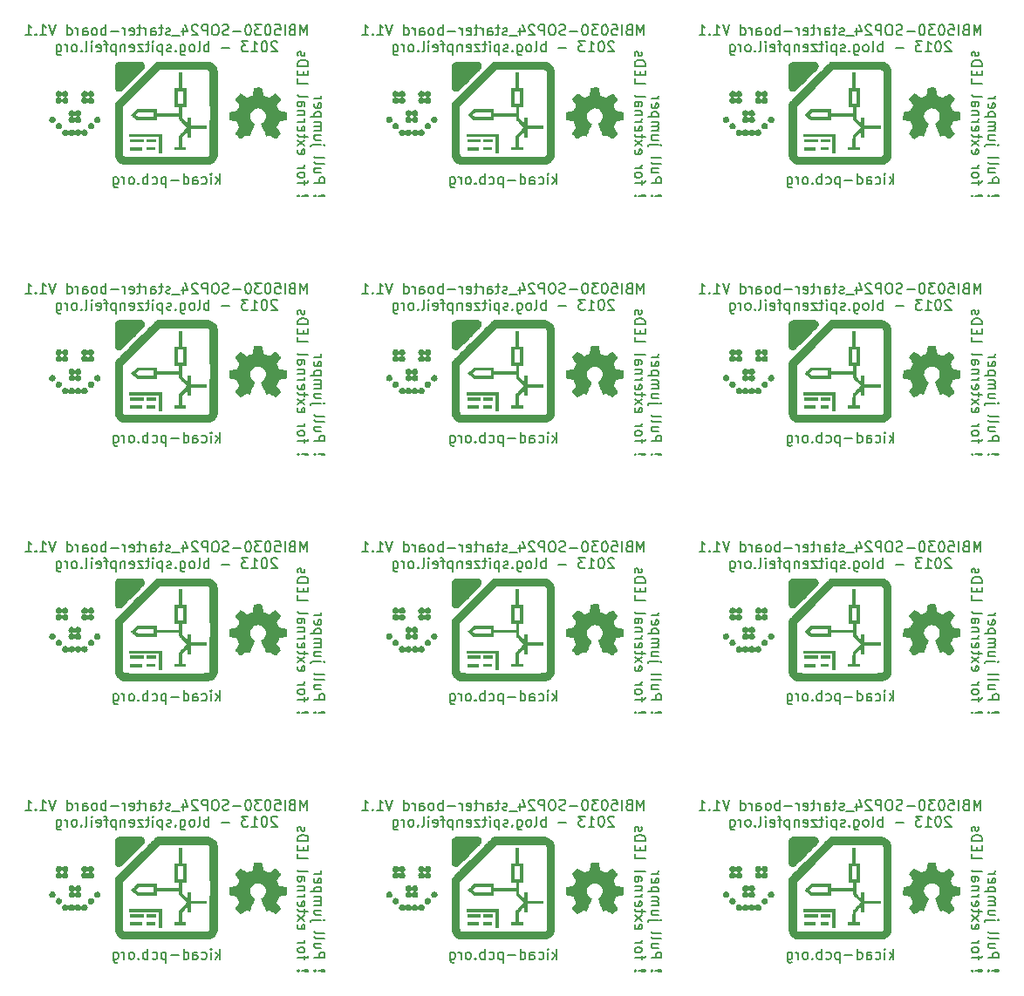
<source format=gbo>
G04 (created by PCBNEW (2013-04-03 BZR 4062)-testing) date Fri 05 Apr 2013 04:05:24 PM CEST*
%MOIN*%
G04 Gerber Fmt 3.4, Leading zero omitted, Abs format*
%FSLAX34Y34*%
G01*
G70*
G90*
G04 APERTURE LIST*
%ADD10C,0.006*%
%ADD11C,0.00787402*%
%ADD12C,0.0001*%
%ADD13R,0.0649606X0.0649606*%
%ADD14C,0.0649606*%
%ADD15C,0.019685*%
G04 APERTURE END LIST*
G54D10*
G54D11*
X37316Y-24647D02*
X37316Y-24253D01*
X37184Y-24534D01*
X37053Y-24253D01*
X37053Y-24647D01*
X36734Y-24440D02*
X36678Y-24459D01*
X36659Y-24478D01*
X36641Y-24515D01*
X36641Y-24572D01*
X36659Y-24609D01*
X36678Y-24628D01*
X36716Y-24647D01*
X36866Y-24647D01*
X36866Y-24253D01*
X36734Y-24253D01*
X36697Y-24272D01*
X36678Y-24290D01*
X36659Y-24328D01*
X36659Y-24365D01*
X36678Y-24403D01*
X36697Y-24422D01*
X36734Y-24440D01*
X36866Y-24440D01*
X36472Y-24647D02*
X36472Y-24253D01*
X36097Y-24253D02*
X36284Y-24253D01*
X36303Y-24440D01*
X36284Y-24422D01*
X36247Y-24403D01*
X36153Y-24403D01*
X36116Y-24422D01*
X36097Y-24440D01*
X36078Y-24478D01*
X36078Y-24572D01*
X36097Y-24609D01*
X36116Y-24628D01*
X36153Y-24647D01*
X36247Y-24647D01*
X36284Y-24628D01*
X36303Y-24609D01*
X35835Y-24253D02*
X35797Y-24253D01*
X35760Y-24272D01*
X35741Y-24290D01*
X35722Y-24328D01*
X35703Y-24403D01*
X35703Y-24497D01*
X35722Y-24572D01*
X35741Y-24609D01*
X35760Y-24628D01*
X35797Y-24647D01*
X35835Y-24647D01*
X35872Y-24628D01*
X35891Y-24609D01*
X35910Y-24572D01*
X35928Y-24497D01*
X35928Y-24403D01*
X35910Y-24328D01*
X35891Y-24290D01*
X35872Y-24272D01*
X35835Y-24253D01*
X35572Y-24253D02*
X35328Y-24253D01*
X35460Y-24403D01*
X35403Y-24403D01*
X35366Y-24422D01*
X35347Y-24440D01*
X35328Y-24478D01*
X35328Y-24572D01*
X35347Y-24609D01*
X35366Y-24628D01*
X35403Y-24647D01*
X35516Y-24647D01*
X35553Y-24628D01*
X35572Y-24609D01*
X35085Y-24253D02*
X35047Y-24253D01*
X35010Y-24272D01*
X34991Y-24290D01*
X34972Y-24328D01*
X34953Y-24403D01*
X34953Y-24497D01*
X34972Y-24572D01*
X34991Y-24609D01*
X35010Y-24628D01*
X35047Y-24647D01*
X35085Y-24647D01*
X35122Y-24628D01*
X35141Y-24609D01*
X35160Y-24572D01*
X35178Y-24497D01*
X35178Y-24403D01*
X35160Y-24328D01*
X35141Y-24290D01*
X35122Y-24272D01*
X35085Y-24253D01*
X34785Y-24497D02*
X34485Y-24497D01*
X34316Y-24628D02*
X34260Y-24647D01*
X34166Y-24647D01*
X34128Y-24628D01*
X34110Y-24609D01*
X34091Y-24572D01*
X34091Y-24534D01*
X34110Y-24497D01*
X34128Y-24478D01*
X34166Y-24459D01*
X34241Y-24440D01*
X34278Y-24422D01*
X34297Y-24403D01*
X34316Y-24365D01*
X34316Y-24328D01*
X34297Y-24290D01*
X34278Y-24272D01*
X34241Y-24253D01*
X34147Y-24253D01*
X34091Y-24272D01*
X33847Y-24253D02*
X33772Y-24253D01*
X33735Y-24272D01*
X33697Y-24309D01*
X33679Y-24384D01*
X33679Y-24515D01*
X33697Y-24590D01*
X33735Y-24628D01*
X33772Y-24647D01*
X33847Y-24647D01*
X33885Y-24628D01*
X33922Y-24590D01*
X33941Y-24515D01*
X33941Y-24384D01*
X33922Y-24309D01*
X33885Y-24272D01*
X33847Y-24253D01*
X33510Y-24647D02*
X33510Y-24253D01*
X33360Y-24253D01*
X33322Y-24272D01*
X33304Y-24290D01*
X33285Y-24328D01*
X33285Y-24384D01*
X33304Y-24422D01*
X33322Y-24440D01*
X33360Y-24459D01*
X33510Y-24459D01*
X33135Y-24290D02*
X33116Y-24272D01*
X33079Y-24253D01*
X32985Y-24253D01*
X32947Y-24272D01*
X32929Y-24290D01*
X32910Y-24328D01*
X32910Y-24365D01*
X32929Y-24422D01*
X33154Y-24647D01*
X32910Y-24647D01*
X32572Y-24384D02*
X32572Y-24647D01*
X32666Y-24234D02*
X32760Y-24515D01*
X32516Y-24515D01*
X32460Y-24684D02*
X32160Y-24684D01*
X32085Y-24628D02*
X32047Y-24647D01*
X31973Y-24647D01*
X31935Y-24628D01*
X31916Y-24590D01*
X31916Y-24572D01*
X31935Y-24534D01*
X31973Y-24515D01*
X32029Y-24515D01*
X32066Y-24497D01*
X32085Y-24459D01*
X32085Y-24440D01*
X32066Y-24403D01*
X32029Y-24384D01*
X31973Y-24384D01*
X31935Y-24403D01*
X31804Y-24384D02*
X31654Y-24384D01*
X31748Y-24253D02*
X31748Y-24590D01*
X31729Y-24628D01*
X31691Y-24647D01*
X31654Y-24647D01*
X31354Y-24647D02*
X31354Y-24440D01*
X31373Y-24403D01*
X31410Y-24384D01*
X31485Y-24384D01*
X31523Y-24403D01*
X31354Y-24628D02*
X31391Y-24647D01*
X31485Y-24647D01*
X31523Y-24628D01*
X31541Y-24590D01*
X31541Y-24553D01*
X31523Y-24515D01*
X31485Y-24497D01*
X31391Y-24497D01*
X31354Y-24478D01*
X31166Y-24647D02*
X31166Y-24384D01*
X31166Y-24459D02*
X31148Y-24422D01*
X31129Y-24403D01*
X31091Y-24384D01*
X31054Y-24384D01*
X30979Y-24384D02*
X30829Y-24384D01*
X30923Y-24253D02*
X30923Y-24590D01*
X30904Y-24628D01*
X30866Y-24647D01*
X30829Y-24647D01*
X30548Y-24628D02*
X30585Y-24647D01*
X30660Y-24647D01*
X30698Y-24628D01*
X30716Y-24590D01*
X30716Y-24440D01*
X30698Y-24403D01*
X30660Y-24384D01*
X30585Y-24384D01*
X30548Y-24403D01*
X30529Y-24440D01*
X30529Y-24478D01*
X30716Y-24515D01*
X30360Y-24647D02*
X30360Y-24384D01*
X30360Y-24459D02*
X30341Y-24422D01*
X30323Y-24403D01*
X30285Y-24384D01*
X30248Y-24384D01*
X30116Y-24497D02*
X29817Y-24497D01*
X29629Y-24647D02*
X29629Y-24253D01*
X29629Y-24403D02*
X29592Y-24384D01*
X29517Y-24384D01*
X29479Y-24403D01*
X29460Y-24422D01*
X29442Y-24459D01*
X29442Y-24572D01*
X29460Y-24609D01*
X29479Y-24628D01*
X29517Y-24647D01*
X29592Y-24647D01*
X29629Y-24628D01*
X29217Y-24647D02*
X29254Y-24628D01*
X29273Y-24609D01*
X29292Y-24572D01*
X29292Y-24459D01*
X29273Y-24422D01*
X29254Y-24403D01*
X29217Y-24384D01*
X29160Y-24384D01*
X29123Y-24403D01*
X29104Y-24422D01*
X29085Y-24459D01*
X29085Y-24572D01*
X29104Y-24609D01*
X29123Y-24628D01*
X29160Y-24647D01*
X29217Y-24647D01*
X28748Y-24647D02*
X28748Y-24440D01*
X28767Y-24403D01*
X28804Y-24384D01*
X28879Y-24384D01*
X28917Y-24403D01*
X28748Y-24628D02*
X28785Y-24647D01*
X28879Y-24647D01*
X28917Y-24628D01*
X28935Y-24590D01*
X28935Y-24553D01*
X28917Y-24515D01*
X28879Y-24497D01*
X28785Y-24497D01*
X28748Y-24478D01*
X28560Y-24647D02*
X28560Y-24384D01*
X28560Y-24459D02*
X28542Y-24422D01*
X28523Y-24403D01*
X28485Y-24384D01*
X28448Y-24384D01*
X28148Y-24647D02*
X28148Y-24253D01*
X28148Y-24628D02*
X28185Y-24647D01*
X28260Y-24647D01*
X28298Y-24628D01*
X28317Y-24609D01*
X28335Y-24572D01*
X28335Y-24459D01*
X28317Y-24422D01*
X28298Y-24403D01*
X28260Y-24384D01*
X28185Y-24384D01*
X28148Y-24403D01*
X27717Y-24253D02*
X27586Y-24647D01*
X27454Y-24253D01*
X27117Y-24647D02*
X27342Y-24647D01*
X27229Y-24647D02*
X27229Y-24253D01*
X27267Y-24309D01*
X27304Y-24347D01*
X27342Y-24365D01*
X26948Y-24609D02*
X26929Y-24628D01*
X26948Y-24647D01*
X26967Y-24628D01*
X26948Y-24609D01*
X26948Y-24647D01*
X26554Y-24647D02*
X26779Y-24647D01*
X26667Y-24647D02*
X26667Y-24253D01*
X26704Y-24309D01*
X26742Y-24347D01*
X26779Y-24365D01*
X36172Y-24920D02*
X36153Y-24902D01*
X36116Y-24883D01*
X36022Y-24883D01*
X35985Y-24902D01*
X35966Y-24920D01*
X35947Y-24958D01*
X35947Y-24995D01*
X35966Y-25052D01*
X36191Y-25277D01*
X35947Y-25277D01*
X35703Y-24883D02*
X35666Y-24883D01*
X35628Y-24902D01*
X35610Y-24920D01*
X35591Y-24958D01*
X35572Y-25033D01*
X35572Y-25127D01*
X35591Y-25202D01*
X35610Y-25239D01*
X35628Y-25258D01*
X35666Y-25277D01*
X35703Y-25277D01*
X35741Y-25258D01*
X35760Y-25239D01*
X35778Y-25202D01*
X35797Y-25127D01*
X35797Y-25033D01*
X35778Y-24958D01*
X35760Y-24920D01*
X35741Y-24902D01*
X35703Y-24883D01*
X35197Y-25277D02*
X35422Y-25277D01*
X35310Y-25277D02*
X35310Y-24883D01*
X35347Y-24939D01*
X35385Y-24977D01*
X35422Y-24995D01*
X35066Y-24883D02*
X34822Y-24883D01*
X34953Y-25033D01*
X34897Y-25033D01*
X34860Y-25052D01*
X34841Y-25070D01*
X34822Y-25108D01*
X34822Y-25202D01*
X34841Y-25239D01*
X34860Y-25258D01*
X34897Y-25277D01*
X35010Y-25277D01*
X35047Y-25258D01*
X35066Y-25239D01*
X34353Y-25127D02*
X34053Y-25127D01*
X33566Y-25277D02*
X33566Y-24883D01*
X33566Y-25033D02*
X33529Y-25014D01*
X33454Y-25014D01*
X33416Y-25033D01*
X33397Y-25052D01*
X33379Y-25089D01*
X33379Y-25202D01*
X33397Y-25239D01*
X33416Y-25258D01*
X33454Y-25277D01*
X33529Y-25277D01*
X33566Y-25258D01*
X33154Y-25277D02*
X33191Y-25258D01*
X33210Y-25220D01*
X33210Y-24883D01*
X32947Y-25277D02*
X32985Y-25258D01*
X33004Y-25239D01*
X33022Y-25202D01*
X33022Y-25089D01*
X33004Y-25052D01*
X32985Y-25033D01*
X32947Y-25014D01*
X32891Y-25014D01*
X32854Y-25033D01*
X32835Y-25052D01*
X32816Y-25089D01*
X32816Y-25202D01*
X32835Y-25239D01*
X32854Y-25258D01*
X32891Y-25277D01*
X32947Y-25277D01*
X32479Y-25014D02*
X32479Y-25333D01*
X32497Y-25370D01*
X32516Y-25389D01*
X32554Y-25408D01*
X32610Y-25408D01*
X32647Y-25389D01*
X32479Y-25258D02*
X32516Y-25277D01*
X32591Y-25277D01*
X32629Y-25258D01*
X32647Y-25239D01*
X32666Y-25202D01*
X32666Y-25089D01*
X32647Y-25052D01*
X32629Y-25033D01*
X32591Y-25014D01*
X32516Y-25014D01*
X32479Y-25033D01*
X32291Y-25239D02*
X32272Y-25258D01*
X32291Y-25277D01*
X32310Y-25258D01*
X32291Y-25239D01*
X32291Y-25277D01*
X32122Y-25258D02*
X32085Y-25277D01*
X32010Y-25277D01*
X31973Y-25258D01*
X31954Y-25220D01*
X31954Y-25202D01*
X31973Y-25164D01*
X32010Y-25145D01*
X32066Y-25145D01*
X32104Y-25127D01*
X32122Y-25089D01*
X32122Y-25070D01*
X32104Y-25033D01*
X32066Y-25014D01*
X32010Y-25014D01*
X31973Y-25033D01*
X31785Y-25014D02*
X31785Y-25408D01*
X31785Y-25033D02*
X31748Y-25014D01*
X31673Y-25014D01*
X31635Y-25033D01*
X31616Y-25052D01*
X31598Y-25089D01*
X31598Y-25202D01*
X31616Y-25239D01*
X31635Y-25258D01*
X31673Y-25277D01*
X31748Y-25277D01*
X31785Y-25258D01*
X31429Y-25277D02*
X31429Y-25014D01*
X31429Y-24883D02*
X31448Y-24902D01*
X31429Y-24920D01*
X31410Y-24902D01*
X31429Y-24883D01*
X31429Y-24920D01*
X31298Y-25014D02*
X31148Y-25014D01*
X31241Y-24883D02*
X31241Y-25220D01*
X31223Y-25258D01*
X31185Y-25277D01*
X31148Y-25277D01*
X31054Y-25014D02*
X30848Y-25014D01*
X31054Y-25277D01*
X30848Y-25277D01*
X30548Y-25258D02*
X30585Y-25277D01*
X30660Y-25277D01*
X30698Y-25258D01*
X30716Y-25220D01*
X30716Y-25070D01*
X30698Y-25033D01*
X30660Y-25014D01*
X30585Y-25014D01*
X30548Y-25033D01*
X30529Y-25070D01*
X30529Y-25108D01*
X30716Y-25145D01*
X30360Y-25014D02*
X30360Y-25277D01*
X30360Y-25052D02*
X30341Y-25033D01*
X30304Y-25014D01*
X30248Y-25014D01*
X30210Y-25033D01*
X30191Y-25070D01*
X30191Y-25277D01*
X30004Y-25014D02*
X30004Y-25408D01*
X30004Y-25033D02*
X29967Y-25014D01*
X29892Y-25014D01*
X29854Y-25033D01*
X29835Y-25052D01*
X29817Y-25089D01*
X29817Y-25202D01*
X29835Y-25239D01*
X29854Y-25258D01*
X29892Y-25277D01*
X29967Y-25277D01*
X30004Y-25258D01*
X29704Y-25014D02*
X29554Y-25014D01*
X29648Y-25277D02*
X29648Y-24939D01*
X29629Y-24902D01*
X29592Y-24883D01*
X29554Y-24883D01*
X29273Y-25258D02*
X29310Y-25277D01*
X29385Y-25277D01*
X29423Y-25258D01*
X29442Y-25220D01*
X29442Y-25070D01*
X29423Y-25033D01*
X29385Y-25014D01*
X29310Y-25014D01*
X29273Y-25033D01*
X29254Y-25070D01*
X29254Y-25108D01*
X29442Y-25145D01*
X29085Y-25277D02*
X29085Y-25014D01*
X29085Y-24883D02*
X29104Y-24902D01*
X29085Y-24920D01*
X29067Y-24902D01*
X29085Y-24883D01*
X29085Y-24920D01*
X28842Y-25277D02*
X28879Y-25258D01*
X28898Y-25220D01*
X28898Y-24883D01*
X28692Y-25239D02*
X28673Y-25258D01*
X28692Y-25277D01*
X28710Y-25258D01*
X28692Y-25239D01*
X28692Y-25277D01*
X28448Y-25277D02*
X28485Y-25258D01*
X28504Y-25239D01*
X28523Y-25202D01*
X28523Y-25089D01*
X28504Y-25052D01*
X28485Y-25033D01*
X28448Y-25014D01*
X28392Y-25014D01*
X28354Y-25033D01*
X28335Y-25052D01*
X28317Y-25089D01*
X28317Y-25202D01*
X28335Y-25239D01*
X28354Y-25258D01*
X28392Y-25277D01*
X28448Y-25277D01*
X28148Y-25277D02*
X28148Y-25014D01*
X28148Y-25089D02*
X28129Y-25052D01*
X28110Y-25033D01*
X28073Y-25014D01*
X28035Y-25014D01*
X27736Y-25014D02*
X27736Y-25333D01*
X27754Y-25370D01*
X27773Y-25389D01*
X27811Y-25408D01*
X27867Y-25408D01*
X27904Y-25389D01*
X27736Y-25258D02*
X27773Y-25277D01*
X27848Y-25277D01*
X27886Y-25258D01*
X27904Y-25239D01*
X27923Y-25202D01*
X27923Y-25089D01*
X27904Y-25052D01*
X27886Y-25033D01*
X27848Y-25014D01*
X27773Y-25014D01*
X27736Y-25033D01*
X33969Y-30347D02*
X33969Y-29953D01*
X33932Y-30197D02*
X33819Y-30347D01*
X33819Y-30084D02*
X33969Y-30234D01*
X33650Y-30347D02*
X33650Y-30084D01*
X33650Y-29953D02*
X33669Y-29972D01*
X33650Y-29990D01*
X33632Y-29972D01*
X33650Y-29953D01*
X33650Y-29990D01*
X33294Y-30328D02*
X33332Y-30347D01*
X33407Y-30347D01*
X33444Y-30328D01*
X33463Y-30309D01*
X33482Y-30272D01*
X33482Y-30159D01*
X33463Y-30122D01*
X33444Y-30103D01*
X33407Y-30084D01*
X33332Y-30084D01*
X33294Y-30103D01*
X32957Y-30347D02*
X32957Y-30140D01*
X32976Y-30103D01*
X33013Y-30084D01*
X33088Y-30084D01*
X33125Y-30103D01*
X32957Y-30328D02*
X32994Y-30347D01*
X33088Y-30347D01*
X33125Y-30328D01*
X33144Y-30290D01*
X33144Y-30253D01*
X33125Y-30215D01*
X33088Y-30197D01*
X32994Y-30197D01*
X32957Y-30178D01*
X32601Y-30347D02*
X32601Y-29953D01*
X32601Y-30328D02*
X32638Y-30347D01*
X32713Y-30347D01*
X32751Y-30328D01*
X32769Y-30309D01*
X32788Y-30272D01*
X32788Y-30159D01*
X32769Y-30122D01*
X32751Y-30103D01*
X32713Y-30084D01*
X32638Y-30084D01*
X32601Y-30103D01*
X32413Y-30197D02*
X32113Y-30197D01*
X31926Y-30084D02*
X31926Y-30478D01*
X31926Y-30103D02*
X31888Y-30084D01*
X31813Y-30084D01*
X31776Y-30103D01*
X31757Y-30122D01*
X31738Y-30159D01*
X31738Y-30272D01*
X31757Y-30309D01*
X31776Y-30328D01*
X31813Y-30347D01*
X31888Y-30347D01*
X31926Y-30328D01*
X31401Y-30328D02*
X31438Y-30347D01*
X31513Y-30347D01*
X31551Y-30328D01*
X31569Y-30309D01*
X31588Y-30272D01*
X31588Y-30159D01*
X31569Y-30122D01*
X31551Y-30103D01*
X31513Y-30084D01*
X31438Y-30084D01*
X31401Y-30103D01*
X31232Y-30347D02*
X31232Y-29953D01*
X31232Y-30103D02*
X31194Y-30084D01*
X31119Y-30084D01*
X31082Y-30103D01*
X31063Y-30122D01*
X31044Y-30159D01*
X31044Y-30272D01*
X31063Y-30309D01*
X31082Y-30328D01*
X31119Y-30347D01*
X31194Y-30347D01*
X31232Y-30328D01*
X30876Y-30309D02*
X30857Y-30328D01*
X30876Y-30347D01*
X30895Y-30328D01*
X30876Y-30309D01*
X30876Y-30347D01*
X30632Y-30347D02*
X30670Y-30328D01*
X30688Y-30309D01*
X30707Y-30272D01*
X30707Y-30159D01*
X30688Y-30122D01*
X30670Y-30103D01*
X30632Y-30084D01*
X30576Y-30084D01*
X30538Y-30103D01*
X30520Y-30122D01*
X30501Y-30159D01*
X30501Y-30272D01*
X30520Y-30309D01*
X30538Y-30328D01*
X30576Y-30347D01*
X30632Y-30347D01*
X30332Y-30347D02*
X30332Y-30084D01*
X30332Y-30159D02*
X30313Y-30122D01*
X30295Y-30103D01*
X30257Y-30084D01*
X30220Y-30084D01*
X29920Y-30084D02*
X29920Y-30403D01*
X29938Y-30440D01*
X29957Y-30459D01*
X29995Y-30478D01*
X30051Y-30478D01*
X30088Y-30459D01*
X29920Y-30328D02*
X29957Y-30347D01*
X30032Y-30347D01*
X30070Y-30328D01*
X30088Y-30309D01*
X30107Y-30272D01*
X30107Y-30159D01*
X30088Y-30122D01*
X30070Y-30103D01*
X30032Y-30084D01*
X29957Y-30084D01*
X29920Y-30103D01*
X37634Y-30792D02*
X37615Y-30773D01*
X37596Y-30792D01*
X37615Y-30810D01*
X37634Y-30792D01*
X37596Y-30792D01*
X37746Y-30792D02*
X37971Y-30810D01*
X37990Y-30792D01*
X37971Y-30773D01*
X37746Y-30792D01*
X37990Y-30792D01*
X37596Y-30304D02*
X37990Y-30304D01*
X37990Y-30154D01*
X37971Y-30117D01*
X37952Y-30098D01*
X37915Y-30079D01*
X37859Y-30079D01*
X37821Y-30098D01*
X37802Y-30117D01*
X37784Y-30154D01*
X37784Y-30304D01*
X37859Y-29742D02*
X37596Y-29742D01*
X37859Y-29910D02*
X37652Y-29910D01*
X37615Y-29892D01*
X37596Y-29854D01*
X37596Y-29798D01*
X37615Y-29760D01*
X37634Y-29742D01*
X37596Y-29498D02*
X37615Y-29535D01*
X37652Y-29554D01*
X37990Y-29554D01*
X37596Y-29292D02*
X37615Y-29329D01*
X37652Y-29348D01*
X37990Y-29348D01*
X37859Y-28842D02*
X37521Y-28842D01*
X37484Y-28861D01*
X37465Y-28898D01*
X37465Y-28917D01*
X37990Y-28842D02*
X37971Y-28861D01*
X37952Y-28842D01*
X37971Y-28823D01*
X37990Y-28842D01*
X37952Y-28842D01*
X37859Y-28486D02*
X37596Y-28486D01*
X37859Y-28654D02*
X37652Y-28654D01*
X37615Y-28636D01*
X37596Y-28598D01*
X37596Y-28542D01*
X37615Y-28504D01*
X37634Y-28486D01*
X37596Y-28298D02*
X37859Y-28298D01*
X37821Y-28298D02*
X37840Y-28279D01*
X37859Y-28242D01*
X37859Y-28186D01*
X37840Y-28148D01*
X37802Y-28129D01*
X37596Y-28129D01*
X37802Y-28129D02*
X37840Y-28111D01*
X37859Y-28073D01*
X37859Y-28017D01*
X37840Y-27979D01*
X37802Y-27961D01*
X37596Y-27961D01*
X37859Y-27773D02*
X37465Y-27773D01*
X37840Y-27773D02*
X37859Y-27736D01*
X37859Y-27661D01*
X37840Y-27623D01*
X37821Y-27604D01*
X37784Y-27586D01*
X37671Y-27586D01*
X37634Y-27604D01*
X37615Y-27623D01*
X37596Y-27661D01*
X37596Y-27736D01*
X37615Y-27773D01*
X37615Y-27267D02*
X37596Y-27305D01*
X37596Y-27380D01*
X37615Y-27417D01*
X37652Y-27436D01*
X37802Y-27436D01*
X37840Y-27417D01*
X37859Y-27380D01*
X37859Y-27305D01*
X37840Y-27267D01*
X37802Y-27248D01*
X37765Y-27248D01*
X37727Y-27436D01*
X37596Y-27080D02*
X37859Y-27080D01*
X37784Y-27080D02*
X37821Y-27061D01*
X37840Y-27042D01*
X37859Y-27005D01*
X37859Y-26967D01*
X37004Y-30792D02*
X36985Y-30773D01*
X36966Y-30792D01*
X36985Y-30810D01*
X37004Y-30792D01*
X36966Y-30792D01*
X37116Y-30792D02*
X37341Y-30810D01*
X37360Y-30792D01*
X37341Y-30773D01*
X37116Y-30792D01*
X37360Y-30792D01*
X37229Y-30360D02*
X37229Y-30210D01*
X36966Y-30304D02*
X37304Y-30304D01*
X37341Y-30285D01*
X37360Y-30248D01*
X37360Y-30210D01*
X36966Y-30023D02*
X36985Y-30060D01*
X37004Y-30079D01*
X37041Y-30098D01*
X37154Y-30098D01*
X37191Y-30079D01*
X37210Y-30060D01*
X37229Y-30023D01*
X37229Y-29967D01*
X37210Y-29929D01*
X37191Y-29910D01*
X37154Y-29892D01*
X37041Y-29892D01*
X37004Y-29910D01*
X36985Y-29929D01*
X36966Y-29967D01*
X36966Y-30023D01*
X36966Y-29723D02*
X37229Y-29723D01*
X37154Y-29723D02*
X37191Y-29704D01*
X37210Y-29685D01*
X37229Y-29648D01*
X37229Y-29610D01*
X36985Y-29029D02*
X36966Y-29067D01*
X36966Y-29142D01*
X36985Y-29179D01*
X37022Y-29198D01*
X37172Y-29198D01*
X37210Y-29179D01*
X37229Y-29142D01*
X37229Y-29067D01*
X37210Y-29029D01*
X37172Y-29011D01*
X37135Y-29011D01*
X37097Y-29198D01*
X36966Y-28879D02*
X37229Y-28673D01*
X37229Y-28879D02*
X36966Y-28673D01*
X37229Y-28579D02*
X37229Y-28429D01*
X37360Y-28523D02*
X37022Y-28523D01*
X36985Y-28504D01*
X36966Y-28467D01*
X36966Y-28429D01*
X36985Y-28148D02*
X36966Y-28186D01*
X36966Y-28261D01*
X36985Y-28298D01*
X37022Y-28317D01*
X37172Y-28317D01*
X37210Y-28298D01*
X37229Y-28261D01*
X37229Y-28186D01*
X37210Y-28148D01*
X37172Y-28129D01*
X37135Y-28129D01*
X37097Y-28317D01*
X36966Y-27961D02*
X37229Y-27961D01*
X37154Y-27961D02*
X37191Y-27942D01*
X37210Y-27923D01*
X37229Y-27886D01*
X37229Y-27848D01*
X37229Y-27717D02*
X36966Y-27717D01*
X37191Y-27717D02*
X37210Y-27698D01*
X37229Y-27661D01*
X37229Y-27604D01*
X37210Y-27567D01*
X37172Y-27548D01*
X36966Y-27548D01*
X36966Y-27192D02*
X37172Y-27192D01*
X37210Y-27211D01*
X37229Y-27248D01*
X37229Y-27323D01*
X37210Y-27361D01*
X36985Y-27192D02*
X36966Y-27230D01*
X36966Y-27323D01*
X36985Y-27361D01*
X37022Y-27380D01*
X37060Y-27380D01*
X37097Y-27361D01*
X37116Y-27323D01*
X37116Y-27230D01*
X37135Y-27192D01*
X36966Y-26948D02*
X36985Y-26986D01*
X37022Y-27005D01*
X37360Y-27005D01*
X36966Y-26311D02*
X36966Y-26498D01*
X37360Y-26498D01*
X37172Y-26180D02*
X37172Y-26048D01*
X36966Y-25992D02*
X36966Y-26180D01*
X37360Y-26180D01*
X37360Y-25992D01*
X36966Y-25823D02*
X37360Y-25823D01*
X37360Y-25730D01*
X37341Y-25673D01*
X37304Y-25636D01*
X37266Y-25617D01*
X37191Y-25598D01*
X37135Y-25598D01*
X37060Y-25617D01*
X37022Y-25636D01*
X36985Y-25673D01*
X36966Y-25730D01*
X36966Y-25823D01*
X36985Y-25449D02*
X36966Y-25411D01*
X36966Y-25336D01*
X36985Y-25299D01*
X37022Y-25280D01*
X37041Y-25280D01*
X37079Y-25299D01*
X37097Y-25336D01*
X37097Y-25392D01*
X37116Y-25430D01*
X37154Y-25449D01*
X37172Y-25449D01*
X37210Y-25430D01*
X37229Y-25392D01*
X37229Y-25336D01*
X37210Y-25299D01*
X37634Y-40673D02*
X37615Y-40655D01*
X37596Y-40673D01*
X37615Y-40692D01*
X37634Y-40673D01*
X37596Y-40673D01*
X37746Y-40673D02*
X37971Y-40692D01*
X37990Y-40673D01*
X37971Y-40655D01*
X37746Y-40673D01*
X37990Y-40673D01*
X37596Y-40186D02*
X37990Y-40186D01*
X37990Y-40036D01*
X37971Y-39999D01*
X37952Y-39980D01*
X37915Y-39961D01*
X37859Y-39961D01*
X37821Y-39980D01*
X37802Y-39999D01*
X37784Y-40036D01*
X37784Y-40186D01*
X37859Y-39624D02*
X37596Y-39624D01*
X37859Y-39792D02*
X37652Y-39792D01*
X37615Y-39774D01*
X37596Y-39736D01*
X37596Y-39680D01*
X37615Y-39642D01*
X37634Y-39624D01*
X37596Y-39380D02*
X37615Y-39417D01*
X37652Y-39436D01*
X37990Y-39436D01*
X37596Y-39174D02*
X37615Y-39211D01*
X37652Y-39230D01*
X37990Y-39230D01*
X37859Y-38724D02*
X37521Y-38724D01*
X37484Y-38742D01*
X37465Y-38780D01*
X37465Y-38799D01*
X37990Y-38724D02*
X37971Y-38742D01*
X37952Y-38724D01*
X37971Y-38705D01*
X37990Y-38724D01*
X37952Y-38724D01*
X37859Y-38368D02*
X37596Y-38368D01*
X37859Y-38536D02*
X37652Y-38536D01*
X37615Y-38517D01*
X37596Y-38480D01*
X37596Y-38424D01*
X37615Y-38386D01*
X37634Y-38368D01*
X37596Y-38180D02*
X37859Y-38180D01*
X37821Y-38180D02*
X37840Y-38161D01*
X37859Y-38124D01*
X37859Y-38068D01*
X37840Y-38030D01*
X37802Y-38011D01*
X37596Y-38011D01*
X37802Y-38011D02*
X37840Y-37993D01*
X37859Y-37955D01*
X37859Y-37899D01*
X37840Y-37861D01*
X37802Y-37843D01*
X37596Y-37843D01*
X37859Y-37655D02*
X37465Y-37655D01*
X37840Y-37655D02*
X37859Y-37618D01*
X37859Y-37543D01*
X37840Y-37505D01*
X37821Y-37486D01*
X37784Y-37468D01*
X37671Y-37468D01*
X37634Y-37486D01*
X37615Y-37505D01*
X37596Y-37543D01*
X37596Y-37618D01*
X37615Y-37655D01*
X37615Y-37149D02*
X37596Y-37186D01*
X37596Y-37261D01*
X37615Y-37299D01*
X37652Y-37318D01*
X37802Y-37318D01*
X37840Y-37299D01*
X37859Y-37261D01*
X37859Y-37186D01*
X37840Y-37149D01*
X37802Y-37130D01*
X37765Y-37130D01*
X37727Y-37318D01*
X37596Y-36961D02*
X37859Y-36961D01*
X37784Y-36961D02*
X37821Y-36943D01*
X37840Y-36924D01*
X37859Y-36886D01*
X37859Y-36849D01*
X37004Y-40673D02*
X36985Y-40655D01*
X36966Y-40673D01*
X36985Y-40692D01*
X37004Y-40673D01*
X36966Y-40673D01*
X37116Y-40673D02*
X37341Y-40692D01*
X37360Y-40673D01*
X37341Y-40655D01*
X37116Y-40673D01*
X37360Y-40673D01*
X37229Y-40242D02*
X37229Y-40092D01*
X36966Y-40186D02*
X37304Y-40186D01*
X37341Y-40167D01*
X37360Y-40130D01*
X37360Y-40092D01*
X36966Y-39905D02*
X36985Y-39942D01*
X37004Y-39961D01*
X37041Y-39980D01*
X37154Y-39980D01*
X37191Y-39961D01*
X37210Y-39942D01*
X37229Y-39905D01*
X37229Y-39849D01*
X37210Y-39811D01*
X37191Y-39792D01*
X37154Y-39774D01*
X37041Y-39774D01*
X37004Y-39792D01*
X36985Y-39811D01*
X36966Y-39849D01*
X36966Y-39905D01*
X36966Y-39605D02*
X37229Y-39605D01*
X37154Y-39605D02*
X37191Y-39586D01*
X37210Y-39567D01*
X37229Y-39530D01*
X37229Y-39492D01*
X36985Y-38911D02*
X36966Y-38949D01*
X36966Y-39024D01*
X36985Y-39061D01*
X37022Y-39080D01*
X37172Y-39080D01*
X37210Y-39061D01*
X37229Y-39024D01*
X37229Y-38949D01*
X37210Y-38911D01*
X37172Y-38892D01*
X37135Y-38892D01*
X37097Y-39080D01*
X36966Y-38761D02*
X37229Y-38555D01*
X37229Y-38761D02*
X36966Y-38555D01*
X37229Y-38461D02*
X37229Y-38311D01*
X37360Y-38405D02*
X37022Y-38405D01*
X36985Y-38386D01*
X36966Y-38349D01*
X36966Y-38311D01*
X36985Y-38030D02*
X36966Y-38068D01*
X36966Y-38143D01*
X36985Y-38180D01*
X37022Y-38199D01*
X37172Y-38199D01*
X37210Y-38180D01*
X37229Y-38143D01*
X37229Y-38068D01*
X37210Y-38030D01*
X37172Y-38011D01*
X37135Y-38011D01*
X37097Y-38199D01*
X36966Y-37843D02*
X37229Y-37843D01*
X37154Y-37843D02*
X37191Y-37824D01*
X37210Y-37805D01*
X37229Y-37768D01*
X37229Y-37730D01*
X37229Y-37599D02*
X36966Y-37599D01*
X37191Y-37599D02*
X37210Y-37580D01*
X37229Y-37543D01*
X37229Y-37486D01*
X37210Y-37449D01*
X37172Y-37430D01*
X36966Y-37430D01*
X36966Y-37074D02*
X37172Y-37074D01*
X37210Y-37093D01*
X37229Y-37130D01*
X37229Y-37205D01*
X37210Y-37243D01*
X36985Y-37074D02*
X36966Y-37111D01*
X36966Y-37205D01*
X36985Y-37243D01*
X37022Y-37261D01*
X37060Y-37261D01*
X37097Y-37243D01*
X37116Y-37205D01*
X37116Y-37111D01*
X37135Y-37074D01*
X36966Y-36830D02*
X36985Y-36868D01*
X37022Y-36886D01*
X37360Y-36886D01*
X36966Y-36193D02*
X36966Y-36380D01*
X37360Y-36380D01*
X37172Y-36062D02*
X37172Y-35930D01*
X36966Y-35874D02*
X36966Y-36062D01*
X37360Y-36062D01*
X37360Y-35874D01*
X36966Y-35705D02*
X37360Y-35705D01*
X37360Y-35612D01*
X37341Y-35555D01*
X37304Y-35518D01*
X37266Y-35499D01*
X37191Y-35480D01*
X37135Y-35480D01*
X37060Y-35499D01*
X37022Y-35518D01*
X36985Y-35555D01*
X36966Y-35612D01*
X36966Y-35705D01*
X36985Y-35330D02*
X36966Y-35293D01*
X36966Y-35218D01*
X36985Y-35180D01*
X37022Y-35162D01*
X37041Y-35162D01*
X37079Y-35180D01*
X37097Y-35218D01*
X37097Y-35274D01*
X37116Y-35312D01*
X37154Y-35330D01*
X37172Y-35330D01*
X37210Y-35312D01*
X37229Y-35274D01*
X37229Y-35218D01*
X37210Y-35180D01*
X33969Y-40229D02*
X33969Y-39835D01*
X33932Y-40079D02*
X33819Y-40229D01*
X33819Y-39966D02*
X33969Y-40116D01*
X33650Y-40229D02*
X33650Y-39966D01*
X33650Y-39835D02*
X33669Y-39854D01*
X33650Y-39872D01*
X33632Y-39854D01*
X33650Y-39835D01*
X33650Y-39872D01*
X33294Y-40210D02*
X33332Y-40229D01*
X33407Y-40229D01*
X33444Y-40210D01*
X33463Y-40191D01*
X33482Y-40154D01*
X33482Y-40041D01*
X33463Y-40004D01*
X33444Y-39985D01*
X33407Y-39966D01*
X33332Y-39966D01*
X33294Y-39985D01*
X32957Y-40229D02*
X32957Y-40022D01*
X32976Y-39985D01*
X33013Y-39966D01*
X33088Y-39966D01*
X33125Y-39985D01*
X32957Y-40210D02*
X32994Y-40229D01*
X33088Y-40229D01*
X33125Y-40210D01*
X33144Y-40172D01*
X33144Y-40135D01*
X33125Y-40097D01*
X33088Y-40079D01*
X32994Y-40079D01*
X32957Y-40060D01*
X32601Y-40229D02*
X32601Y-39835D01*
X32601Y-40210D02*
X32638Y-40229D01*
X32713Y-40229D01*
X32751Y-40210D01*
X32769Y-40191D01*
X32788Y-40154D01*
X32788Y-40041D01*
X32769Y-40004D01*
X32751Y-39985D01*
X32713Y-39966D01*
X32638Y-39966D01*
X32601Y-39985D01*
X32413Y-40079D02*
X32113Y-40079D01*
X31926Y-39966D02*
X31926Y-40360D01*
X31926Y-39985D02*
X31888Y-39966D01*
X31813Y-39966D01*
X31776Y-39985D01*
X31757Y-40004D01*
X31738Y-40041D01*
X31738Y-40154D01*
X31757Y-40191D01*
X31776Y-40210D01*
X31813Y-40229D01*
X31888Y-40229D01*
X31926Y-40210D01*
X31401Y-40210D02*
X31438Y-40229D01*
X31513Y-40229D01*
X31551Y-40210D01*
X31569Y-40191D01*
X31588Y-40154D01*
X31588Y-40041D01*
X31569Y-40004D01*
X31551Y-39985D01*
X31513Y-39966D01*
X31438Y-39966D01*
X31401Y-39985D01*
X31232Y-40229D02*
X31232Y-39835D01*
X31232Y-39985D02*
X31194Y-39966D01*
X31119Y-39966D01*
X31082Y-39985D01*
X31063Y-40004D01*
X31044Y-40041D01*
X31044Y-40154D01*
X31063Y-40191D01*
X31082Y-40210D01*
X31119Y-40229D01*
X31194Y-40229D01*
X31232Y-40210D01*
X30876Y-40191D02*
X30857Y-40210D01*
X30876Y-40229D01*
X30895Y-40210D01*
X30876Y-40191D01*
X30876Y-40229D01*
X30632Y-40229D02*
X30670Y-40210D01*
X30688Y-40191D01*
X30707Y-40154D01*
X30707Y-40041D01*
X30688Y-40004D01*
X30670Y-39985D01*
X30632Y-39966D01*
X30576Y-39966D01*
X30538Y-39985D01*
X30520Y-40004D01*
X30501Y-40041D01*
X30501Y-40154D01*
X30520Y-40191D01*
X30538Y-40210D01*
X30576Y-40229D01*
X30632Y-40229D01*
X30332Y-40229D02*
X30332Y-39966D01*
X30332Y-40041D02*
X30313Y-40004D01*
X30295Y-39985D01*
X30257Y-39966D01*
X30220Y-39966D01*
X29920Y-39966D02*
X29920Y-40285D01*
X29938Y-40322D01*
X29957Y-40341D01*
X29995Y-40360D01*
X30051Y-40360D01*
X30088Y-40341D01*
X29920Y-40210D02*
X29957Y-40229D01*
X30032Y-40229D01*
X30070Y-40210D01*
X30088Y-40191D01*
X30107Y-40154D01*
X30107Y-40041D01*
X30088Y-40004D01*
X30070Y-39985D01*
X30032Y-39966D01*
X29957Y-39966D01*
X29920Y-39985D01*
X37316Y-34529D02*
X37316Y-34135D01*
X37184Y-34416D01*
X37053Y-34135D01*
X37053Y-34529D01*
X36734Y-34322D02*
X36678Y-34341D01*
X36659Y-34360D01*
X36641Y-34397D01*
X36641Y-34454D01*
X36659Y-34491D01*
X36678Y-34510D01*
X36716Y-34529D01*
X36866Y-34529D01*
X36866Y-34135D01*
X36734Y-34135D01*
X36697Y-34154D01*
X36678Y-34172D01*
X36659Y-34210D01*
X36659Y-34247D01*
X36678Y-34285D01*
X36697Y-34304D01*
X36734Y-34322D01*
X36866Y-34322D01*
X36472Y-34529D02*
X36472Y-34135D01*
X36097Y-34135D02*
X36284Y-34135D01*
X36303Y-34322D01*
X36284Y-34304D01*
X36247Y-34285D01*
X36153Y-34285D01*
X36116Y-34304D01*
X36097Y-34322D01*
X36078Y-34360D01*
X36078Y-34454D01*
X36097Y-34491D01*
X36116Y-34510D01*
X36153Y-34529D01*
X36247Y-34529D01*
X36284Y-34510D01*
X36303Y-34491D01*
X35835Y-34135D02*
X35797Y-34135D01*
X35760Y-34154D01*
X35741Y-34172D01*
X35722Y-34210D01*
X35703Y-34285D01*
X35703Y-34379D01*
X35722Y-34454D01*
X35741Y-34491D01*
X35760Y-34510D01*
X35797Y-34529D01*
X35835Y-34529D01*
X35872Y-34510D01*
X35891Y-34491D01*
X35910Y-34454D01*
X35928Y-34379D01*
X35928Y-34285D01*
X35910Y-34210D01*
X35891Y-34172D01*
X35872Y-34154D01*
X35835Y-34135D01*
X35572Y-34135D02*
X35328Y-34135D01*
X35460Y-34285D01*
X35403Y-34285D01*
X35366Y-34304D01*
X35347Y-34322D01*
X35328Y-34360D01*
X35328Y-34454D01*
X35347Y-34491D01*
X35366Y-34510D01*
X35403Y-34529D01*
X35516Y-34529D01*
X35553Y-34510D01*
X35572Y-34491D01*
X35085Y-34135D02*
X35047Y-34135D01*
X35010Y-34154D01*
X34991Y-34172D01*
X34972Y-34210D01*
X34953Y-34285D01*
X34953Y-34379D01*
X34972Y-34454D01*
X34991Y-34491D01*
X35010Y-34510D01*
X35047Y-34529D01*
X35085Y-34529D01*
X35122Y-34510D01*
X35141Y-34491D01*
X35160Y-34454D01*
X35178Y-34379D01*
X35178Y-34285D01*
X35160Y-34210D01*
X35141Y-34172D01*
X35122Y-34154D01*
X35085Y-34135D01*
X34785Y-34379D02*
X34485Y-34379D01*
X34316Y-34510D02*
X34260Y-34529D01*
X34166Y-34529D01*
X34128Y-34510D01*
X34110Y-34491D01*
X34091Y-34454D01*
X34091Y-34416D01*
X34110Y-34379D01*
X34128Y-34360D01*
X34166Y-34341D01*
X34241Y-34322D01*
X34278Y-34304D01*
X34297Y-34285D01*
X34316Y-34247D01*
X34316Y-34210D01*
X34297Y-34172D01*
X34278Y-34154D01*
X34241Y-34135D01*
X34147Y-34135D01*
X34091Y-34154D01*
X33847Y-34135D02*
X33772Y-34135D01*
X33735Y-34154D01*
X33697Y-34191D01*
X33679Y-34266D01*
X33679Y-34397D01*
X33697Y-34472D01*
X33735Y-34510D01*
X33772Y-34529D01*
X33847Y-34529D01*
X33885Y-34510D01*
X33922Y-34472D01*
X33941Y-34397D01*
X33941Y-34266D01*
X33922Y-34191D01*
X33885Y-34154D01*
X33847Y-34135D01*
X33510Y-34529D02*
X33510Y-34135D01*
X33360Y-34135D01*
X33322Y-34154D01*
X33304Y-34172D01*
X33285Y-34210D01*
X33285Y-34266D01*
X33304Y-34304D01*
X33322Y-34322D01*
X33360Y-34341D01*
X33510Y-34341D01*
X33135Y-34172D02*
X33116Y-34154D01*
X33079Y-34135D01*
X32985Y-34135D01*
X32947Y-34154D01*
X32929Y-34172D01*
X32910Y-34210D01*
X32910Y-34247D01*
X32929Y-34304D01*
X33154Y-34529D01*
X32910Y-34529D01*
X32572Y-34266D02*
X32572Y-34529D01*
X32666Y-34116D02*
X32760Y-34397D01*
X32516Y-34397D01*
X32460Y-34566D02*
X32160Y-34566D01*
X32085Y-34510D02*
X32047Y-34529D01*
X31973Y-34529D01*
X31935Y-34510D01*
X31916Y-34472D01*
X31916Y-34454D01*
X31935Y-34416D01*
X31973Y-34397D01*
X32029Y-34397D01*
X32066Y-34379D01*
X32085Y-34341D01*
X32085Y-34322D01*
X32066Y-34285D01*
X32029Y-34266D01*
X31973Y-34266D01*
X31935Y-34285D01*
X31804Y-34266D02*
X31654Y-34266D01*
X31748Y-34135D02*
X31748Y-34472D01*
X31729Y-34510D01*
X31691Y-34529D01*
X31654Y-34529D01*
X31354Y-34529D02*
X31354Y-34322D01*
X31373Y-34285D01*
X31410Y-34266D01*
X31485Y-34266D01*
X31523Y-34285D01*
X31354Y-34510D02*
X31391Y-34529D01*
X31485Y-34529D01*
X31523Y-34510D01*
X31541Y-34472D01*
X31541Y-34435D01*
X31523Y-34397D01*
X31485Y-34379D01*
X31391Y-34379D01*
X31354Y-34360D01*
X31166Y-34529D02*
X31166Y-34266D01*
X31166Y-34341D02*
X31148Y-34304D01*
X31129Y-34285D01*
X31091Y-34266D01*
X31054Y-34266D01*
X30979Y-34266D02*
X30829Y-34266D01*
X30923Y-34135D02*
X30923Y-34472D01*
X30904Y-34510D01*
X30866Y-34529D01*
X30829Y-34529D01*
X30548Y-34510D02*
X30585Y-34529D01*
X30660Y-34529D01*
X30698Y-34510D01*
X30716Y-34472D01*
X30716Y-34322D01*
X30698Y-34285D01*
X30660Y-34266D01*
X30585Y-34266D01*
X30548Y-34285D01*
X30529Y-34322D01*
X30529Y-34360D01*
X30716Y-34397D01*
X30360Y-34529D02*
X30360Y-34266D01*
X30360Y-34341D02*
X30341Y-34304D01*
X30323Y-34285D01*
X30285Y-34266D01*
X30248Y-34266D01*
X30116Y-34379D02*
X29817Y-34379D01*
X29629Y-34529D02*
X29629Y-34135D01*
X29629Y-34285D02*
X29592Y-34266D01*
X29517Y-34266D01*
X29479Y-34285D01*
X29460Y-34304D01*
X29442Y-34341D01*
X29442Y-34454D01*
X29460Y-34491D01*
X29479Y-34510D01*
X29517Y-34529D01*
X29592Y-34529D01*
X29629Y-34510D01*
X29217Y-34529D02*
X29254Y-34510D01*
X29273Y-34491D01*
X29292Y-34454D01*
X29292Y-34341D01*
X29273Y-34304D01*
X29254Y-34285D01*
X29217Y-34266D01*
X29160Y-34266D01*
X29123Y-34285D01*
X29104Y-34304D01*
X29085Y-34341D01*
X29085Y-34454D01*
X29104Y-34491D01*
X29123Y-34510D01*
X29160Y-34529D01*
X29217Y-34529D01*
X28748Y-34529D02*
X28748Y-34322D01*
X28767Y-34285D01*
X28804Y-34266D01*
X28879Y-34266D01*
X28917Y-34285D01*
X28748Y-34510D02*
X28785Y-34529D01*
X28879Y-34529D01*
X28917Y-34510D01*
X28935Y-34472D01*
X28935Y-34435D01*
X28917Y-34397D01*
X28879Y-34379D01*
X28785Y-34379D01*
X28748Y-34360D01*
X28560Y-34529D02*
X28560Y-34266D01*
X28560Y-34341D02*
X28542Y-34304D01*
X28523Y-34285D01*
X28485Y-34266D01*
X28448Y-34266D01*
X28148Y-34529D02*
X28148Y-34135D01*
X28148Y-34510D02*
X28185Y-34529D01*
X28260Y-34529D01*
X28298Y-34510D01*
X28317Y-34491D01*
X28335Y-34454D01*
X28335Y-34341D01*
X28317Y-34304D01*
X28298Y-34285D01*
X28260Y-34266D01*
X28185Y-34266D01*
X28148Y-34285D01*
X27717Y-34135D02*
X27586Y-34529D01*
X27454Y-34135D01*
X27117Y-34529D02*
X27342Y-34529D01*
X27229Y-34529D02*
X27229Y-34135D01*
X27267Y-34191D01*
X27304Y-34229D01*
X27342Y-34247D01*
X26948Y-34491D02*
X26929Y-34510D01*
X26948Y-34529D01*
X26967Y-34510D01*
X26948Y-34491D01*
X26948Y-34529D01*
X26554Y-34529D02*
X26779Y-34529D01*
X26667Y-34529D02*
X26667Y-34135D01*
X26704Y-34191D01*
X26742Y-34229D01*
X26779Y-34247D01*
X36172Y-34802D02*
X36153Y-34784D01*
X36116Y-34765D01*
X36022Y-34765D01*
X35985Y-34784D01*
X35966Y-34802D01*
X35947Y-34840D01*
X35947Y-34877D01*
X35966Y-34933D01*
X36191Y-35158D01*
X35947Y-35158D01*
X35703Y-34765D02*
X35666Y-34765D01*
X35628Y-34784D01*
X35610Y-34802D01*
X35591Y-34840D01*
X35572Y-34915D01*
X35572Y-35008D01*
X35591Y-35083D01*
X35610Y-35121D01*
X35628Y-35140D01*
X35666Y-35158D01*
X35703Y-35158D01*
X35741Y-35140D01*
X35760Y-35121D01*
X35778Y-35083D01*
X35797Y-35008D01*
X35797Y-34915D01*
X35778Y-34840D01*
X35760Y-34802D01*
X35741Y-34784D01*
X35703Y-34765D01*
X35197Y-35158D02*
X35422Y-35158D01*
X35310Y-35158D02*
X35310Y-34765D01*
X35347Y-34821D01*
X35385Y-34858D01*
X35422Y-34877D01*
X35066Y-34765D02*
X34822Y-34765D01*
X34953Y-34915D01*
X34897Y-34915D01*
X34860Y-34933D01*
X34841Y-34952D01*
X34822Y-34990D01*
X34822Y-35083D01*
X34841Y-35121D01*
X34860Y-35140D01*
X34897Y-35158D01*
X35010Y-35158D01*
X35047Y-35140D01*
X35066Y-35121D01*
X34353Y-35008D02*
X34053Y-35008D01*
X33566Y-35158D02*
X33566Y-34765D01*
X33566Y-34915D02*
X33529Y-34896D01*
X33454Y-34896D01*
X33416Y-34915D01*
X33397Y-34933D01*
X33379Y-34971D01*
X33379Y-35083D01*
X33397Y-35121D01*
X33416Y-35140D01*
X33454Y-35158D01*
X33529Y-35158D01*
X33566Y-35140D01*
X33154Y-35158D02*
X33191Y-35140D01*
X33210Y-35102D01*
X33210Y-34765D01*
X32947Y-35158D02*
X32985Y-35140D01*
X33004Y-35121D01*
X33022Y-35083D01*
X33022Y-34971D01*
X33004Y-34933D01*
X32985Y-34915D01*
X32947Y-34896D01*
X32891Y-34896D01*
X32854Y-34915D01*
X32835Y-34933D01*
X32816Y-34971D01*
X32816Y-35083D01*
X32835Y-35121D01*
X32854Y-35140D01*
X32891Y-35158D01*
X32947Y-35158D01*
X32479Y-34896D02*
X32479Y-35215D01*
X32497Y-35252D01*
X32516Y-35271D01*
X32554Y-35290D01*
X32610Y-35290D01*
X32647Y-35271D01*
X32479Y-35140D02*
X32516Y-35158D01*
X32591Y-35158D01*
X32629Y-35140D01*
X32647Y-35121D01*
X32666Y-35083D01*
X32666Y-34971D01*
X32647Y-34933D01*
X32629Y-34915D01*
X32591Y-34896D01*
X32516Y-34896D01*
X32479Y-34915D01*
X32291Y-35121D02*
X32272Y-35140D01*
X32291Y-35158D01*
X32310Y-35140D01*
X32291Y-35121D01*
X32291Y-35158D01*
X32122Y-35140D02*
X32085Y-35158D01*
X32010Y-35158D01*
X31973Y-35140D01*
X31954Y-35102D01*
X31954Y-35083D01*
X31973Y-35046D01*
X32010Y-35027D01*
X32066Y-35027D01*
X32104Y-35008D01*
X32122Y-34971D01*
X32122Y-34952D01*
X32104Y-34915D01*
X32066Y-34896D01*
X32010Y-34896D01*
X31973Y-34915D01*
X31785Y-34896D02*
X31785Y-35290D01*
X31785Y-34915D02*
X31748Y-34896D01*
X31673Y-34896D01*
X31635Y-34915D01*
X31616Y-34933D01*
X31598Y-34971D01*
X31598Y-35083D01*
X31616Y-35121D01*
X31635Y-35140D01*
X31673Y-35158D01*
X31748Y-35158D01*
X31785Y-35140D01*
X31429Y-35158D02*
X31429Y-34896D01*
X31429Y-34765D02*
X31448Y-34784D01*
X31429Y-34802D01*
X31410Y-34784D01*
X31429Y-34765D01*
X31429Y-34802D01*
X31298Y-34896D02*
X31148Y-34896D01*
X31241Y-34765D02*
X31241Y-35102D01*
X31223Y-35140D01*
X31185Y-35158D01*
X31148Y-35158D01*
X31054Y-34896D02*
X30848Y-34896D01*
X31054Y-35158D01*
X30848Y-35158D01*
X30548Y-35140D02*
X30585Y-35158D01*
X30660Y-35158D01*
X30698Y-35140D01*
X30716Y-35102D01*
X30716Y-34952D01*
X30698Y-34915D01*
X30660Y-34896D01*
X30585Y-34896D01*
X30548Y-34915D01*
X30529Y-34952D01*
X30529Y-34990D01*
X30716Y-35027D01*
X30360Y-34896D02*
X30360Y-35158D01*
X30360Y-34933D02*
X30341Y-34915D01*
X30304Y-34896D01*
X30248Y-34896D01*
X30210Y-34915D01*
X30191Y-34952D01*
X30191Y-35158D01*
X30004Y-34896D02*
X30004Y-35290D01*
X30004Y-34915D02*
X29967Y-34896D01*
X29892Y-34896D01*
X29854Y-34915D01*
X29835Y-34933D01*
X29817Y-34971D01*
X29817Y-35083D01*
X29835Y-35121D01*
X29854Y-35140D01*
X29892Y-35158D01*
X29967Y-35158D01*
X30004Y-35140D01*
X29704Y-34896D02*
X29554Y-34896D01*
X29648Y-35158D02*
X29648Y-34821D01*
X29629Y-34784D01*
X29592Y-34765D01*
X29554Y-34765D01*
X29273Y-35140D02*
X29310Y-35158D01*
X29385Y-35158D01*
X29423Y-35140D01*
X29442Y-35102D01*
X29442Y-34952D01*
X29423Y-34915D01*
X29385Y-34896D01*
X29310Y-34896D01*
X29273Y-34915D01*
X29254Y-34952D01*
X29254Y-34990D01*
X29442Y-35027D01*
X29085Y-35158D02*
X29085Y-34896D01*
X29085Y-34765D02*
X29104Y-34784D01*
X29085Y-34802D01*
X29067Y-34784D01*
X29085Y-34765D01*
X29085Y-34802D01*
X28842Y-35158D02*
X28879Y-35140D01*
X28898Y-35102D01*
X28898Y-34765D01*
X28692Y-35121D02*
X28673Y-35140D01*
X28692Y-35158D01*
X28710Y-35140D01*
X28692Y-35121D01*
X28692Y-35158D01*
X28448Y-35158D02*
X28485Y-35140D01*
X28504Y-35121D01*
X28523Y-35083D01*
X28523Y-34971D01*
X28504Y-34933D01*
X28485Y-34915D01*
X28448Y-34896D01*
X28392Y-34896D01*
X28354Y-34915D01*
X28335Y-34933D01*
X28317Y-34971D01*
X28317Y-35083D01*
X28335Y-35121D01*
X28354Y-35140D01*
X28392Y-35158D01*
X28448Y-35158D01*
X28148Y-35158D02*
X28148Y-34896D01*
X28148Y-34971D02*
X28129Y-34933D01*
X28110Y-34915D01*
X28073Y-34896D01*
X28035Y-34896D01*
X27736Y-34896D02*
X27736Y-35215D01*
X27754Y-35252D01*
X27773Y-35271D01*
X27811Y-35290D01*
X27867Y-35290D01*
X27904Y-35271D01*
X27736Y-35140D02*
X27773Y-35158D01*
X27848Y-35158D01*
X27886Y-35140D01*
X27904Y-35121D01*
X27923Y-35083D01*
X27923Y-34971D01*
X27904Y-34933D01*
X27886Y-34915D01*
X27848Y-34896D01*
X27773Y-34896D01*
X27736Y-34915D01*
X37316Y-44410D02*
X37316Y-44017D01*
X37184Y-44298D01*
X37053Y-44017D01*
X37053Y-44410D01*
X36734Y-44204D02*
X36678Y-44223D01*
X36659Y-44242D01*
X36641Y-44279D01*
X36641Y-44335D01*
X36659Y-44373D01*
X36678Y-44392D01*
X36716Y-44410D01*
X36866Y-44410D01*
X36866Y-44017D01*
X36734Y-44017D01*
X36697Y-44035D01*
X36678Y-44054D01*
X36659Y-44092D01*
X36659Y-44129D01*
X36678Y-44167D01*
X36697Y-44185D01*
X36734Y-44204D01*
X36866Y-44204D01*
X36472Y-44410D02*
X36472Y-44017D01*
X36097Y-44017D02*
X36284Y-44017D01*
X36303Y-44204D01*
X36284Y-44185D01*
X36247Y-44167D01*
X36153Y-44167D01*
X36116Y-44185D01*
X36097Y-44204D01*
X36078Y-44242D01*
X36078Y-44335D01*
X36097Y-44373D01*
X36116Y-44392D01*
X36153Y-44410D01*
X36247Y-44410D01*
X36284Y-44392D01*
X36303Y-44373D01*
X35835Y-44017D02*
X35797Y-44017D01*
X35760Y-44035D01*
X35741Y-44054D01*
X35722Y-44092D01*
X35703Y-44167D01*
X35703Y-44260D01*
X35722Y-44335D01*
X35741Y-44373D01*
X35760Y-44392D01*
X35797Y-44410D01*
X35835Y-44410D01*
X35872Y-44392D01*
X35891Y-44373D01*
X35910Y-44335D01*
X35928Y-44260D01*
X35928Y-44167D01*
X35910Y-44092D01*
X35891Y-44054D01*
X35872Y-44035D01*
X35835Y-44017D01*
X35572Y-44017D02*
X35328Y-44017D01*
X35460Y-44167D01*
X35403Y-44167D01*
X35366Y-44185D01*
X35347Y-44204D01*
X35328Y-44242D01*
X35328Y-44335D01*
X35347Y-44373D01*
X35366Y-44392D01*
X35403Y-44410D01*
X35516Y-44410D01*
X35553Y-44392D01*
X35572Y-44373D01*
X35085Y-44017D02*
X35047Y-44017D01*
X35010Y-44035D01*
X34991Y-44054D01*
X34972Y-44092D01*
X34953Y-44167D01*
X34953Y-44260D01*
X34972Y-44335D01*
X34991Y-44373D01*
X35010Y-44392D01*
X35047Y-44410D01*
X35085Y-44410D01*
X35122Y-44392D01*
X35141Y-44373D01*
X35160Y-44335D01*
X35178Y-44260D01*
X35178Y-44167D01*
X35160Y-44092D01*
X35141Y-44054D01*
X35122Y-44035D01*
X35085Y-44017D01*
X34785Y-44260D02*
X34485Y-44260D01*
X34316Y-44392D02*
X34260Y-44410D01*
X34166Y-44410D01*
X34128Y-44392D01*
X34110Y-44373D01*
X34091Y-44335D01*
X34091Y-44298D01*
X34110Y-44260D01*
X34128Y-44242D01*
X34166Y-44223D01*
X34241Y-44204D01*
X34278Y-44185D01*
X34297Y-44167D01*
X34316Y-44129D01*
X34316Y-44092D01*
X34297Y-44054D01*
X34278Y-44035D01*
X34241Y-44017D01*
X34147Y-44017D01*
X34091Y-44035D01*
X33847Y-44017D02*
X33772Y-44017D01*
X33735Y-44035D01*
X33697Y-44073D01*
X33679Y-44148D01*
X33679Y-44279D01*
X33697Y-44354D01*
X33735Y-44392D01*
X33772Y-44410D01*
X33847Y-44410D01*
X33885Y-44392D01*
X33922Y-44354D01*
X33941Y-44279D01*
X33941Y-44148D01*
X33922Y-44073D01*
X33885Y-44035D01*
X33847Y-44017D01*
X33510Y-44410D02*
X33510Y-44017D01*
X33360Y-44017D01*
X33322Y-44035D01*
X33304Y-44054D01*
X33285Y-44092D01*
X33285Y-44148D01*
X33304Y-44185D01*
X33322Y-44204D01*
X33360Y-44223D01*
X33510Y-44223D01*
X33135Y-44054D02*
X33116Y-44035D01*
X33079Y-44017D01*
X32985Y-44017D01*
X32947Y-44035D01*
X32929Y-44054D01*
X32910Y-44092D01*
X32910Y-44129D01*
X32929Y-44185D01*
X33154Y-44410D01*
X32910Y-44410D01*
X32572Y-44148D02*
X32572Y-44410D01*
X32666Y-43998D02*
X32760Y-44279D01*
X32516Y-44279D01*
X32460Y-44448D02*
X32160Y-44448D01*
X32085Y-44392D02*
X32047Y-44410D01*
X31973Y-44410D01*
X31935Y-44392D01*
X31916Y-44354D01*
X31916Y-44335D01*
X31935Y-44298D01*
X31973Y-44279D01*
X32029Y-44279D01*
X32066Y-44260D01*
X32085Y-44223D01*
X32085Y-44204D01*
X32066Y-44167D01*
X32029Y-44148D01*
X31973Y-44148D01*
X31935Y-44167D01*
X31804Y-44148D02*
X31654Y-44148D01*
X31748Y-44017D02*
X31748Y-44354D01*
X31729Y-44392D01*
X31691Y-44410D01*
X31654Y-44410D01*
X31354Y-44410D02*
X31354Y-44204D01*
X31373Y-44167D01*
X31410Y-44148D01*
X31485Y-44148D01*
X31523Y-44167D01*
X31354Y-44392D02*
X31391Y-44410D01*
X31485Y-44410D01*
X31523Y-44392D01*
X31541Y-44354D01*
X31541Y-44317D01*
X31523Y-44279D01*
X31485Y-44260D01*
X31391Y-44260D01*
X31354Y-44242D01*
X31166Y-44410D02*
X31166Y-44148D01*
X31166Y-44223D02*
X31148Y-44185D01*
X31129Y-44167D01*
X31091Y-44148D01*
X31054Y-44148D01*
X30979Y-44148D02*
X30829Y-44148D01*
X30923Y-44017D02*
X30923Y-44354D01*
X30904Y-44392D01*
X30866Y-44410D01*
X30829Y-44410D01*
X30548Y-44392D02*
X30585Y-44410D01*
X30660Y-44410D01*
X30698Y-44392D01*
X30716Y-44354D01*
X30716Y-44204D01*
X30698Y-44167D01*
X30660Y-44148D01*
X30585Y-44148D01*
X30548Y-44167D01*
X30529Y-44204D01*
X30529Y-44242D01*
X30716Y-44279D01*
X30360Y-44410D02*
X30360Y-44148D01*
X30360Y-44223D02*
X30341Y-44185D01*
X30323Y-44167D01*
X30285Y-44148D01*
X30248Y-44148D01*
X30116Y-44260D02*
X29817Y-44260D01*
X29629Y-44410D02*
X29629Y-44017D01*
X29629Y-44167D02*
X29592Y-44148D01*
X29517Y-44148D01*
X29479Y-44167D01*
X29460Y-44185D01*
X29442Y-44223D01*
X29442Y-44335D01*
X29460Y-44373D01*
X29479Y-44392D01*
X29517Y-44410D01*
X29592Y-44410D01*
X29629Y-44392D01*
X29217Y-44410D02*
X29254Y-44392D01*
X29273Y-44373D01*
X29292Y-44335D01*
X29292Y-44223D01*
X29273Y-44185D01*
X29254Y-44167D01*
X29217Y-44148D01*
X29160Y-44148D01*
X29123Y-44167D01*
X29104Y-44185D01*
X29085Y-44223D01*
X29085Y-44335D01*
X29104Y-44373D01*
X29123Y-44392D01*
X29160Y-44410D01*
X29217Y-44410D01*
X28748Y-44410D02*
X28748Y-44204D01*
X28767Y-44167D01*
X28804Y-44148D01*
X28879Y-44148D01*
X28917Y-44167D01*
X28748Y-44392D02*
X28785Y-44410D01*
X28879Y-44410D01*
X28917Y-44392D01*
X28935Y-44354D01*
X28935Y-44317D01*
X28917Y-44279D01*
X28879Y-44260D01*
X28785Y-44260D01*
X28748Y-44242D01*
X28560Y-44410D02*
X28560Y-44148D01*
X28560Y-44223D02*
X28542Y-44185D01*
X28523Y-44167D01*
X28485Y-44148D01*
X28448Y-44148D01*
X28148Y-44410D02*
X28148Y-44017D01*
X28148Y-44392D02*
X28185Y-44410D01*
X28260Y-44410D01*
X28298Y-44392D01*
X28317Y-44373D01*
X28335Y-44335D01*
X28335Y-44223D01*
X28317Y-44185D01*
X28298Y-44167D01*
X28260Y-44148D01*
X28185Y-44148D01*
X28148Y-44167D01*
X27717Y-44017D02*
X27586Y-44410D01*
X27454Y-44017D01*
X27117Y-44410D02*
X27342Y-44410D01*
X27229Y-44410D02*
X27229Y-44017D01*
X27267Y-44073D01*
X27304Y-44110D01*
X27342Y-44129D01*
X26948Y-44373D02*
X26929Y-44392D01*
X26948Y-44410D01*
X26967Y-44392D01*
X26948Y-44373D01*
X26948Y-44410D01*
X26554Y-44410D02*
X26779Y-44410D01*
X26667Y-44410D02*
X26667Y-44017D01*
X26704Y-44073D01*
X26742Y-44110D01*
X26779Y-44129D01*
X36172Y-44684D02*
X36153Y-44665D01*
X36116Y-44647D01*
X36022Y-44647D01*
X35985Y-44665D01*
X35966Y-44684D01*
X35947Y-44722D01*
X35947Y-44759D01*
X35966Y-44815D01*
X36191Y-45040D01*
X35947Y-45040D01*
X35703Y-44647D02*
X35666Y-44647D01*
X35628Y-44665D01*
X35610Y-44684D01*
X35591Y-44722D01*
X35572Y-44797D01*
X35572Y-44890D01*
X35591Y-44965D01*
X35610Y-45003D01*
X35628Y-45022D01*
X35666Y-45040D01*
X35703Y-45040D01*
X35741Y-45022D01*
X35760Y-45003D01*
X35778Y-44965D01*
X35797Y-44890D01*
X35797Y-44797D01*
X35778Y-44722D01*
X35760Y-44684D01*
X35741Y-44665D01*
X35703Y-44647D01*
X35197Y-45040D02*
X35422Y-45040D01*
X35310Y-45040D02*
X35310Y-44647D01*
X35347Y-44703D01*
X35385Y-44740D01*
X35422Y-44759D01*
X35066Y-44647D02*
X34822Y-44647D01*
X34953Y-44797D01*
X34897Y-44797D01*
X34860Y-44815D01*
X34841Y-44834D01*
X34822Y-44872D01*
X34822Y-44965D01*
X34841Y-45003D01*
X34860Y-45022D01*
X34897Y-45040D01*
X35010Y-45040D01*
X35047Y-45022D01*
X35066Y-45003D01*
X34353Y-44890D02*
X34053Y-44890D01*
X33566Y-45040D02*
X33566Y-44647D01*
X33566Y-44797D02*
X33529Y-44778D01*
X33454Y-44778D01*
X33416Y-44797D01*
X33397Y-44815D01*
X33379Y-44853D01*
X33379Y-44965D01*
X33397Y-45003D01*
X33416Y-45022D01*
X33454Y-45040D01*
X33529Y-45040D01*
X33566Y-45022D01*
X33154Y-45040D02*
X33191Y-45022D01*
X33210Y-44984D01*
X33210Y-44647D01*
X32947Y-45040D02*
X32985Y-45022D01*
X33004Y-45003D01*
X33022Y-44965D01*
X33022Y-44853D01*
X33004Y-44815D01*
X32985Y-44797D01*
X32947Y-44778D01*
X32891Y-44778D01*
X32854Y-44797D01*
X32835Y-44815D01*
X32816Y-44853D01*
X32816Y-44965D01*
X32835Y-45003D01*
X32854Y-45022D01*
X32891Y-45040D01*
X32947Y-45040D01*
X32479Y-44778D02*
X32479Y-45097D01*
X32497Y-45134D01*
X32516Y-45153D01*
X32554Y-45172D01*
X32610Y-45172D01*
X32647Y-45153D01*
X32479Y-45022D02*
X32516Y-45040D01*
X32591Y-45040D01*
X32629Y-45022D01*
X32647Y-45003D01*
X32666Y-44965D01*
X32666Y-44853D01*
X32647Y-44815D01*
X32629Y-44797D01*
X32591Y-44778D01*
X32516Y-44778D01*
X32479Y-44797D01*
X32291Y-45003D02*
X32272Y-45022D01*
X32291Y-45040D01*
X32310Y-45022D01*
X32291Y-45003D01*
X32291Y-45040D01*
X32122Y-45022D02*
X32085Y-45040D01*
X32010Y-45040D01*
X31973Y-45022D01*
X31954Y-44984D01*
X31954Y-44965D01*
X31973Y-44928D01*
X32010Y-44909D01*
X32066Y-44909D01*
X32104Y-44890D01*
X32122Y-44853D01*
X32122Y-44834D01*
X32104Y-44797D01*
X32066Y-44778D01*
X32010Y-44778D01*
X31973Y-44797D01*
X31785Y-44778D02*
X31785Y-45172D01*
X31785Y-44797D02*
X31748Y-44778D01*
X31673Y-44778D01*
X31635Y-44797D01*
X31616Y-44815D01*
X31598Y-44853D01*
X31598Y-44965D01*
X31616Y-45003D01*
X31635Y-45022D01*
X31673Y-45040D01*
X31748Y-45040D01*
X31785Y-45022D01*
X31429Y-45040D02*
X31429Y-44778D01*
X31429Y-44647D02*
X31448Y-44665D01*
X31429Y-44684D01*
X31410Y-44665D01*
X31429Y-44647D01*
X31429Y-44684D01*
X31298Y-44778D02*
X31148Y-44778D01*
X31241Y-44647D02*
X31241Y-44984D01*
X31223Y-45022D01*
X31185Y-45040D01*
X31148Y-45040D01*
X31054Y-44778D02*
X30848Y-44778D01*
X31054Y-45040D01*
X30848Y-45040D01*
X30548Y-45022D02*
X30585Y-45040D01*
X30660Y-45040D01*
X30698Y-45022D01*
X30716Y-44984D01*
X30716Y-44834D01*
X30698Y-44797D01*
X30660Y-44778D01*
X30585Y-44778D01*
X30548Y-44797D01*
X30529Y-44834D01*
X30529Y-44872D01*
X30716Y-44909D01*
X30360Y-44778D02*
X30360Y-45040D01*
X30360Y-44815D02*
X30341Y-44797D01*
X30304Y-44778D01*
X30248Y-44778D01*
X30210Y-44797D01*
X30191Y-44834D01*
X30191Y-45040D01*
X30004Y-44778D02*
X30004Y-45172D01*
X30004Y-44797D02*
X29967Y-44778D01*
X29892Y-44778D01*
X29854Y-44797D01*
X29835Y-44815D01*
X29817Y-44853D01*
X29817Y-44965D01*
X29835Y-45003D01*
X29854Y-45022D01*
X29892Y-45040D01*
X29967Y-45040D01*
X30004Y-45022D01*
X29704Y-44778D02*
X29554Y-44778D01*
X29648Y-45040D02*
X29648Y-44703D01*
X29629Y-44665D01*
X29592Y-44647D01*
X29554Y-44647D01*
X29273Y-45022D02*
X29310Y-45040D01*
X29385Y-45040D01*
X29423Y-45022D01*
X29442Y-44984D01*
X29442Y-44834D01*
X29423Y-44797D01*
X29385Y-44778D01*
X29310Y-44778D01*
X29273Y-44797D01*
X29254Y-44834D01*
X29254Y-44872D01*
X29442Y-44909D01*
X29085Y-45040D02*
X29085Y-44778D01*
X29085Y-44647D02*
X29104Y-44665D01*
X29085Y-44684D01*
X29067Y-44665D01*
X29085Y-44647D01*
X29085Y-44684D01*
X28842Y-45040D02*
X28879Y-45022D01*
X28898Y-44984D01*
X28898Y-44647D01*
X28692Y-45003D02*
X28673Y-45022D01*
X28692Y-45040D01*
X28710Y-45022D01*
X28692Y-45003D01*
X28692Y-45040D01*
X28448Y-45040D02*
X28485Y-45022D01*
X28504Y-45003D01*
X28523Y-44965D01*
X28523Y-44853D01*
X28504Y-44815D01*
X28485Y-44797D01*
X28448Y-44778D01*
X28392Y-44778D01*
X28354Y-44797D01*
X28335Y-44815D01*
X28317Y-44853D01*
X28317Y-44965D01*
X28335Y-45003D01*
X28354Y-45022D01*
X28392Y-45040D01*
X28448Y-45040D01*
X28148Y-45040D02*
X28148Y-44778D01*
X28148Y-44853D02*
X28129Y-44815D01*
X28110Y-44797D01*
X28073Y-44778D01*
X28035Y-44778D01*
X27736Y-44778D02*
X27736Y-45097D01*
X27754Y-45134D01*
X27773Y-45153D01*
X27811Y-45172D01*
X27867Y-45172D01*
X27904Y-45153D01*
X27736Y-45022D02*
X27773Y-45040D01*
X27848Y-45040D01*
X27886Y-45022D01*
X27904Y-45003D01*
X27923Y-44965D01*
X27923Y-44853D01*
X27904Y-44815D01*
X27886Y-44797D01*
X27848Y-44778D01*
X27773Y-44778D01*
X27736Y-44797D01*
X33969Y-50110D02*
X33969Y-49717D01*
X33932Y-49960D02*
X33819Y-50110D01*
X33819Y-49848D02*
X33969Y-49998D01*
X33650Y-50110D02*
X33650Y-49848D01*
X33650Y-49717D02*
X33669Y-49735D01*
X33650Y-49754D01*
X33632Y-49735D01*
X33650Y-49717D01*
X33650Y-49754D01*
X33294Y-50092D02*
X33332Y-50110D01*
X33407Y-50110D01*
X33444Y-50092D01*
X33463Y-50073D01*
X33482Y-50035D01*
X33482Y-49923D01*
X33463Y-49885D01*
X33444Y-49867D01*
X33407Y-49848D01*
X33332Y-49848D01*
X33294Y-49867D01*
X32957Y-50110D02*
X32957Y-49904D01*
X32976Y-49867D01*
X33013Y-49848D01*
X33088Y-49848D01*
X33125Y-49867D01*
X32957Y-50092D02*
X32994Y-50110D01*
X33088Y-50110D01*
X33125Y-50092D01*
X33144Y-50054D01*
X33144Y-50017D01*
X33125Y-49979D01*
X33088Y-49960D01*
X32994Y-49960D01*
X32957Y-49942D01*
X32601Y-50110D02*
X32601Y-49717D01*
X32601Y-50092D02*
X32638Y-50110D01*
X32713Y-50110D01*
X32751Y-50092D01*
X32769Y-50073D01*
X32788Y-50035D01*
X32788Y-49923D01*
X32769Y-49885D01*
X32751Y-49867D01*
X32713Y-49848D01*
X32638Y-49848D01*
X32601Y-49867D01*
X32413Y-49960D02*
X32113Y-49960D01*
X31926Y-49848D02*
X31926Y-50242D01*
X31926Y-49867D02*
X31888Y-49848D01*
X31813Y-49848D01*
X31776Y-49867D01*
X31757Y-49885D01*
X31738Y-49923D01*
X31738Y-50035D01*
X31757Y-50073D01*
X31776Y-50092D01*
X31813Y-50110D01*
X31888Y-50110D01*
X31926Y-50092D01*
X31401Y-50092D02*
X31438Y-50110D01*
X31513Y-50110D01*
X31551Y-50092D01*
X31569Y-50073D01*
X31588Y-50035D01*
X31588Y-49923D01*
X31569Y-49885D01*
X31551Y-49867D01*
X31513Y-49848D01*
X31438Y-49848D01*
X31401Y-49867D01*
X31232Y-50110D02*
X31232Y-49717D01*
X31232Y-49867D02*
X31194Y-49848D01*
X31119Y-49848D01*
X31082Y-49867D01*
X31063Y-49885D01*
X31044Y-49923D01*
X31044Y-50035D01*
X31063Y-50073D01*
X31082Y-50092D01*
X31119Y-50110D01*
X31194Y-50110D01*
X31232Y-50092D01*
X30876Y-50073D02*
X30857Y-50092D01*
X30876Y-50110D01*
X30895Y-50092D01*
X30876Y-50073D01*
X30876Y-50110D01*
X30632Y-50110D02*
X30670Y-50092D01*
X30688Y-50073D01*
X30707Y-50035D01*
X30707Y-49923D01*
X30688Y-49885D01*
X30670Y-49867D01*
X30632Y-49848D01*
X30576Y-49848D01*
X30538Y-49867D01*
X30520Y-49885D01*
X30501Y-49923D01*
X30501Y-50035D01*
X30520Y-50073D01*
X30538Y-50092D01*
X30576Y-50110D01*
X30632Y-50110D01*
X30332Y-50110D02*
X30332Y-49848D01*
X30332Y-49923D02*
X30313Y-49885D01*
X30295Y-49867D01*
X30257Y-49848D01*
X30220Y-49848D01*
X29920Y-49848D02*
X29920Y-50167D01*
X29938Y-50204D01*
X29957Y-50223D01*
X29995Y-50242D01*
X30051Y-50242D01*
X30088Y-50223D01*
X29920Y-50092D02*
X29957Y-50110D01*
X30032Y-50110D01*
X30070Y-50092D01*
X30088Y-50073D01*
X30107Y-50035D01*
X30107Y-49923D01*
X30088Y-49885D01*
X30070Y-49867D01*
X30032Y-49848D01*
X29957Y-49848D01*
X29920Y-49867D01*
X37634Y-50555D02*
X37615Y-50537D01*
X37596Y-50555D01*
X37615Y-50574D01*
X37634Y-50555D01*
X37596Y-50555D01*
X37746Y-50555D02*
X37971Y-50574D01*
X37990Y-50555D01*
X37971Y-50537D01*
X37746Y-50555D01*
X37990Y-50555D01*
X37596Y-50068D02*
X37990Y-50068D01*
X37990Y-49918D01*
X37971Y-49880D01*
X37952Y-49862D01*
X37915Y-49843D01*
X37859Y-49843D01*
X37821Y-49862D01*
X37802Y-49880D01*
X37784Y-49918D01*
X37784Y-50068D01*
X37859Y-49505D02*
X37596Y-49505D01*
X37859Y-49674D02*
X37652Y-49674D01*
X37615Y-49655D01*
X37596Y-49618D01*
X37596Y-49562D01*
X37615Y-49524D01*
X37634Y-49505D01*
X37596Y-49262D02*
X37615Y-49299D01*
X37652Y-49318D01*
X37990Y-49318D01*
X37596Y-49056D02*
X37615Y-49093D01*
X37652Y-49112D01*
X37990Y-49112D01*
X37859Y-48606D02*
X37521Y-48606D01*
X37484Y-48624D01*
X37465Y-48662D01*
X37465Y-48681D01*
X37990Y-48606D02*
X37971Y-48624D01*
X37952Y-48606D01*
X37971Y-48587D01*
X37990Y-48606D01*
X37952Y-48606D01*
X37859Y-48249D02*
X37596Y-48249D01*
X37859Y-48418D02*
X37652Y-48418D01*
X37615Y-48399D01*
X37596Y-48362D01*
X37596Y-48306D01*
X37615Y-48268D01*
X37634Y-48249D01*
X37596Y-48062D02*
X37859Y-48062D01*
X37821Y-48062D02*
X37840Y-48043D01*
X37859Y-48006D01*
X37859Y-47949D01*
X37840Y-47912D01*
X37802Y-47893D01*
X37596Y-47893D01*
X37802Y-47893D02*
X37840Y-47874D01*
X37859Y-47837D01*
X37859Y-47781D01*
X37840Y-47743D01*
X37802Y-47724D01*
X37596Y-47724D01*
X37859Y-47537D02*
X37465Y-47537D01*
X37840Y-47537D02*
X37859Y-47500D01*
X37859Y-47425D01*
X37840Y-47387D01*
X37821Y-47368D01*
X37784Y-47350D01*
X37671Y-47350D01*
X37634Y-47368D01*
X37615Y-47387D01*
X37596Y-47425D01*
X37596Y-47500D01*
X37615Y-47537D01*
X37615Y-47031D02*
X37596Y-47068D01*
X37596Y-47143D01*
X37615Y-47181D01*
X37652Y-47200D01*
X37802Y-47200D01*
X37840Y-47181D01*
X37859Y-47143D01*
X37859Y-47068D01*
X37840Y-47031D01*
X37802Y-47012D01*
X37765Y-47012D01*
X37727Y-47200D01*
X37596Y-46843D02*
X37859Y-46843D01*
X37784Y-46843D02*
X37821Y-46825D01*
X37840Y-46806D01*
X37859Y-46768D01*
X37859Y-46731D01*
X37004Y-50555D02*
X36985Y-50537D01*
X36966Y-50555D01*
X36985Y-50574D01*
X37004Y-50555D01*
X36966Y-50555D01*
X37116Y-50555D02*
X37341Y-50574D01*
X37360Y-50555D01*
X37341Y-50537D01*
X37116Y-50555D01*
X37360Y-50555D01*
X37229Y-50124D02*
X37229Y-49974D01*
X36966Y-50068D02*
X37304Y-50068D01*
X37341Y-50049D01*
X37360Y-50012D01*
X37360Y-49974D01*
X36966Y-49787D02*
X36985Y-49824D01*
X37004Y-49843D01*
X37041Y-49862D01*
X37154Y-49862D01*
X37191Y-49843D01*
X37210Y-49824D01*
X37229Y-49787D01*
X37229Y-49730D01*
X37210Y-49693D01*
X37191Y-49674D01*
X37154Y-49655D01*
X37041Y-49655D01*
X37004Y-49674D01*
X36985Y-49693D01*
X36966Y-49730D01*
X36966Y-49787D01*
X36966Y-49487D02*
X37229Y-49487D01*
X37154Y-49487D02*
X37191Y-49468D01*
X37210Y-49449D01*
X37229Y-49412D01*
X37229Y-49374D01*
X36985Y-48793D02*
X36966Y-48831D01*
X36966Y-48906D01*
X36985Y-48943D01*
X37022Y-48962D01*
X37172Y-48962D01*
X37210Y-48943D01*
X37229Y-48906D01*
X37229Y-48831D01*
X37210Y-48793D01*
X37172Y-48774D01*
X37135Y-48774D01*
X37097Y-48962D01*
X36966Y-48643D02*
X37229Y-48437D01*
X37229Y-48643D02*
X36966Y-48437D01*
X37229Y-48343D02*
X37229Y-48193D01*
X37360Y-48287D02*
X37022Y-48287D01*
X36985Y-48268D01*
X36966Y-48231D01*
X36966Y-48193D01*
X36985Y-47912D02*
X36966Y-47949D01*
X36966Y-48024D01*
X36985Y-48062D01*
X37022Y-48081D01*
X37172Y-48081D01*
X37210Y-48062D01*
X37229Y-48024D01*
X37229Y-47949D01*
X37210Y-47912D01*
X37172Y-47893D01*
X37135Y-47893D01*
X37097Y-48081D01*
X36966Y-47724D02*
X37229Y-47724D01*
X37154Y-47724D02*
X37191Y-47706D01*
X37210Y-47687D01*
X37229Y-47649D01*
X37229Y-47612D01*
X37229Y-47481D02*
X36966Y-47481D01*
X37191Y-47481D02*
X37210Y-47462D01*
X37229Y-47425D01*
X37229Y-47368D01*
X37210Y-47331D01*
X37172Y-47312D01*
X36966Y-47312D01*
X36966Y-46956D02*
X37172Y-46956D01*
X37210Y-46975D01*
X37229Y-47012D01*
X37229Y-47087D01*
X37210Y-47125D01*
X36985Y-46956D02*
X36966Y-46993D01*
X36966Y-47087D01*
X36985Y-47125D01*
X37022Y-47143D01*
X37060Y-47143D01*
X37097Y-47125D01*
X37116Y-47087D01*
X37116Y-46993D01*
X37135Y-46956D01*
X36966Y-46712D02*
X36985Y-46750D01*
X37022Y-46768D01*
X37360Y-46768D01*
X36966Y-46075D02*
X36966Y-46262D01*
X37360Y-46262D01*
X37172Y-45943D02*
X37172Y-45812D01*
X36966Y-45756D02*
X36966Y-45943D01*
X37360Y-45943D01*
X37360Y-45756D01*
X36966Y-45587D02*
X37360Y-45587D01*
X37360Y-45493D01*
X37341Y-45437D01*
X37304Y-45400D01*
X37266Y-45381D01*
X37191Y-45362D01*
X37135Y-45362D01*
X37060Y-45381D01*
X37022Y-45400D01*
X36985Y-45437D01*
X36966Y-45493D01*
X36966Y-45587D01*
X36985Y-45212D02*
X36966Y-45175D01*
X36966Y-45100D01*
X36985Y-45062D01*
X37022Y-45044D01*
X37041Y-45044D01*
X37079Y-45062D01*
X37097Y-45100D01*
X37097Y-45156D01*
X37116Y-45194D01*
X37154Y-45212D01*
X37172Y-45212D01*
X37210Y-45194D01*
X37229Y-45156D01*
X37229Y-45100D01*
X37210Y-45062D01*
X37634Y-60437D02*
X37615Y-60419D01*
X37596Y-60437D01*
X37615Y-60456D01*
X37634Y-60437D01*
X37596Y-60437D01*
X37746Y-60437D02*
X37971Y-60456D01*
X37990Y-60437D01*
X37971Y-60419D01*
X37746Y-60437D01*
X37990Y-60437D01*
X37596Y-59950D02*
X37990Y-59950D01*
X37990Y-59800D01*
X37971Y-59762D01*
X37952Y-59744D01*
X37915Y-59725D01*
X37859Y-59725D01*
X37821Y-59744D01*
X37802Y-59762D01*
X37784Y-59800D01*
X37784Y-59950D01*
X37859Y-59387D02*
X37596Y-59387D01*
X37859Y-59556D02*
X37652Y-59556D01*
X37615Y-59537D01*
X37596Y-59500D01*
X37596Y-59444D01*
X37615Y-59406D01*
X37634Y-59387D01*
X37596Y-59144D02*
X37615Y-59181D01*
X37652Y-59200D01*
X37990Y-59200D01*
X37596Y-58937D02*
X37615Y-58975D01*
X37652Y-58994D01*
X37990Y-58994D01*
X37859Y-58488D02*
X37521Y-58488D01*
X37484Y-58506D01*
X37465Y-58544D01*
X37465Y-58562D01*
X37990Y-58488D02*
X37971Y-58506D01*
X37952Y-58488D01*
X37971Y-58469D01*
X37990Y-58488D01*
X37952Y-58488D01*
X37859Y-58131D02*
X37596Y-58131D01*
X37859Y-58300D02*
X37652Y-58300D01*
X37615Y-58281D01*
X37596Y-58244D01*
X37596Y-58188D01*
X37615Y-58150D01*
X37634Y-58131D01*
X37596Y-57944D02*
X37859Y-57944D01*
X37821Y-57944D02*
X37840Y-57925D01*
X37859Y-57888D01*
X37859Y-57831D01*
X37840Y-57794D01*
X37802Y-57775D01*
X37596Y-57775D01*
X37802Y-57775D02*
X37840Y-57756D01*
X37859Y-57719D01*
X37859Y-57663D01*
X37840Y-57625D01*
X37802Y-57606D01*
X37596Y-57606D01*
X37859Y-57419D02*
X37465Y-57419D01*
X37840Y-57419D02*
X37859Y-57381D01*
X37859Y-57306D01*
X37840Y-57269D01*
X37821Y-57250D01*
X37784Y-57231D01*
X37671Y-57231D01*
X37634Y-57250D01*
X37615Y-57269D01*
X37596Y-57306D01*
X37596Y-57381D01*
X37615Y-57419D01*
X37615Y-56913D02*
X37596Y-56950D01*
X37596Y-57025D01*
X37615Y-57063D01*
X37652Y-57081D01*
X37802Y-57081D01*
X37840Y-57063D01*
X37859Y-57025D01*
X37859Y-56950D01*
X37840Y-56913D01*
X37802Y-56894D01*
X37765Y-56894D01*
X37727Y-57081D01*
X37596Y-56725D02*
X37859Y-56725D01*
X37784Y-56725D02*
X37821Y-56706D01*
X37840Y-56688D01*
X37859Y-56650D01*
X37859Y-56613D01*
X37004Y-60437D02*
X36985Y-60419D01*
X36966Y-60437D01*
X36985Y-60456D01*
X37004Y-60437D01*
X36966Y-60437D01*
X37116Y-60437D02*
X37341Y-60456D01*
X37360Y-60437D01*
X37341Y-60419D01*
X37116Y-60437D01*
X37360Y-60437D01*
X37229Y-60006D02*
X37229Y-59856D01*
X36966Y-59950D02*
X37304Y-59950D01*
X37341Y-59931D01*
X37360Y-59894D01*
X37360Y-59856D01*
X36966Y-59669D02*
X36985Y-59706D01*
X37004Y-59725D01*
X37041Y-59744D01*
X37154Y-59744D01*
X37191Y-59725D01*
X37210Y-59706D01*
X37229Y-59669D01*
X37229Y-59612D01*
X37210Y-59575D01*
X37191Y-59556D01*
X37154Y-59537D01*
X37041Y-59537D01*
X37004Y-59556D01*
X36985Y-59575D01*
X36966Y-59612D01*
X36966Y-59669D01*
X36966Y-59369D02*
X37229Y-59369D01*
X37154Y-59369D02*
X37191Y-59350D01*
X37210Y-59331D01*
X37229Y-59294D01*
X37229Y-59256D01*
X36985Y-58675D02*
X36966Y-58712D01*
X36966Y-58787D01*
X36985Y-58825D01*
X37022Y-58844D01*
X37172Y-58844D01*
X37210Y-58825D01*
X37229Y-58787D01*
X37229Y-58712D01*
X37210Y-58675D01*
X37172Y-58656D01*
X37135Y-58656D01*
X37097Y-58844D01*
X36966Y-58525D02*
X37229Y-58319D01*
X37229Y-58525D02*
X36966Y-58319D01*
X37229Y-58225D02*
X37229Y-58075D01*
X37360Y-58169D02*
X37022Y-58169D01*
X36985Y-58150D01*
X36966Y-58113D01*
X36966Y-58075D01*
X36985Y-57794D02*
X36966Y-57831D01*
X36966Y-57906D01*
X36985Y-57944D01*
X37022Y-57963D01*
X37172Y-57963D01*
X37210Y-57944D01*
X37229Y-57906D01*
X37229Y-57831D01*
X37210Y-57794D01*
X37172Y-57775D01*
X37135Y-57775D01*
X37097Y-57963D01*
X36966Y-57606D02*
X37229Y-57606D01*
X37154Y-57606D02*
X37191Y-57588D01*
X37210Y-57569D01*
X37229Y-57531D01*
X37229Y-57494D01*
X37229Y-57363D02*
X36966Y-57363D01*
X37191Y-57363D02*
X37210Y-57344D01*
X37229Y-57306D01*
X37229Y-57250D01*
X37210Y-57213D01*
X37172Y-57194D01*
X36966Y-57194D01*
X36966Y-56838D02*
X37172Y-56838D01*
X37210Y-56856D01*
X37229Y-56894D01*
X37229Y-56969D01*
X37210Y-57006D01*
X36985Y-56838D02*
X36966Y-56875D01*
X36966Y-56969D01*
X36985Y-57006D01*
X37022Y-57025D01*
X37060Y-57025D01*
X37097Y-57006D01*
X37116Y-56969D01*
X37116Y-56875D01*
X37135Y-56838D01*
X36966Y-56594D02*
X36985Y-56631D01*
X37022Y-56650D01*
X37360Y-56650D01*
X36966Y-55957D02*
X36966Y-56144D01*
X37360Y-56144D01*
X37172Y-55825D02*
X37172Y-55694D01*
X36966Y-55638D02*
X36966Y-55825D01*
X37360Y-55825D01*
X37360Y-55638D01*
X36966Y-55469D02*
X37360Y-55469D01*
X37360Y-55375D01*
X37341Y-55319D01*
X37304Y-55282D01*
X37266Y-55263D01*
X37191Y-55244D01*
X37135Y-55244D01*
X37060Y-55263D01*
X37022Y-55282D01*
X36985Y-55319D01*
X36966Y-55375D01*
X36966Y-55469D01*
X36985Y-55094D02*
X36966Y-55057D01*
X36966Y-54982D01*
X36985Y-54944D01*
X37022Y-54925D01*
X37041Y-54925D01*
X37079Y-54944D01*
X37097Y-54982D01*
X37097Y-55038D01*
X37116Y-55075D01*
X37154Y-55094D01*
X37172Y-55094D01*
X37210Y-55075D01*
X37229Y-55038D01*
X37229Y-54982D01*
X37210Y-54944D01*
X33969Y-59992D02*
X33969Y-59599D01*
X33932Y-59842D02*
X33819Y-59992D01*
X33819Y-59730D02*
X33969Y-59880D01*
X33650Y-59992D02*
X33650Y-59730D01*
X33650Y-59599D02*
X33669Y-59617D01*
X33650Y-59636D01*
X33632Y-59617D01*
X33650Y-59599D01*
X33650Y-59636D01*
X33294Y-59974D02*
X33332Y-59992D01*
X33407Y-59992D01*
X33444Y-59974D01*
X33463Y-59955D01*
X33482Y-59917D01*
X33482Y-59805D01*
X33463Y-59767D01*
X33444Y-59749D01*
X33407Y-59730D01*
X33332Y-59730D01*
X33294Y-59749D01*
X32957Y-59992D02*
X32957Y-59786D01*
X32976Y-59749D01*
X33013Y-59730D01*
X33088Y-59730D01*
X33125Y-59749D01*
X32957Y-59974D02*
X32994Y-59992D01*
X33088Y-59992D01*
X33125Y-59974D01*
X33144Y-59936D01*
X33144Y-59899D01*
X33125Y-59861D01*
X33088Y-59842D01*
X32994Y-59842D01*
X32957Y-59824D01*
X32601Y-59992D02*
X32601Y-59599D01*
X32601Y-59974D02*
X32638Y-59992D01*
X32713Y-59992D01*
X32751Y-59974D01*
X32769Y-59955D01*
X32788Y-59917D01*
X32788Y-59805D01*
X32769Y-59767D01*
X32751Y-59749D01*
X32713Y-59730D01*
X32638Y-59730D01*
X32601Y-59749D01*
X32413Y-59842D02*
X32113Y-59842D01*
X31926Y-59730D02*
X31926Y-60124D01*
X31926Y-59749D02*
X31888Y-59730D01*
X31813Y-59730D01*
X31776Y-59749D01*
X31757Y-59767D01*
X31738Y-59805D01*
X31738Y-59917D01*
X31757Y-59955D01*
X31776Y-59974D01*
X31813Y-59992D01*
X31888Y-59992D01*
X31926Y-59974D01*
X31401Y-59974D02*
X31438Y-59992D01*
X31513Y-59992D01*
X31551Y-59974D01*
X31569Y-59955D01*
X31588Y-59917D01*
X31588Y-59805D01*
X31569Y-59767D01*
X31551Y-59749D01*
X31513Y-59730D01*
X31438Y-59730D01*
X31401Y-59749D01*
X31232Y-59992D02*
X31232Y-59599D01*
X31232Y-59749D02*
X31194Y-59730D01*
X31119Y-59730D01*
X31082Y-59749D01*
X31063Y-59767D01*
X31044Y-59805D01*
X31044Y-59917D01*
X31063Y-59955D01*
X31082Y-59974D01*
X31119Y-59992D01*
X31194Y-59992D01*
X31232Y-59974D01*
X30876Y-59955D02*
X30857Y-59974D01*
X30876Y-59992D01*
X30895Y-59974D01*
X30876Y-59955D01*
X30876Y-59992D01*
X30632Y-59992D02*
X30670Y-59974D01*
X30688Y-59955D01*
X30707Y-59917D01*
X30707Y-59805D01*
X30688Y-59767D01*
X30670Y-59749D01*
X30632Y-59730D01*
X30576Y-59730D01*
X30538Y-59749D01*
X30520Y-59767D01*
X30501Y-59805D01*
X30501Y-59917D01*
X30520Y-59955D01*
X30538Y-59974D01*
X30576Y-59992D01*
X30632Y-59992D01*
X30332Y-59992D02*
X30332Y-59730D01*
X30332Y-59805D02*
X30313Y-59767D01*
X30295Y-59749D01*
X30257Y-59730D01*
X30220Y-59730D01*
X29920Y-59730D02*
X29920Y-60049D01*
X29938Y-60086D01*
X29957Y-60105D01*
X29995Y-60124D01*
X30051Y-60124D01*
X30088Y-60105D01*
X29920Y-59974D02*
X29957Y-59992D01*
X30032Y-59992D01*
X30070Y-59974D01*
X30088Y-59955D01*
X30107Y-59917D01*
X30107Y-59805D01*
X30088Y-59767D01*
X30070Y-59749D01*
X30032Y-59730D01*
X29957Y-59730D01*
X29920Y-59749D01*
X37316Y-54292D02*
X37316Y-53899D01*
X37184Y-54180D01*
X37053Y-53899D01*
X37053Y-54292D01*
X36734Y-54086D02*
X36678Y-54105D01*
X36659Y-54124D01*
X36641Y-54161D01*
X36641Y-54217D01*
X36659Y-54255D01*
X36678Y-54274D01*
X36716Y-54292D01*
X36866Y-54292D01*
X36866Y-53899D01*
X36734Y-53899D01*
X36697Y-53917D01*
X36678Y-53936D01*
X36659Y-53974D01*
X36659Y-54011D01*
X36678Y-54049D01*
X36697Y-54067D01*
X36734Y-54086D01*
X36866Y-54086D01*
X36472Y-54292D02*
X36472Y-53899D01*
X36097Y-53899D02*
X36284Y-53899D01*
X36303Y-54086D01*
X36284Y-54067D01*
X36247Y-54049D01*
X36153Y-54049D01*
X36116Y-54067D01*
X36097Y-54086D01*
X36078Y-54124D01*
X36078Y-54217D01*
X36097Y-54255D01*
X36116Y-54274D01*
X36153Y-54292D01*
X36247Y-54292D01*
X36284Y-54274D01*
X36303Y-54255D01*
X35835Y-53899D02*
X35797Y-53899D01*
X35760Y-53917D01*
X35741Y-53936D01*
X35722Y-53974D01*
X35703Y-54049D01*
X35703Y-54142D01*
X35722Y-54217D01*
X35741Y-54255D01*
X35760Y-54274D01*
X35797Y-54292D01*
X35835Y-54292D01*
X35872Y-54274D01*
X35891Y-54255D01*
X35910Y-54217D01*
X35928Y-54142D01*
X35928Y-54049D01*
X35910Y-53974D01*
X35891Y-53936D01*
X35872Y-53917D01*
X35835Y-53899D01*
X35572Y-53899D02*
X35328Y-53899D01*
X35460Y-54049D01*
X35403Y-54049D01*
X35366Y-54067D01*
X35347Y-54086D01*
X35328Y-54124D01*
X35328Y-54217D01*
X35347Y-54255D01*
X35366Y-54274D01*
X35403Y-54292D01*
X35516Y-54292D01*
X35553Y-54274D01*
X35572Y-54255D01*
X35085Y-53899D02*
X35047Y-53899D01*
X35010Y-53917D01*
X34991Y-53936D01*
X34972Y-53974D01*
X34953Y-54049D01*
X34953Y-54142D01*
X34972Y-54217D01*
X34991Y-54255D01*
X35010Y-54274D01*
X35047Y-54292D01*
X35085Y-54292D01*
X35122Y-54274D01*
X35141Y-54255D01*
X35160Y-54217D01*
X35178Y-54142D01*
X35178Y-54049D01*
X35160Y-53974D01*
X35141Y-53936D01*
X35122Y-53917D01*
X35085Y-53899D01*
X34785Y-54142D02*
X34485Y-54142D01*
X34316Y-54274D02*
X34260Y-54292D01*
X34166Y-54292D01*
X34128Y-54274D01*
X34110Y-54255D01*
X34091Y-54217D01*
X34091Y-54180D01*
X34110Y-54142D01*
X34128Y-54124D01*
X34166Y-54105D01*
X34241Y-54086D01*
X34278Y-54067D01*
X34297Y-54049D01*
X34316Y-54011D01*
X34316Y-53974D01*
X34297Y-53936D01*
X34278Y-53917D01*
X34241Y-53899D01*
X34147Y-53899D01*
X34091Y-53917D01*
X33847Y-53899D02*
X33772Y-53899D01*
X33735Y-53917D01*
X33697Y-53955D01*
X33679Y-54030D01*
X33679Y-54161D01*
X33697Y-54236D01*
X33735Y-54274D01*
X33772Y-54292D01*
X33847Y-54292D01*
X33885Y-54274D01*
X33922Y-54236D01*
X33941Y-54161D01*
X33941Y-54030D01*
X33922Y-53955D01*
X33885Y-53917D01*
X33847Y-53899D01*
X33510Y-54292D02*
X33510Y-53899D01*
X33360Y-53899D01*
X33322Y-53917D01*
X33304Y-53936D01*
X33285Y-53974D01*
X33285Y-54030D01*
X33304Y-54067D01*
X33322Y-54086D01*
X33360Y-54105D01*
X33510Y-54105D01*
X33135Y-53936D02*
X33116Y-53917D01*
X33079Y-53899D01*
X32985Y-53899D01*
X32947Y-53917D01*
X32929Y-53936D01*
X32910Y-53974D01*
X32910Y-54011D01*
X32929Y-54067D01*
X33154Y-54292D01*
X32910Y-54292D01*
X32572Y-54030D02*
X32572Y-54292D01*
X32666Y-53880D02*
X32760Y-54161D01*
X32516Y-54161D01*
X32460Y-54330D02*
X32160Y-54330D01*
X32085Y-54274D02*
X32047Y-54292D01*
X31973Y-54292D01*
X31935Y-54274D01*
X31916Y-54236D01*
X31916Y-54217D01*
X31935Y-54180D01*
X31973Y-54161D01*
X32029Y-54161D01*
X32066Y-54142D01*
X32085Y-54105D01*
X32085Y-54086D01*
X32066Y-54049D01*
X32029Y-54030D01*
X31973Y-54030D01*
X31935Y-54049D01*
X31804Y-54030D02*
X31654Y-54030D01*
X31748Y-53899D02*
X31748Y-54236D01*
X31729Y-54274D01*
X31691Y-54292D01*
X31654Y-54292D01*
X31354Y-54292D02*
X31354Y-54086D01*
X31373Y-54049D01*
X31410Y-54030D01*
X31485Y-54030D01*
X31523Y-54049D01*
X31354Y-54274D02*
X31391Y-54292D01*
X31485Y-54292D01*
X31523Y-54274D01*
X31541Y-54236D01*
X31541Y-54199D01*
X31523Y-54161D01*
X31485Y-54142D01*
X31391Y-54142D01*
X31354Y-54124D01*
X31166Y-54292D02*
X31166Y-54030D01*
X31166Y-54105D02*
X31148Y-54067D01*
X31129Y-54049D01*
X31091Y-54030D01*
X31054Y-54030D01*
X30979Y-54030D02*
X30829Y-54030D01*
X30923Y-53899D02*
X30923Y-54236D01*
X30904Y-54274D01*
X30866Y-54292D01*
X30829Y-54292D01*
X30548Y-54274D02*
X30585Y-54292D01*
X30660Y-54292D01*
X30698Y-54274D01*
X30716Y-54236D01*
X30716Y-54086D01*
X30698Y-54049D01*
X30660Y-54030D01*
X30585Y-54030D01*
X30548Y-54049D01*
X30529Y-54086D01*
X30529Y-54124D01*
X30716Y-54161D01*
X30360Y-54292D02*
X30360Y-54030D01*
X30360Y-54105D02*
X30341Y-54067D01*
X30323Y-54049D01*
X30285Y-54030D01*
X30248Y-54030D01*
X30116Y-54142D02*
X29817Y-54142D01*
X29629Y-54292D02*
X29629Y-53899D01*
X29629Y-54049D02*
X29592Y-54030D01*
X29517Y-54030D01*
X29479Y-54049D01*
X29460Y-54067D01*
X29442Y-54105D01*
X29442Y-54217D01*
X29460Y-54255D01*
X29479Y-54274D01*
X29517Y-54292D01*
X29592Y-54292D01*
X29629Y-54274D01*
X29217Y-54292D02*
X29254Y-54274D01*
X29273Y-54255D01*
X29292Y-54217D01*
X29292Y-54105D01*
X29273Y-54067D01*
X29254Y-54049D01*
X29217Y-54030D01*
X29160Y-54030D01*
X29123Y-54049D01*
X29104Y-54067D01*
X29085Y-54105D01*
X29085Y-54217D01*
X29104Y-54255D01*
X29123Y-54274D01*
X29160Y-54292D01*
X29217Y-54292D01*
X28748Y-54292D02*
X28748Y-54086D01*
X28767Y-54049D01*
X28804Y-54030D01*
X28879Y-54030D01*
X28917Y-54049D01*
X28748Y-54274D02*
X28785Y-54292D01*
X28879Y-54292D01*
X28917Y-54274D01*
X28935Y-54236D01*
X28935Y-54199D01*
X28917Y-54161D01*
X28879Y-54142D01*
X28785Y-54142D01*
X28748Y-54124D01*
X28560Y-54292D02*
X28560Y-54030D01*
X28560Y-54105D02*
X28542Y-54067D01*
X28523Y-54049D01*
X28485Y-54030D01*
X28448Y-54030D01*
X28148Y-54292D02*
X28148Y-53899D01*
X28148Y-54274D02*
X28185Y-54292D01*
X28260Y-54292D01*
X28298Y-54274D01*
X28317Y-54255D01*
X28335Y-54217D01*
X28335Y-54105D01*
X28317Y-54067D01*
X28298Y-54049D01*
X28260Y-54030D01*
X28185Y-54030D01*
X28148Y-54049D01*
X27717Y-53899D02*
X27586Y-54292D01*
X27454Y-53899D01*
X27117Y-54292D02*
X27342Y-54292D01*
X27229Y-54292D02*
X27229Y-53899D01*
X27267Y-53955D01*
X27304Y-53992D01*
X27342Y-54011D01*
X26948Y-54255D02*
X26929Y-54274D01*
X26948Y-54292D01*
X26967Y-54274D01*
X26948Y-54255D01*
X26948Y-54292D01*
X26554Y-54292D02*
X26779Y-54292D01*
X26667Y-54292D02*
X26667Y-53899D01*
X26704Y-53955D01*
X26742Y-53992D01*
X26779Y-54011D01*
X36172Y-54566D02*
X36153Y-54547D01*
X36116Y-54529D01*
X36022Y-54529D01*
X35985Y-54547D01*
X35966Y-54566D01*
X35947Y-54604D01*
X35947Y-54641D01*
X35966Y-54697D01*
X36191Y-54922D01*
X35947Y-54922D01*
X35703Y-54529D02*
X35666Y-54529D01*
X35628Y-54547D01*
X35610Y-54566D01*
X35591Y-54604D01*
X35572Y-54679D01*
X35572Y-54772D01*
X35591Y-54847D01*
X35610Y-54885D01*
X35628Y-54903D01*
X35666Y-54922D01*
X35703Y-54922D01*
X35741Y-54903D01*
X35760Y-54885D01*
X35778Y-54847D01*
X35797Y-54772D01*
X35797Y-54679D01*
X35778Y-54604D01*
X35760Y-54566D01*
X35741Y-54547D01*
X35703Y-54529D01*
X35197Y-54922D02*
X35422Y-54922D01*
X35310Y-54922D02*
X35310Y-54529D01*
X35347Y-54585D01*
X35385Y-54622D01*
X35422Y-54641D01*
X35066Y-54529D02*
X34822Y-54529D01*
X34953Y-54679D01*
X34897Y-54679D01*
X34860Y-54697D01*
X34841Y-54716D01*
X34822Y-54754D01*
X34822Y-54847D01*
X34841Y-54885D01*
X34860Y-54903D01*
X34897Y-54922D01*
X35010Y-54922D01*
X35047Y-54903D01*
X35066Y-54885D01*
X34353Y-54772D02*
X34053Y-54772D01*
X33566Y-54922D02*
X33566Y-54529D01*
X33566Y-54679D02*
X33529Y-54660D01*
X33454Y-54660D01*
X33416Y-54679D01*
X33397Y-54697D01*
X33379Y-54735D01*
X33379Y-54847D01*
X33397Y-54885D01*
X33416Y-54903D01*
X33454Y-54922D01*
X33529Y-54922D01*
X33566Y-54903D01*
X33154Y-54922D02*
X33191Y-54903D01*
X33210Y-54866D01*
X33210Y-54529D01*
X32947Y-54922D02*
X32985Y-54903D01*
X33004Y-54885D01*
X33022Y-54847D01*
X33022Y-54735D01*
X33004Y-54697D01*
X32985Y-54679D01*
X32947Y-54660D01*
X32891Y-54660D01*
X32854Y-54679D01*
X32835Y-54697D01*
X32816Y-54735D01*
X32816Y-54847D01*
X32835Y-54885D01*
X32854Y-54903D01*
X32891Y-54922D01*
X32947Y-54922D01*
X32479Y-54660D02*
X32479Y-54978D01*
X32497Y-55016D01*
X32516Y-55035D01*
X32554Y-55053D01*
X32610Y-55053D01*
X32647Y-55035D01*
X32479Y-54903D02*
X32516Y-54922D01*
X32591Y-54922D01*
X32629Y-54903D01*
X32647Y-54885D01*
X32666Y-54847D01*
X32666Y-54735D01*
X32647Y-54697D01*
X32629Y-54679D01*
X32591Y-54660D01*
X32516Y-54660D01*
X32479Y-54679D01*
X32291Y-54885D02*
X32272Y-54903D01*
X32291Y-54922D01*
X32310Y-54903D01*
X32291Y-54885D01*
X32291Y-54922D01*
X32122Y-54903D02*
X32085Y-54922D01*
X32010Y-54922D01*
X31973Y-54903D01*
X31954Y-54866D01*
X31954Y-54847D01*
X31973Y-54810D01*
X32010Y-54791D01*
X32066Y-54791D01*
X32104Y-54772D01*
X32122Y-54735D01*
X32122Y-54716D01*
X32104Y-54679D01*
X32066Y-54660D01*
X32010Y-54660D01*
X31973Y-54679D01*
X31785Y-54660D02*
X31785Y-55053D01*
X31785Y-54679D02*
X31748Y-54660D01*
X31673Y-54660D01*
X31635Y-54679D01*
X31616Y-54697D01*
X31598Y-54735D01*
X31598Y-54847D01*
X31616Y-54885D01*
X31635Y-54903D01*
X31673Y-54922D01*
X31748Y-54922D01*
X31785Y-54903D01*
X31429Y-54922D02*
X31429Y-54660D01*
X31429Y-54529D02*
X31448Y-54547D01*
X31429Y-54566D01*
X31410Y-54547D01*
X31429Y-54529D01*
X31429Y-54566D01*
X31298Y-54660D02*
X31148Y-54660D01*
X31241Y-54529D02*
X31241Y-54866D01*
X31223Y-54903D01*
X31185Y-54922D01*
X31148Y-54922D01*
X31054Y-54660D02*
X30848Y-54660D01*
X31054Y-54922D01*
X30848Y-54922D01*
X30548Y-54903D02*
X30585Y-54922D01*
X30660Y-54922D01*
X30698Y-54903D01*
X30716Y-54866D01*
X30716Y-54716D01*
X30698Y-54679D01*
X30660Y-54660D01*
X30585Y-54660D01*
X30548Y-54679D01*
X30529Y-54716D01*
X30529Y-54754D01*
X30716Y-54791D01*
X30360Y-54660D02*
X30360Y-54922D01*
X30360Y-54697D02*
X30341Y-54679D01*
X30304Y-54660D01*
X30248Y-54660D01*
X30210Y-54679D01*
X30191Y-54716D01*
X30191Y-54922D01*
X30004Y-54660D02*
X30004Y-55053D01*
X30004Y-54679D02*
X29967Y-54660D01*
X29892Y-54660D01*
X29854Y-54679D01*
X29835Y-54697D01*
X29817Y-54735D01*
X29817Y-54847D01*
X29835Y-54885D01*
X29854Y-54903D01*
X29892Y-54922D01*
X29967Y-54922D01*
X30004Y-54903D01*
X29704Y-54660D02*
X29554Y-54660D01*
X29648Y-54922D02*
X29648Y-54585D01*
X29629Y-54547D01*
X29592Y-54529D01*
X29554Y-54529D01*
X29273Y-54903D02*
X29310Y-54922D01*
X29385Y-54922D01*
X29423Y-54903D01*
X29442Y-54866D01*
X29442Y-54716D01*
X29423Y-54679D01*
X29385Y-54660D01*
X29310Y-54660D01*
X29273Y-54679D01*
X29254Y-54716D01*
X29254Y-54754D01*
X29442Y-54791D01*
X29085Y-54922D02*
X29085Y-54660D01*
X29085Y-54529D02*
X29104Y-54547D01*
X29085Y-54566D01*
X29067Y-54547D01*
X29085Y-54529D01*
X29085Y-54566D01*
X28842Y-54922D02*
X28879Y-54903D01*
X28898Y-54866D01*
X28898Y-54529D01*
X28692Y-54885D02*
X28673Y-54903D01*
X28692Y-54922D01*
X28710Y-54903D01*
X28692Y-54885D01*
X28692Y-54922D01*
X28448Y-54922D02*
X28485Y-54903D01*
X28504Y-54885D01*
X28523Y-54847D01*
X28523Y-54735D01*
X28504Y-54697D01*
X28485Y-54679D01*
X28448Y-54660D01*
X28392Y-54660D01*
X28354Y-54679D01*
X28335Y-54697D01*
X28317Y-54735D01*
X28317Y-54847D01*
X28335Y-54885D01*
X28354Y-54903D01*
X28392Y-54922D01*
X28448Y-54922D01*
X28148Y-54922D02*
X28148Y-54660D01*
X28148Y-54735D02*
X28129Y-54697D01*
X28110Y-54679D01*
X28073Y-54660D01*
X28035Y-54660D01*
X27736Y-54660D02*
X27736Y-54978D01*
X27754Y-55016D01*
X27773Y-55035D01*
X27811Y-55053D01*
X27867Y-55053D01*
X27904Y-55035D01*
X27736Y-54903D02*
X27773Y-54922D01*
X27848Y-54922D01*
X27886Y-54903D01*
X27904Y-54885D01*
X27923Y-54847D01*
X27923Y-54735D01*
X27904Y-54697D01*
X27886Y-54679D01*
X27848Y-54660D01*
X27773Y-54660D01*
X27736Y-54679D01*
X50190Y-54292D02*
X50190Y-53899D01*
X50058Y-54180D01*
X49927Y-53899D01*
X49927Y-54292D01*
X49608Y-54086D02*
X49552Y-54105D01*
X49533Y-54124D01*
X49515Y-54161D01*
X49515Y-54217D01*
X49533Y-54255D01*
X49552Y-54274D01*
X49590Y-54292D01*
X49740Y-54292D01*
X49740Y-53899D01*
X49608Y-53899D01*
X49571Y-53917D01*
X49552Y-53936D01*
X49533Y-53974D01*
X49533Y-54011D01*
X49552Y-54049D01*
X49571Y-54067D01*
X49608Y-54086D01*
X49740Y-54086D01*
X49346Y-54292D02*
X49346Y-53899D01*
X48971Y-53899D02*
X49158Y-53899D01*
X49177Y-54086D01*
X49158Y-54067D01*
X49121Y-54049D01*
X49027Y-54049D01*
X48990Y-54067D01*
X48971Y-54086D01*
X48952Y-54124D01*
X48952Y-54217D01*
X48971Y-54255D01*
X48990Y-54274D01*
X49027Y-54292D01*
X49121Y-54292D01*
X49158Y-54274D01*
X49177Y-54255D01*
X48709Y-53899D02*
X48671Y-53899D01*
X48634Y-53917D01*
X48615Y-53936D01*
X48596Y-53974D01*
X48577Y-54049D01*
X48577Y-54142D01*
X48596Y-54217D01*
X48615Y-54255D01*
X48634Y-54274D01*
X48671Y-54292D01*
X48709Y-54292D01*
X48746Y-54274D01*
X48765Y-54255D01*
X48784Y-54217D01*
X48802Y-54142D01*
X48802Y-54049D01*
X48784Y-53974D01*
X48765Y-53936D01*
X48746Y-53917D01*
X48709Y-53899D01*
X48446Y-53899D02*
X48202Y-53899D01*
X48334Y-54049D01*
X48277Y-54049D01*
X48240Y-54067D01*
X48221Y-54086D01*
X48202Y-54124D01*
X48202Y-54217D01*
X48221Y-54255D01*
X48240Y-54274D01*
X48277Y-54292D01*
X48390Y-54292D01*
X48427Y-54274D01*
X48446Y-54255D01*
X47959Y-53899D02*
X47921Y-53899D01*
X47884Y-53917D01*
X47865Y-53936D01*
X47846Y-53974D01*
X47827Y-54049D01*
X47827Y-54142D01*
X47846Y-54217D01*
X47865Y-54255D01*
X47884Y-54274D01*
X47921Y-54292D01*
X47959Y-54292D01*
X47996Y-54274D01*
X48015Y-54255D01*
X48034Y-54217D01*
X48052Y-54142D01*
X48052Y-54049D01*
X48034Y-53974D01*
X48015Y-53936D01*
X47996Y-53917D01*
X47959Y-53899D01*
X47659Y-54142D02*
X47359Y-54142D01*
X47190Y-54274D02*
X47134Y-54292D01*
X47040Y-54292D01*
X47003Y-54274D01*
X46984Y-54255D01*
X46965Y-54217D01*
X46965Y-54180D01*
X46984Y-54142D01*
X47003Y-54124D01*
X47040Y-54105D01*
X47115Y-54086D01*
X47152Y-54067D01*
X47171Y-54049D01*
X47190Y-54011D01*
X47190Y-53974D01*
X47171Y-53936D01*
X47152Y-53917D01*
X47115Y-53899D01*
X47021Y-53899D01*
X46965Y-53917D01*
X46721Y-53899D02*
X46646Y-53899D01*
X46609Y-53917D01*
X46571Y-53955D01*
X46553Y-54030D01*
X46553Y-54161D01*
X46571Y-54236D01*
X46609Y-54274D01*
X46646Y-54292D01*
X46721Y-54292D01*
X46759Y-54274D01*
X46796Y-54236D01*
X46815Y-54161D01*
X46815Y-54030D01*
X46796Y-53955D01*
X46759Y-53917D01*
X46721Y-53899D01*
X46384Y-54292D02*
X46384Y-53899D01*
X46234Y-53899D01*
X46196Y-53917D01*
X46178Y-53936D01*
X46159Y-53974D01*
X46159Y-54030D01*
X46178Y-54067D01*
X46196Y-54086D01*
X46234Y-54105D01*
X46384Y-54105D01*
X46009Y-53936D02*
X45990Y-53917D01*
X45953Y-53899D01*
X45859Y-53899D01*
X45821Y-53917D01*
X45803Y-53936D01*
X45784Y-53974D01*
X45784Y-54011D01*
X45803Y-54067D01*
X46028Y-54292D01*
X45784Y-54292D01*
X45446Y-54030D02*
X45446Y-54292D01*
X45540Y-53880D02*
X45634Y-54161D01*
X45390Y-54161D01*
X45334Y-54330D02*
X45034Y-54330D01*
X44959Y-54274D02*
X44922Y-54292D01*
X44847Y-54292D01*
X44809Y-54274D01*
X44790Y-54236D01*
X44790Y-54217D01*
X44809Y-54180D01*
X44847Y-54161D01*
X44903Y-54161D01*
X44940Y-54142D01*
X44959Y-54105D01*
X44959Y-54086D01*
X44940Y-54049D01*
X44903Y-54030D01*
X44847Y-54030D01*
X44809Y-54049D01*
X44678Y-54030D02*
X44528Y-54030D01*
X44622Y-53899D02*
X44622Y-54236D01*
X44603Y-54274D01*
X44565Y-54292D01*
X44528Y-54292D01*
X44228Y-54292D02*
X44228Y-54086D01*
X44247Y-54049D01*
X44284Y-54030D01*
X44359Y-54030D01*
X44397Y-54049D01*
X44228Y-54274D02*
X44265Y-54292D01*
X44359Y-54292D01*
X44397Y-54274D01*
X44415Y-54236D01*
X44415Y-54199D01*
X44397Y-54161D01*
X44359Y-54142D01*
X44265Y-54142D01*
X44228Y-54124D01*
X44040Y-54292D02*
X44040Y-54030D01*
X44040Y-54105D02*
X44022Y-54067D01*
X44003Y-54049D01*
X43965Y-54030D01*
X43928Y-54030D01*
X43853Y-54030D02*
X43703Y-54030D01*
X43797Y-53899D02*
X43797Y-54236D01*
X43778Y-54274D01*
X43740Y-54292D01*
X43703Y-54292D01*
X43422Y-54274D02*
X43459Y-54292D01*
X43534Y-54292D01*
X43572Y-54274D01*
X43590Y-54236D01*
X43590Y-54086D01*
X43572Y-54049D01*
X43534Y-54030D01*
X43459Y-54030D01*
X43422Y-54049D01*
X43403Y-54086D01*
X43403Y-54124D01*
X43590Y-54161D01*
X43234Y-54292D02*
X43234Y-54030D01*
X43234Y-54105D02*
X43215Y-54067D01*
X43197Y-54049D01*
X43159Y-54030D01*
X43122Y-54030D01*
X42991Y-54142D02*
X42691Y-54142D01*
X42503Y-54292D02*
X42503Y-53899D01*
X42503Y-54049D02*
X42466Y-54030D01*
X42391Y-54030D01*
X42353Y-54049D01*
X42334Y-54067D01*
X42316Y-54105D01*
X42316Y-54217D01*
X42334Y-54255D01*
X42353Y-54274D01*
X42391Y-54292D01*
X42466Y-54292D01*
X42503Y-54274D01*
X42091Y-54292D02*
X42128Y-54274D01*
X42147Y-54255D01*
X42166Y-54217D01*
X42166Y-54105D01*
X42147Y-54067D01*
X42128Y-54049D01*
X42091Y-54030D01*
X42034Y-54030D01*
X41997Y-54049D01*
X41978Y-54067D01*
X41959Y-54105D01*
X41959Y-54217D01*
X41978Y-54255D01*
X41997Y-54274D01*
X42034Y-54292D01*
X42091Y-54292D01*
X41622Y-54292D02*
X41622Y-54086D01*
X41641Y-54049D01*
X41678Y-54030D01*
X41753Y-54030D01*
X41791Y-54049D01*
X41622Y-54274D02*
X41659Y-54292D01*
X41753Y-54292D01*
X41791Y-54274D01*
X41809Y-54236D01*
X41809Y-54199D01*
X41791Y-54161D01*
X41753Y-54142D01*
X41659Y-54142D01*
X41622Y-54124D01*
X41434Y-54292D02*
X41434Y-54030D01*
X41434Y-54105D02*
X41416Y-54067D01*
X41397Y-54049D01*
X41359Y-54030D01*
X41322Y-54030D01*
X41022Y-54292D02*
X41022Y-53899D01*
X41022Y-54274D02*
X41059Y-54292D01*
X41134Y-54292D01*
X41172Y-54274D01*
X41191Y-54255D01*
X41209Y-54217D01*
X41209Y-54105D01*
X41191Y-54067D01*
X41172Y-54049D01*
X41134Y-54030D01*
X41059Y-54030D01*
X41022Y-54049D01*
X40591Y-53899D02*
X40460Y-54292D01*
X40328Y-53899D01*
X39991Y-54292D02*
X40216Y-54292D01*
X40103Y-54292D02*
X40103Y-53899D01*
X40141Y-53955D01*
X40178Y-53992D01*
X40216Y-54011D01*
X39822Y-54255D02*
X39803Y-54274D01*
X39822Y-54292D01*
X39841Y-54274D01*
X39822Y-54255D01*
X39822Y-54292D01*
X39428Y-54292D02*
X39653Y-54292D01*
X39541Y-54292D02*
X39541Y-53899D01*
X39578Y-53955D01*
X39616Y-53992D01*
X39653Y-54011D01*
X49046Y-54566D02*
X49027Y-54547D01*
X48990Y-54529D01*
X48896Y-54529D01*
X48859Y-54547D01*
X48840Y-54566D01*
X48821Y-54604D01*
X48821Y-54641D01*
X48840Y-54697D01*
X49065Y-54922D01*
X48821Y-54922D01*
X48577Y-54529D02*
X48540Y-54529D01*
X48502Y-54547D01*
X48484Y-54566D01*
X48465Y-54604D01*
X48446Y-54679D01*
X48446Y-54772D01*
X48465Y-54847D01*
X48484Y-54885D01*
X48502Y-54903D01*
X48540Y-54922D01*
X48577Y-54922D01*
X48615Y-54903D01*
X48634Y-54885D01*
X48652Y-54847D01*
X48671Y-54772D01*
X48671Y-54679D01*
X48652Y-54604D01*
X48634Y-54566D01*
X48615Y-54547D01*
X48577Y-54529D01*
X48071Y-54922D02*
X48296Y-54922D01*
X48184Y-54922D02*
X48184Y-54529D01*
X48221Y-54585D01*
X48259Y-54622D01*
X48296Y-54641D01*
X47940Y-54529D02*
X47696Y-54529D01*
X47827Y-54679D01*
X47771Y-54679D01*
X47734Y-54697D01*
X47715Y-54716D01*
X47696Y-54754D01*
X47696Y-54847D01*
X47715Y-54885D01*
X47734Y-54903D01*
X47771Y-54922D01*
X47884Y-54922D01*
X47921Y-54903D01*
X47940Y-54885D01*
X47227Y-54772D02*
X46928Y-54772D01*
X46440Y-54922D02*
X46440Y-54529D01*
X46440Y-54679D02*
X46403Y-54660D01*
X46328Y-54660D01*
X46290Y-54679D01*
X46271Y-54697D01*
X46253Y-54735D01*
X46253Y-54847D01*
X46271Y-54885D01*
X46290Y-54903D01*
X46328Y-54922D01*
X46403Y-54922D01*
X46440Y-54903D01*
X46028Y-54922D02*
X46065Y-54903D01*
X46084Y-54866D01*
X46084Y-54529D01*
X45821Y-54922D02*
X45859Y-54903D01*
X45878Y-54885D01*
X45896Y-54847D01*
X45896Y-54735D01*
X45878Y-54697D01*
X45859Y-54679D01*
X45821Y-54660D01*
X45765Y-54660D01*
X45728Y-54679D01*
X45709Y-54697D01*
X45690Y-54735D01*
X45690Y-54847D01*
X45709Y-54885D01*
X45728Y-54903D01*
X45765Y-54922D01*
X45821Y-54922D01*
X45353Y-54660D02*
X45353Y-54978D01*
X45371Y-55016D01*
X45390Y-55035D01*
X45428Y-55053D01*
X45484Y-55053D01*
X45521Y-55035D01*
X45353Y-54903D02*
X45390Y-54922D01*
X45465Y-54922D01*
X45503Y-54903D01*
X45521Y-54885D01*
X45540Y-54847D01*
X45540Y-54735D01*
X45521Y-54697D01*
X45503Y-54679D01*
X45465Y-54660D01*
X45390Y-54660D01*
X45353Y-54679D01*
X45165Y-54885D02*
X45146Y-54903D01*
X45165Y-54922D01*
X45184Y-54903D01*
X45165Y-54885D01*
X45165Y-54922D01*
X44997Y-54903D02*
X44959Y-54922D01*
X44884Y-54922D01*
X44847Y-54903D01*
X44828Y-54866D01*
X44828Y-54847D01*
X44847Y-54810D01*
X44884Y-54791D01*
X44940Y-54791D01*
X44978Y-54772D01*
X44997Y-54735D01*
X44997Y-54716D01*
X44978Y-54679D01*
X44940Y-54660D01*
X44884Y-54660D01*
X44847Y-54679D01*
X44659Y-54660D02*
X44659Y-55053D01*
X44659Y-54679D02*
X44622Y-54660D01*
X44547Y-54660D01*
X44509Y-54679D01*
X44490Y-54697D01*
X44472Y-54735D01*
X44472Y-54847D01*
X44490Y-54885D01*
X44509Y-54903D01*
X44547Y-54922D01*
X44622Y-54922D01*
X44659Y-54903D01*
X44303Y-54922D02*
X44303Y-54660D01*
X44303Y-54529D02*
X44322Y-54547D01*
X44303Y-54566D01*
X44284Y-54547D01*
X44303Y-54529D01*
X44303Y-54566D01*
X44172Y-54660D02*
X44022Y-54660D01*
X44115Y-54529D02*
X44115Y-54866D01*
X44097Y-54903D01*
X44059Y-54922D01*
X44022Y-54922D01*
X43928Y-54660D02*
X43722Y-54660D01*
X43928Y-54922D01*
X43722Y-54922D01*
X43422Y-54903D02*
X43459Y-54922D01*
X43534Y-54922D01*
X43572Y-54903D01*
X43590Y-54866D01*
X43590Y-54716D01*
X43572Y-54679D01*
X43534Y-54660D01*
X43459Y-54660D01*
X43422Y-54679D01*
X43403Y-54716D01*
X43403Y-54754D01*
X43590Y-54791D01*
X43234Y-54660D02*
X43234Y-54922D01*
X43234Y-54697D02*
X43215Y-54679D01*
X43178Y-54660D01*
X43122Y-54660D01*
X43084Y-54679D01*
X43065Y-54716D01*
X43065Y-54922D01*
X42878Y-54660D02*
X42878Y-55053D01*
X42878Y-54679D02*
X42841Y-54660D01*
X42766Y-54660D01*
X42728Y-54679D01*
X42709Y-54697D01*
X42691Y-54735D01*
X42691Y-54847D01*
X42709Y-54885D01*
X42728Y-54903D01*
X42766Y-54922D01*
X42841Y-54922D01*
X42878Y-54903D01*
X42578Y-54660D02*
X42428Y-54660D01*
X42522Y-54922D02*
X42522Y-54585D01*
X42503Y-54547D01*
X42466Y-54529D01*
X42428Y-54529D01*
X42147Y-54903D02*
X42184Y-54922D01*
X42259Y-54922D01*
X42297Y-54903D01*
X42316Y-54866D01*
X42316Y-54716D01*
X42297Y-54679D01*
X42259Y-54660D01*
X42184Y-54660D01*
X42147Y-54679D01*
X42128Y-54716D01*
X42128Y-54754D01*
X42316Y-54791D01*
X41959Y-54922D02*
X41959Y-54660D01*
X41959Y-54529D02*
X41978Y-54547D01*
X41959Y-54566D01*
X41941Y-54547D01*
X41959Y-54529D01*
X41959Y-54566D01*
X41716Y-54922D02*
X41753Y-54903D01*
X41772Y-54866D01*
X41772Y-54529D01*
X41566Y-54885D02*
X41547Y-54903D01*
X41566Y-54922D01*
X41584Y-54903D01*
X41566Y-54885D01*
X41566Y-54922D01*
X41322Y-54922D02*
X41359Y-54903D01*
X41378Y-54885D01*
X41397Y-54847D01*
X41397Y-54735D01*
X41378Y-54697D01*
X41359Y-54679D01*
X41322Y-54660D01*
X41266Y-54660D01*
X41228Y-54679D01*
X41209Y-54697D01*
X41191Y-54735D01*
X41191Y-54847D01*
X41209Y-54885D01*
X41228Y-54903D01*
X41266Y-54922D01*
X41322Y-54922D01*
X41022Y-54922D02*
X41022Y-54660D01*
X41022Y-54735D02*
X41003Y-54697D01*
X40985Y-54679D01*
X40947Y-54660D01*
X40910Y-54660D01*
X40610Y-54660D02*
X40610Y-54978D01*
X40628Y-55016D01*
X40647Y-55035D01*
X40685Y-55053D01*
X40741Y-55053D01*
X40778Y-55035D01*
X40610Y-54903D02*
X40647Y-54922D01*
X40722Y-54922D01*
X40760Y-54903D01*
X40778Y-54885D01*
X40797Y-54847D01*
X40797Y-54735D01*
X40778Y-54697D01*
X40760Y-54679D01*
X40722Y-54660D01*
X40647Y-54660D01*
X40610Y-54679D01*
X46843Y-59992D02*
X46843Y-59599D01*
X46806Y-59842D02*
X46693Y-59992D01*
X46693Y-59730D02*
X46843Y-59880D01*
X46524Y-59992D02*
X46524Y-59730D01*
X46524Y-59599D02*
X46543Y-59617D01*
X46524Y-59636D01*
X46506Y-59617D01*
X46524Y-59599D01*
X46524Y-59636D01*
X46168Y-59974D02*
X46206Y-59992D01*
X46281Y-59992D01*
X46318Y-59974D01*
X46337Y-59955D01*
X46356Y-59917D01*
X46356Y-59805D01*
X46337Y-59767D01*
X46318Y-59749D01*
X46281Y-59730D01*
X46206Y-59730D01*
X46168Y-59749D01*
X45831Y-59992D02*
X45831Y-59786D01*
X45850Y-59749D01*
X45887Y-59730D01*
X45962Y-59730D01*
X46000Y-59749D01*
X45831Y-59974D02*
X45868Y-59992D01*
X45962Y-59992D01*
X46000Y-59974D01*
X46018Y-59936D01*
X46018Y-59899D01*
X46000Y-59861D01*
X45962Y-59842D01*
X45868Y-59842D01*
X45831Y-59824D01*
X45475Y-59992D02*
X45475Y-59599D01*
X45475Y-59974D02*
X45512Y-59992D01*
X45587Y-59992D01*
X45625Y-59974D01*
X45643Y-59955D01*
X45662Y-59917D01*
X45662Y-59805D01*
X45643Y-59767D01*
X45625Y-59749D01*
X45587Y-59730D01*
X45512Y-59730D01*
X45475Y-59749D01*
X45287Y-59842D02*
X44987Y-59842D01*
X44800Y-59730D02*
X44800Y-60124D01*
X44800Y-59749D02*
X44762Y-59730D01*
X44687Y-59730D01*
X44650Y-59749D01*
X44631Y-59767D01*
X44612Y-59805D01*
X44612Y-59917D01*
X44631Y-59955D01*
X44650Y-59974D01*
X44687Y-59992D01*
X44762Y-59992D01*
X44800Y-59974D01*
X44275Y-59974D02*
X44312Y-59992D01*
X44387Y-59992D01*
X44425Y-59974D01*
X44443Y-59955D01*
X44462Y-59917D01*
X44462Y-59805D01*
X44443Y-59767D01*
X44425Y-59749D01*
X44387Y-59730D01*
X44312Y-59730D01*
X44275Y-59749D01*
X44106Y-59992D02*
X44106Y-59599D01*
X44106Y-59749D02*
X44068Y-59730D01*
X43994Y-59730D01*
X43956Y-59749D01*
X43937Y-59767D01*
X43919Y-59805D01*
X43919Y-59917D01*
X43937Y-59955D01*
X43956Y-59974D01*
X43994Y-59992D01*
X44068Y-59992D01*
X44106Y-59974D01*
X43750Y-59955D02*
X43731Y-59974D01*
X43750Y-59992D01*
X43769Y-59974D01*
X43750Y-59955D01*
X43750Y-59992D01*
X43506Y-59992D02*
X43544Y-59974D01*
X43562Y-59955D01*
X43581Y-59917D01*
X43581Y-59805D01*
X43562Y-59767D01*
X43544Y-59749D01*
X43506Y-59730D01*
X43450Y-59730D01*
X43412Y-59749D01*
X43394Y-59767D01*
X43375Y-59805D01*
X43375Y-59917D01*
X43394Y-59955D01*
X43412Y-59974D01*
X43450Y-59992D01*
X43506Y-59992D01*
X43206Y-59992D02*
X43206Y-59730D01*
X43206Y-59805D02*
X43187Y-59767D01*
X43169Y-59749D01*
X43131Y-59730D01*
X43094Y-59730D01*
X42794Y-59730D02*
X42794Y-60049D01*
X42812Y-60086D01*
X42831Y-60105D01*
X42869Y-60124D01*
X42925Y-60124D01*
X42962Y-60105D01*
X42794Y-59974D02*
X42831Y-59992D01*
X42906Y-59992D01*
X42944Y-59974D01*
X42962Y-59955D01*
X42981Y-59917D01*
X42981Y-59805D01*
X42962Y-59767D01*
X42944Y-59749D01*
X42906Y-59730D01*
X42831Y-59730D01*
X42794Y-59749D01*
X50508Y-60437D02*
X50489Y-60419D01*
X50470Y-60437D01*
X50489Y-60456D01*
X50508Y-60437D01*
X50470Y-60437D01*
X50620Y-60437D02*
X50845Y-60456D01*
X50864Y-60437D01*
X50845Y-60419D01*
X50620Y-60437D01*
X50864Y-60437D01*
X50470Y-59950D02*
X50864Y-59950D01*
X50864Y-59800D01*
X50845Y-59762D01*
X50826Y-59744D01*
X50789Y-59725D01*
X50733Y-59725D01*
X50695Y-59744D01*
X50676Y-59762D01*
X50658Y-59800D01*
X50658Y-59950D01*
X50733Y-59387D02*
X50470Y-59387D01*
X50733Y-59556D02*
X50526Y-59556D01*
X50489Y-59537D01*
X50470Y-59500D01*
X50470Y-59444D01*
X50489Y-59406D01*
X50508Y-59387D01*
X50470Y-59144D02*
X50489Y-59181D01*
X50526Y-59200D01*
X50864Y-59200D01*
X50470Y-58937D02*
X50489Y-58975D01*
X50526Y-58994D01*
X50864Y-58994D01*
X50733Y-58488D02*
X50395Y-58488D01*
X50358Y-58506D01*
X50339Y-58544D01*
X50339Y-58562D01*
X50864Y-58488D02*
X50845Y-58506D01*
X50826Y-58488D01*
X50845Y-58469D01*
X50864Y-58488D01*
X50826Y-58488D01*
X50733Y-58131D02*
X50470Y-58131D01*
X50733Y-58300D02*
X50526Y-58300D01*
X50489Y-58281D01*
X50470Y-58244D01*
X50470Y-58188D01*
X50489Y-58150D01*
X50508Y-58131D01*
X50470Y-57944D02*
X50733Y-57944D01*
X50695Y-57944D02*
X50714Y-57925D01*
X50733Y-57888D01*
X50733Y-57831D01*
X50714Y-57794D01*
X50676Y-57775D01*
X50470Y-57775D01*
X50676Y-57775D02*
X50714Y-57756D01*
X50733Y-57719D01*
X50733Y-57663D01*
X50714Y-57625D01*
X50676Y-57606D01*
X50470Y-57606D01*
X50733Y-57419D02*
X50339Y-57419D01*
X50714Y-57419D02*
X50733Y-57381D01*
X50733Y-57306D01*
X50714Y-57269D01*
X50695Y-57250D01*
X50658Y-57231D01*
X50545Y-57231D01*
X50508Y-57250D01*
X50489Y-57269D01*
X50470Y-57306D01*
X50470Y-57381D01*
X50489Y-57419D01*
X50489Y-56913D02*
X50470Y-56950D01*
X50470Y-57025D01*
X50489Y-57063D01*
X50526Y-57081D01*
X50676Y-57081D01*
X50714Y-57063D01*
X50733Y-57025D01*
X50733Y-56950D01*
X50714Y-56913D01*
X50676Y-56894D01*
X50639Y-56894D01*
X50601Y-57081D01*
X50470Y-56725D02*
X50733Y-56725D01*
X50658Y-56725D02*
X50695Y-56706D01*
X50714Y-56688D01*
X50733Y-56650D01*
X50733Y-56613D01*
X49878Y-60437D02*
X49859Y-60419D01*
X49840Y-60437D01*
X49859Y-60456D01*
X49878Y-60437D01*
X49840Y-60437D01*
X49990Y-60437D02*
X50215Y-60456D01*
X50234Y-60437D01*
X50215Y-60419D01*
X49990Y-60437D01*
X50234Y-60437D01*
X50103Y-60006D02*
X50103Y-59856D01*
X49840Y-59950D02*
X50178Y-59950D01*
X50215Y-59931D01*
X50234Y-59894D01*
X50234Y-59856D01*
X49840Y-59669D02*
X49859Y-59706D01*
X49878Y-59725D01*
X49915Y-59744D01*
X50028Y-59744D01*
X50065Y-59725D01*
X50084Y-59706D01*
X50103Y-59669D01*
X50103Y-59612D01*
X50084Y-59575D01*
X50065Y-59556D01*
X50028Y-59537D01*
X49915Y-59537D01*
X49878Y-59556D01*
X49859Y-59575D01*
X49840Y-59612D01*
X49840Y-59669D01*
X49840Y-59369D02*
X50103Y-59369D01*
X50028Y-59369D02*
X50065Y-59350D01*
X50084Y-59331D01*
X50103Y-59294D01*
X50103Y-59256D01*
X49859Y-58675D02*
X49840Y-58712D01*
X49840Y-58787D01*
X49859Y-58825D01*
X49896Y-58844D01*
X50046Y-58844D01*
X50084Y-58825D01*
X50103Y-58787D01*
X50103Y-58712D01*
X50084Y-58675D01*
X50046Y-58656D01*
X50009Y-58656D01*
X49971Y-58844D01*
X49840Y-58525D02*
X50103Y-58319D01*
X50103Y-58525D02*
X49840Y-58319D01*
X50103Y-58225D02*
X50103Y-58075D01*
X50234Y-58169D02*
X49896Y-58169D01*
X49859Y-58150D01*
X49840Y-58113D01*
X49840Y-58075D01*
X49859Y-57794D02*
X49840Y-57831D01*
X49840Y-57906D01*
X49859Y-57944D01*
X49896Y-57963D01*
X50046Y-57963D01*
X50084Y-57944D01*
X50103Y-57906D01*
X50103Y-57831D01*
X50084Y-57794D01*
X50046Y-57775D01*
X50009Y-57775D01*
X49971Y-57963D01*
X49840Y-57606D02*
X50103Y-57606D01*
X50028Y-57606D02*
X50065Y-57588D01*
X50084Y-57569D01*
X50103Y-57531D01*
X50103Y-57494D01*
X50103Y-57363D02*
X49840Y-57363D01*
X50065Y-57363D02*
X50084Y-57344D01*
X50103Y-57306D01*
X50103Y-57250D01*
X50084Y-57213D01*
X50046Y-57194D01*
X49840Y-57194D01*
X49840Y-56838D02*
X50046Y-56838D01*
X50084Y-56856D01*
X50103Y-56894D01*
X50103Y-56969D01*
X50084Y-57006D01*
X49859Y-56838D02*
X49840Y-56875D01*
X49840Y-56969D01*
X49859Y-57006D01*
X49896Y-57025D01*
X49934Y-57025D01*
X49971Y-57006D01*
X49990Y-56969D01*
X49990Y-56875D01*
X50009Y-56838D01*
X49840Y-56594D02*
X49859Y-56631D01*
X49896Y-56650D01*
X50234Y-56650D01*
X49840Y-55957D02*
X49840Y-56144D01*
X50234Y-56144D01*
X50046Y-55825D02*
X50046Y-55694D01*
X49840Y-55638D02*
X49840Y-55825D01*
X50234Y-55825D01*
X50234Y-55638D01*
X49840Y-55469D02*
X50234Y-55469D01*
X50234Y-55375D01*
X50215Y-55319D01*
X50178Y-55282D01*
X50140Y-55263D01*
X50065Y-55244D01*
X50009Y-55244D01*
X49934Y-55263D01*
X49896Y-55282D01*
X49859Y-55319D01*
X49840Y-55375D01*
X49840Y-55469D01*
X49859Y-55094D02*
X49840Y-55057D01*
X49840Y-54982D01*
X49859Y-54944D01*
X49896Y-54925D01*
X49915Y-54925D01*
X49953Y-54944D01*
X49971Y-54982D01*
X49971Y-55038D01*
X49990Y-55075D01*
X50028Y-55094D01*
X50046Y-55094D01*
X50084Y-55075D01*
X50103Y-55038D01*
X50103Y-54982D01*
X50084Y-54944D01*
X50508Y-50555D02*
X50489Y-50537D01*
X50470Y-50555D01*
X50489Y-50574D01*
X50508Y-50555D01*
X50470Y-50555D01*
X50620Y-50555D02*
X50845Y-50574D01*
X50864Y-50555D01*
X50845Y-50537D01*
X50620Y-50555D01*
X50864Y-50555D01*
X50470Y-50068D02*
X50864Y-50068D01*
X50864Y-49918D01*
X50845Y-49880D01*
X50826Y-49862D01*
X50789Y-49843D01*
X50733Y-49843D01*
X50695Y-49862D01*
X50676Y-49880D01*
X50658Y-49918D01*
X50658Y-50068D01*
X50733Y-49505D02*
X50470Y-49505D01*
X50733Y-49674D02*
X50526Y-49674D01*
X50489Y-49655D01*
X50470Y-49618D01*
X50470Y-49562D01*
X50489Y-49524D01*
X50508Y-49505D01*
X50470Y-49262D02*
X50489Y-49299D01*
X50526Y-49318D01*
X50864Y-49318D01*
X50470Y-49056D02*
X50489Y-49093D01*
X50526Y-49112D01*
X50864Y-49112D01*
X50733Y-48606D02*
X50395Y-48606D01*
X50358Y-48624D01*
X50339Y-48662D01*
X50339Y-48681D01*
X50864Y-48606D02*
X50845Y-48624D01*
X50826Y-48606D01*
X50845Y-48587D01*
X50864Y-48606D01*
X50826Y-48606D01*
X50733Y-48249D02*
X50470Y-48249D01*
X50733Y-48418D02*
X50526Y-48418D01*
X50489Y-48399D01*
X50470Y-48362D01*
X50470Y-48306D01*
X50489Y-48268D01*
X50508Y-48249D01*
X50470Y-48062D02*
X50733Y-48062D01*
X50695Y-48062D02*
X50714Y-48043D01*
X50733Y-48006D01*
X50733Y-47949D01*
X50714Y-47912D01*
X50676Y-47893D01*
X50470Y-47893D01*
X50676Y-47893D02*
X50714Y-47874D01*
X50733Y-47837D01*
X50733Y-47781D01*
X50714Y-47743D01*
X50676Y-47724D01*
X50470Y-47724D01*
X50733Y-47537D02*
X50339Y-47537D01*
X50714Y-47537D02*
X50733Y-47500D01*
X50733Y-47425D01*
X50714Y-47387D01*
X50695Y-47368D01*
X50658Y-47350D01*
X50545Y-47350D01*
X50508Y-47368D01*
X50489Y-47387D01*
X50470Y-47425D01*
X50470Y-47500D01*
X50489Y-47537D01*
X50489Y-47031D02*
X50470Y-47068D01*
X50470Y-47143D01*
X50489Y-47181D01*
X50526Y-47200D01*
X50676Y-47200D01*
X50714Y-47181D01*
X50733Y-47143D01*
X50733Y-47068D01*
X50714Y-47031D01*
X50676Y-47012D01*
X50639Y-47012D01*
X50601Y-47200D01*
X50470Y-46843D02*
X50733Y-46843D01*
X50658Y-46843D02*
X50695Y-46825D01*
X50714Y-46806D01*
X50733Y-46768D01*
X50733Y-46731D01*
X49878Y-50555D02*
X49859Y-50537D01*
X49840Y-50555D01*
X49859Y-50574D01*
X49878Y-50555D01*
X49840Y-50555D01*
X49990Y-50555D02*
X50215Y-50574D01*
X50234Y-50555D01*
X50215Y-50537D01*
X49990Y-50555D01*
X50234Y-50555D01*
X50103Y-50124D02*
X50103Y-49974D01*
X49840Y-50068D02*
X50178Y-50068D01*
X50215Y-50049D01*
X50234Y-50012D01*
X50234Y-49974D01*
X49840Y-49787D02*
X49859Y-49824D01*
X49878Y-49843D01*
X49915Y-49862D01*
X50028Y-49862D01*
X50065Y-49843D01*
X50084Y-49824D01*
X50103Y-49787D01*
X50103Y-49730D01*
X50084Y-49693D01*
X50065Y-49674D01*
X50028Y-49655D01*
X49915Y-49655D01*
X49878Y-49674D01*
X49859Y-49693D01*
X49840Y-49730D01*
X49840Y-49787D01*
X49840Y-49487D02*
X50103Y-49487D01*
X50028Y-49487D02*
X50065Y-49468D01*
X50084Y-49449D01*
X50103Y-49412D01*
X50103Y-49374D01*
X49859Y-48793D02*
X49840Y-48831D01*
X49840Y-48906D01*
X49859Y-48943D01*
X49896Y-48962D01*
X50046Y-48962D01*
X50084Y-48943D01*
X50103Y-48906D01*
X50103Y-48831D01*
X50084Y-48793D01*
X50046Y-48774D01*
X50009Y-48774D01*
X49971Y-48962D01*
X49840Y-48643D02*
X50103Y-48437D01*
X50103Y-48643D02*
X49840Y-48437D01*
X50103Y-48343D02*
X50103Y-48193D01*
X50234Y-48287D02*
X49896Y-48287D01*
X49859Y-48268D01*
X49840Y-48231D01*
X49840Y-48193D01*
X49859Y-47912D02*
X49840Y-47949D01*
X49840Y-48024D01*
X49859Y-48062D01*
X49896Y-48081D01*
X50046Y-48081D01*
X50084Y-48062D01*
X50103Y-48024D01*
X50103Y-47949D01*
X50084Y-47912D01*
X50046Y-47893D01*
X50009Y-47893D01*
X49971Y-48081D01*
X49840Y-47724D02*
X50103Y-47724D01*
X50028Y-47724D02*
X50065Y-47706D01*
X50084Y-47687D01*
X50103Y-47649D01*
X50103Y-47612D01*
X50103Y-47481D02*
X49840Y-47481D01*
X50065Y-47481D02*
X50084Y-47462D01*
X50103Y-47425D01*
X50103Y-47368D01*
X50084Y-47331D01*
X50046Y-47312D01*
X49840Y-47312D01*
X49840Y-46956D02*
X50046Y-46956D01*
X50084Y-46975D01*
X50103Y-47012D01*
X50103Y-47087D01*
X50084Y-47125D01*
X49859Y-46956D02*
X49840Y-46993D01*
X49840Y-47087D01*
X49859Y-47125D01*
X49896Y-47143D01*
X49934Y-47143D01*
X49971Y-47125D01*
X49990Y-47087D01*
X49990Y-46993D01*
X50009Y-46956D01*
X49840Y-46712D02*
X49859Y-46750D01*
X49896Y-46768D01*
X50234Y-46768D01*
X49840Y-46075D02*
X49840Y-46262D01*
X50234Y-46262D01*
X50046Y-45943D02*
X50046Y-45812D01*
X49840Y-45756D02*
X49840Y-45943D01*
X50234Y-45943D01*
X50234Y-45756D01*
X49840Y-45587D02*
X50234Y-45587D01*
X50234Y-45493D01*
X50215Y-45437D01*
X50178Y-45400D01*
X50140Y-45381D01*
X50065Y-45362D01*
X50009Y-45362D01*
X49934Y-45381D01*
X49896Y-45400D01*
X49859Y-45437D01*
X49840Y-45493D01*
X49840Y-45587D01*
X49859Y-45212D02*
X49840Y-45175D01*
X49840Y-45100D01*
X49859Y-45062D01*
X49896Y-45044D01*
X49915Y-45044D01*
X49953Y-45062D01*
X49971Y-45100D01*
X49971Y-45156D01*
X49990Y-45194D01*
X50028Y-45212D01*
X50046Y-45212D01*
X50084Y-45194D01*
X50103Y-45156D01*
X50103Y-45100D01*
X50084Y-45062D01*
X46843Y-50110D02*
X46843Y-49717D01*
X46806Y-49960D02*
X46693Y-50110D01*
X46693Y-49848D02*
X46843Y-49998D01*
X46524Y-50110D02*
X46524Y-49848D01*
X46524Y-49717D02*
X46543Y-49735D01*
X46524Y-49754D01*
X46506Y-49735D01*
X46524Y-49717D01*
X46524Y-49754D01*
X46168Y-50092D02*
X46206Y-50110D01*
X46281Y-50110D01*
X46318Y-50092D01*
X46337Y-50073D01*
X46356Y-50035D01*
X46356Y-49923D01*
X46337Y-49885D01*
X46318Y-49867D01*
X46281Y-49848D01*
X46206Y-49848D01*
X46168Y-49867D01*
X45831Y-50110D02*
X45831Y-49904D01*
X45850Y-49867D01*
X45887Y-49848D01*
X45962Y-49848D01*
X46000Y-49867D01*
X45831Y-50092D02*
X45868Y-50110D01*
X45962Y-50110D01*
X46000Y-50092D01*
X46018Y-50054D01*
X46018Y-50017D01*
X46000Y-49979D01*
X45962Y-49960D01*
X45868Y-49960D01*
X45831Y-49942D01*
X45475Y-50110D02*
X45475Y-49717D01*
X45475Y-50092D02*
X45512Y-50110D01*
X45587Y-50110D01*
X45625Y-50092D01*
X45643Y-50073D01*
X45662Y-50035D01*
X45662Y-49923D01*
X45643Y-49885D01*
X45625Y-49867D01*
X45587Y-49848D01*
X45512Y-49848D01*
X45475Y-49867D01*
X45287Y-49960D02*
X44987Y-49960D01*
X44800Y-49848D02*
X44800Y-50242D01*
X44800Y-49867D02*
X44762Y-49848D01*
X44687Y-49848D01*
X44650Y-49867D01*
X44631Y-49885D01*
X44612Y-49923D01*
X44612Y-50035D01*
X44631Y-50073D01*
X44650Y-50092D01*
X44687Y-50110D01*
X44762Y-50110D01*
X44800Y-50092D01*
X44275Y-50092D02*
X44312Y-50110D01*
X44387Y-50110D01*
X44425Y-50092D01*
X44443Y-50073D01*
X44462Y-50035D01*
X44462Y-49923D01*
X44443Y-49885D01*
X44425Y-49867D01*
X44387Y-49848D01*
X44312Y-49848D01*
X44275Y-49867D01*
X44106Y-50110D02*
X44106Y-49717D01*
X44106Y-49867D02*
X44068Y-49848D01*
X43994Y-49848D01*
X43956Y-49867D01*
X43937Y-49885D01*
X43919Y-49923D01*
X43919Y-50035D01*
X43937Y-50073D01*
X43956Y-50092D01*
X43994Y-50110D01*
X44068Y-50110D01*
X44106Y-50092D01*
X43750Y-50073D02*
X43731Y-50092D01*
X43750Y-50110D01*
X43769Y-50092D01*
X43750Y-50073D01*
X43750Y-50110D01*
X43506Y-50110D02*
X43544Y-50092D01*
X43562Y-50073D01*
X43581Y-50035D01*
X43581Y-49923D01*
X43562Y-49885D01*
X43544Y-49867D01*
X43506Y-49848D01*
X43450Y-49848D01*
X43412Y-49867D01*
X43394Y-49885D01*
X43375Y-49923D01*
X43375Y-50035D01*
X43394Y-50073D01*
X43412Y-50092D01*
X43450Y-50110D01*
X43506Y-50110D01*
X43206Y-50110D02*
X43206Y-49848D01*
X43206Y-49923D02*
X43187Y-49885D01*
X43169Y-49867D01*
X43131Y-49848D01*
X43094Y-49848D01*
X42794Y-49848D02*
X42794Y-50167D01*
X42812Y-50204D01*
X42831Y-50223D01*
X42869Y-50242D01*
X42925Y-50242D01*
X42962Y-50223D01*
X42794Y-50092D02*
X42831Y-50110D01*
X42906Y-50110D01*
X42944Y-50092D01*
X42962Y-50073D01*
X42981Y-50035D01*
X42981Y-49923D01*
X42962Y-49885D01*
X42944Y-49867D01*
X42906Y-49848D01*
X42831Y-49848D01*
X42794Y-49867D01*
X50190Y-44410D02*
X50190Y-44017D01*
X50058Y-44298D01*
X49927Y-44017D01*
X49927Y-44410D01*
X49608Y-44204D02*
X49552Y-44223D01*
X49533Y-44242D01*
X49515Y-44279D01*
X49515Y-44335D01*
X49533Y-44373D01*
X49552Y-44392D01*
X49590Y-44410D01*
X49740Y-44410D01*
X49740Y-44017D01*
X49608Y-44017D01*
X49571Y-44035D01*
X49552Y-44054D01*
X49533Y-44092D01*
X49533Y-44129D01*
X49552Y-44167D01*
X49571Y-44185D01*
X49608Y-44204D01*
X49740Y-44204D01*
X49346Y-44410D02*
X49346Y-44017D01*
X48971Y-44017D02*
X49158Y-44017D01*
X49177Y-44204D01*
X49158Y-44185D01*
X49121Y-44167D01*
X49027Y-44167D01*
X48990Y-44185D01*
X48971Y-44204D01*
X48952Y-44242D01*
X48952Y-44335D01*
X48971Y-44373D01*
X48990Y-44392D01*
X49027Y-44410D01*
X49121Y-44410D01*
X49158Y-44392D01*
X49177Y-44373D01*
X48709Y-44017D02*
X48671Y-44017D01*
X48634Y-44035D01*
X48615Y-44054D01*
X48596Y-44092D01*
X48577Y-44167D01*
X48577Y-44260D01*
X48596Y-44335D01*
X48615Y-44373D01*
X48634Y-44392D01*
X48671Y-44410D01*
X48709Y-44410D01*
X48746Y-44392D01*
X48765Y-44373D01*
X48784Y-44335D01*
X48802Y-44260D01*
X48802Y-44167D01*
X48784Y-44092D01*
X48765Y-44054D01*
X48746Y-44035D01*
X48709Y-44017D01*
X48446Y-44017D02*
X48202Y-44017D01*
X48334Y-44167D01*
X48277Y-44167D01*
X48240Y-44185D01*
X48221Y-44204D01*
X48202Y-44242D01*
X48202Y-44335D01*
X48221Y-44373D01*
X48240Y-44392D01*
X48277Y-44410D01*
X48390Y-44410D01*
X48427Y-44392D01*
X48446Y-44373D01*
X47959Y-44017D02*
X47921Y-44017D01*
X47884Y-44035D01*
X47865Y-44054D01*
X47846Y-44092D01*
X47827Y-44167D01*
X47827Y-44260D01*
X47846Y-44335D01*
X47865Y-44373D01*
X47884Y-44392D01*
X47921Y-44410D01*
X47959Y-44410D01*
X47996Y-44392D01*
X48015Y-44373D01*
X48034Y-44335D01*
X48052Y-44260D01*
X48052Y-44167D01*
X48034Y-44092D01*
X48015Y-44054D01*
X47996Y-44035D01*
X47959Y-44017D01*
X47659Y-44260D02*
X47359Y-44260D01*
X47190Y-44392D02*
X47134Y-44410D01*
X47040Y-44410D01*
X47003Y-44392D01*
X46984Y-44373D01*
X46965Y-44335D01*
X46965Y-44298D01*
X46984Y-44260D01*
X47003Y-44242D01*
X47040Y-44223D01*
X47115Y-44204D01*
X47152Y-44185D01*
X47171Y-44167D01*
X47190Y-44129D01*
X47190Y-44092D01*
X47171Y-44054D01*
X47152Y-44035D01*
X47115Y-44017D01*
X47021Y-44017D01*
X46965Y-44035D01*
X46721Y-44017D02*
X46646Y-44017D01*
X46609Y-44035D01*
X46571Y-44073D01*
X46553Y-44148D01*
X46553Y-44279D01*
X46571Y-44354D01*
X46609Y-44392D01*
X46646Y-44410D01*
X46721Y-44410D01*
X46759Y-44392D01*
X46796Y-44354D01*
X46815Y-44279D01*
X46815Y-44148D01*
X46796Y-44073D01*
X46759Y-44035D01*
X46721Y-44017D01*
X46384Y-44410D02*
X46384Y-44017D01*
X46234Y-44017D01*
X46196Y-44035D01*
X46178Y-44054D01*
X46159Y-44092D01*
X46159Y-44148D01*
X46178Y-44185D01*
X46196Y-44204D01*
X46234Y-44223D01*
X46384Y-44223D01*
X46009Y-44054D02*
X45990Y-44035D01*
X45953Y-44017D01*
X45859Y-44017D01*
X45821Y-44035D01*
X45803Y-44054D01*
X45784Y-44092D01*
X45784Y-44129D01*
X45803Y-44185D01*
X46028Y-44410D01*
X45784Y-44410D01*
X45446Y-44148D02*
X45446Y-44410D01*
X45540Y-43998D02*
X45634Y-44279D01*
X45390Y-44279D01*
X45334Y-44448D02*
X45034Y-44448D01*
X44959Y-44392D02*
X44922Y-44410D01*
X44847Y-44410D01*
X44809Y-44392D01*
X44790Y-44354D01*
X44790Y-44335D01*
X44809Y-44298D01*
X44847Y-44279D01*
X44903Y-44279D01*
X44940Y-44260D01*
X44959Y-44223D01*
X44959Y-44204D01*
X44940Y-44167D01*
X44903Y-44148D01*
X44847Y-44148D01*
X44809Y-44167D01*
X44678Y-44148D02*
X44528Y-44148D01*
X44622Y-44017D02*
X44622Y-44354D01*
X44603Y-44392D01*
X44565Y-44410D01*
X44528Y-44410D01*
X44228Y-44410D02*
X44228Y-44204D01*
X44247Y-44167D01*
X44284Y-44148D01*
X44359Y-44148D01*
X44397Y-44167D01*
X44228Y-44392D02*
X44265Y-44410D01*
X44359Y-44410D01*
X44397Y-44392D01*
X44415Y-44354D01*
X44415Y-44317D01*
X44397Y-44279D01*
X44359Y-44260D01*
X44265Y-44260D01*
X44228Y-44242D01*
X44040Y-44410D02*
X44040Y-44148D01*
X44040Y-44223D02*
X44022Y-44185D01*
X44003Y-44167D01*
X43965Y-44148D01*
X43928Y-44148D01*
X43853Y-44148D02*
X43703Y-44148D01*
X43797Y-44017D02*
X43797Y-44354D01*
X43778Y-44392D01*
X43740Y-44410D01*
X43703Y-44410D01*
X43422Y-44392D02*
X43459Y-44410D01*
X43534Y-44410D01*
X43572Y-44392D01*
X43590Y-44354D01*
X43590Y-44204D01*
X43572Y-44167D01*
X43534Y-44148D01*
X43459Y-44148D01*
X43422Y-44167D01*
X43403Y-44204D01*
X43403Y-44242D01*
X43590Y-44279D01*
X43234Y-44410D02*
X43234Y-44148D01*
X43234Y-44223D02*
X43215Y-44185D01*
X43197Y-44167D01*
X43159Y-44148D01*
X43122Y-44148D01*
X42991Y-44260D02*
X42691Y-44260D01*
X42503Y-44410D02*
X42503Y-44017D01*
X42503Y-44167D02*
X42466Y-44148D01*
X42391Y-44148D01*
X42353Y-44167D01*
X42334Y-44185D01*
X42316Y-44223D01*
X42316Y-44335D01*
X42334Y-44373D01*
X42353Y-44392D01*
X42391Y-44410D01*
X42466Y-44410D01*
X42503Y-44392D01*
X42091Y-44410D02*
X42128Y-44392D01*
X42147Y-44373D01*
X42166Y-44335D01*
X42166Y-44223D01*
X42147Y-44185D01*
X42128Y-44167D01*
X42091Y-44148D01*
X42034Y-44148D01*
X41997Y-44167D01*
X41978Y-44185D01*
X41959Y-44223D01*
X41959Y-44335D01*
X41978Y-44373D01*
X41997Y-44392D01*
X42034Y-44410D01*
X42091Y-44410D01*
X41622Y-44410D02*
X41622Y-44204D01*
X41641Y-44167D01*
X41678Y-44148D01*
X41753Y-44148D01*
X41791Y-44167D01*
X41622Y-44392D02*
X41659Y-44410D01*
X41753Y-44410D01*
X41791Y-44392D01*
X41809Y-44354D01*
X41809Y-44317D01*
X41791Y-44279D01*
X41753Y-44260D01*
X41659Y-44260D01*
X41622Y-44242D01*
X41434Y-44410D02*
X41434Y-44148D01*
X41434Y-44223D02*
X41416Y-44185D01*
X41397Y-44167D01*
X41359Y-44148D01*
X41322Y-44148D01*
X41022Y-44410D02*
X41022Y-44017D01*
X41022Y-44392D02*
X41059Y-44410D01*
X41134Y-44410D01*
X41172Y-44392D01*
X41191Y-44373D01*
X41209Y-44335D01*
X41209Y-44223D01*
X41191Y-44185D01*
X41172Y-44167D01*
X41134Y-44148D01*
X41059Y-44148D01*
X41022Y-44167D01*
X40591Y-44017D02*
X40460Y-44410D01*
X40328Y-44017D01*
X39991Y-44410D02*
X40216Y-44410D01*
X40103Y-44410D02*
X40103Y-44017D01*
X40141Y-44073D01*
X40178Y-44110D01*
X40216Y-44129D01*
X39822Y-44373D02*
X39803Y-44392D01*
X39822Y-44410D01*
X39841Y-44392D01*
X39822Y-44373D01*
X39822Y-44410D01*
X39428Y-44410D02*
X39653Y-44410D01*
X39541Y-44410D02*
X39541Y-44017D01*
X39578Y-44073D01*
X39616Y-44110D01*
X39653Y-44129D01*
X49046Y-44684D02*
X49027Y-44665D01*
X48990Y-44647D01*
X48896Y-44647D01*
X48859Y-44665D01*
X48840Y-44684D01*
X48821Y-44722D01*
X48821Y-44759D01*
X48840Y-44815D01*
X49065Y-45040D01*
X48821Y-45040D01*
X48577Y-44647D02*
X48540Y-44647D01*
X48502Y-44665D01*
X48484Y-44684D01*
X48465Y-44722D01*
X48446Y-44797D01*
X48446Y-44890D01*
X48465Y-44965D01*
X48484Y-45003D01*
X48502Y-45022D01*
X48540Y-45040D01*
X48577Y-45040D01*
X48615Y-45022D01*
X48634Y-45003D01*
X48652Y-44965D01*
X48671Y-44890D01*
X48671Y-44797D01*
X48652Y-44722D01*
X48634Y-44684D01*
X48615Y-44665D01*
X48577Y-44647D01*
X48071Y-45040D02*
X48296Y-45040D01*
X48184Y-45040D02*
X48184Y-44647D01*
X48221Y-44703D01*
X48259Y-44740D01*
X48296Y-44759D01*
X47940Y-44647D02*
X47696Y-44647D01*
X47827Y-44797D01*
X47771Y-44797D01*
X47734Y-44815D01*
X47715Y-44834D01*
X47696Y-44872D01*
X47696Y-44965D01*
X47715Y-45003D01*
X47734Y-45022D01*
X47771Y-45040D01*
X47884Y-45040D01*
X47921Y-45022D01*
X47940Y-45003D01*
X47227Y-44890D02*
X46928Y-44890D01*
X46440Y-45040D02*
X46440Y-44647D01*
X46440Y-44797D02*
X46403Y-44778D01*
X46328Y-44778D01*
X46290Y-44797D01*
X46271Y-44815D01*
X46253Y-44853D01*
X46253Y-44965D01*
X46271Y-45003D01*
X46290Y-45022D01*
X46328Y-45040D01*
X46403Y-45040D01*
X46440Y-45022D01*
X46028Y-45040D02*
X46065Y-45022D01*
X46084Y-44984D01*
X46084Y-44647D01*
X45821Y-45040D02*
X45859Y-45022D01*
X45878Y-45003D01*
X45896Y-44965D01*
X45896Y-44853D01*
X45878Y-44815D01*
X45859Y-44797D01*
X45821Y-44778D01*
X45765Y-44778D01*
X45728Y-44797D01*
X45709Y-44815D01*
X45690Y-44853D01*
X45690Y-44965D01*
X45709Y-45003D01*
X45728Y-45022D01*
X45765Y-45040D01*
X45821Y-45040D01*
X45353Y-44778D02*
X45353Y-45097D01*
X45371Y-45134D01*
X45390Y-45153D01*
X45428Y-45172D01*
X45484Y-45172D01*
X45521Y-45153D01*
X45353Y-45022D02*
X45390Y-45040D01*
X45465Y-45040D01*
X45503Y-45022D01*
X45521Y-45003D01*
X45540Y-44965D01*
X45540Y-44853D01*
X45521Y-44815D01*
X45503Y-44797D01*
X45465Y-44778D01*
X45390Y-44778D01*
X45353Y-44797D01*
X45165Y-45003D02*
X45146Y-45022D01*
X45165Y-45040D01*
X45184Y-45022D01*
X45165Y-45003D01*
X45165Y-45040D01*
X44997Y-45022D02*
X44959Y-45040D01*
X44884Y-45040D01*
X44847Y-45022D01*
X44828Y-44984D01*
X44828Y-44965D01*
X44847Y-44928D01*
X44884Y-44909D01*
X44940Y-44909D01*
X44978Y-44890D01*
X44997Y-44853D01*
X44997Y-44834D01*
X44978Y-44797D01*
X44940Y-44778D01*
X44884Y-44778D01*
X44847Y-44797D01*
X44659Y-44778D02*
X44659Y-45172D01*
X44659Y-44797D02*
X44622Y-44778D01*
X44547Y-44778D01*
X44509Y-44797D01*
X44490Y-44815D01*
X44472Y-44853D01*
X44472Y-44965D01*
X44490Y-45003D01*
X44509Y-45022D01*
X44547Y-45040D01*
X44622Y-45040D01*
X44659Y-45022D01*
X44303Y-45040D02*
X44303Y-44778D01*
X44303Y-44647D02*
X44322Y-44665D01*
X44303Y-44684D01*
X44284Y-44665D01*
X44303Y-44647D01*
X44303Y-44684D01*
X44172Y-44778D02*
X44022Y-44778D01*
X44115Y-44647D02*
X44115Y-44984D01*
X44097Y-45022D01*
X44059Y-45040D01*
X44022Y-45040D01*
X43928Y-44778D02*
X43722Y-44778D01*
X43928Y-45040D01*
X43722Y-45040D01*
X43422Y-45022D02*
X43459Y-45040D01*
X43534Y-45040D01*
X43572Y-45022D01*
X43590Y-44984D01*
X43590Y-44834D01*
X43572Y-44797D01*
X43534Y-44778D01*
X43459Y-44778D01*
X43422Y-44797D01*
X43403Y-44834D01*
X43403Y-44872D01*
X43590Y-44909D01*
X43234Y-44778D02*
X43234Y-45040D01*
X43234Y-44815D02*
X43215Y-44797D01*
X43178Y-44778D01*
X43122Y-44778D01*
X43084Y-44797D01*
X43065Y-44834D01*
X43065Y-45040D01*
X42878Y-44778D02*
X42878Y-45172D01*
X42878Y-44797D02*
X42841Y-44778D01*
X42766Y-44778D01*
X42728Y-44797D01*
X42709Y-44815D01*
X42691Y-44853D01*
X42691Y-44965D01*
X42709Y-45003D01*
X42728Y-45022D01*
X42766Y-45040D01*
X42841Y-45040D01*
X42878Y-45022D01*
X42578Y-44778D02*
X42428Y-44778D01*
X42522Y-45040D02*
X42522Y-44703D01*
X42503Y-44665D01*
X42466Y-44647D01*
X42428Y-44647D01*
X42147Y-45022D02*
X42184Y-45040D01*
X42259Y-45040D01*
X42297Y-45022D01*
X42316Y-44984D01*
X42316Y-44834D01*
X42297Y-44797D01*
X42259Y-44778D01*
X42184Y-44778D01*
X42147Y-44797D01*
X42128Y-44834D01*
X42128Y-44872D01*
X42316Y-44909D01*
X41959Y-45040D02*
X41959Y-44778D01*
X41959Y-44647D02*
X41978Y-44665D01*
X41959Y-44684D01*
X41941Y-44665D01*
X41959Y-44647D01*
X41959Y-44684D01*
X41716Y-45040D02*
X41753Y-45022D01*
X41772Y-44984D01*
X41772Y-44647D01*
X41566Y-45003D02*
X41547Y-45022D01*
X41566Y-45040D01*
X41584Y-45022D01*
X41566Y-45003D01*
X41566Y-45040D01*
X41322Y-45040D02*
X41359Y-45022D01*
X41378Y-45003D01*
X41397Y-44965D01*
X41397Y-44853D01*
X41378Y-44815D01*
X41359Y-44797D01*
X41322Y-44778D01*
X41266Y-44778D01*
X41228Y-44797D01*
X41209Y-44815D01*
X41191Y-44853D01*
X41191Y-44965D01*
X41209Y-45003D01*
X41228Y-45022D01*
X41266Y-45040D01*
X41322Y-45040D01*
X41022Y-45040D02*
X41022Y-44778D01*
X41022Y-44853D02*
X41003Y-44815D01*
X40985Y-44797D01*
X40947Y-44778D01*
X40910Y-44778D01*
X40610Y-44778D02*
X40610Y-45097D01*
X40628Y-45134D01*
X40647Y-45153D01*
X40685Y-45172D01*
X40741Y-45172D01*
X40778Y-45153D01*
X40610Y-45022D02*
X40647Y-45040D01*
X40722Y-45040D01*
X40760Y-45022D01*
X40778Y-45003D01*
X40797Y-44965D01*
X40797Y-44853D01*
X40778Y-44815D01*
X40760Y-44797D01*
X40722Y-44778D01*
X40647Y-44778D01*
X40610Y-44797D01*
X50190Y-34529D02*
X50190Y-34135D01*
X50058Y-34416D01*
X49927Y-34135D01*
X49927Y-34529D01*
X49608Y-34322D02*
X49552Y-34341D01*
X49533Y-34360D01*
X49515Y-34397D01*
X49515Y-34454D01*
X49533Y-34491D01*
X49552Y-34510D01*
X49590Y-34529D01*
X49740Y-34529D01*
X49740Y-34135D01*
X49608Y-34135D01*
X49571Y-34154D01*
X49552Y-34172D01*
X49533Y-34210D01*
X49533Y-34247D01*
X49552Y-34285D01*
X49571Y-34304D01*
X49608Y-34322D01*
X49740Y-34322D01*
X49346Y-34529D02*
X49346Y-34135D01*
X48971Y-34135D02*
X49158Y-34135D01*
X49177Y-34322D01*
X49158Y-34304D01*
X49121Y-34285D01*
X49027Y-34285D01*
X48990Y-34304D01*
X48971Y-34322D01*
X48952Y-34360D01*
X48952Y-34454D01*
X48971Y-34491D01*
X48990Y-34510D01*
X49027Y-34529D01*
X49121Y-34529D01*
X49158Y-34510D01*
X49177Y-34491D01*
X48709Y-34135D02*
X48671Y-34135D01*
X48634Y-34154D01*
X48615Y-34172D01*
X48596Y-34210D01*
X48577Y-34285D01*
X48577Y-34379D01*
X48596Y-34454D01*
X48615Y-34491D01*
X48634Y-34510D01*
X48671Y-34529D01*
X48709Y-34529D01*
X48746Y-34510D01*
X48765Y-34491D01*
X48784Y-34454D01*
X48802Y-34379D01*
X48802Y-34285D01*
X48784Y-34210D01*
X48765Y-34172D01*
X48746Y-34154D01*
X48709Y-34135D01*
X48446Y-34135D02*
X48202Y-34135D01*
X48334Y-34285D01*
X48277Y-34285D01*
X48240Y-34304D01*
X48221Y-34322D01*
X48202Y-34360D01*
X48202Y-34454D01*
X48221Y-34491D01*
X48240Y-34510D01*
X48277Y-34529D01*
X48390Y-34529D01*
X48427Y-34510D01*
X48446Y-34491D01*
X47959Y-34135D02*
X47921Y-34135D01*
X47884Y-34154D01*
X47865Y-34172D01*
X47846Y-34210D01*
X47827Y-34285D01*
X47827Y-34379D01*
X47846Y-34454D01*
X47865Y-34491D01*
X47884Y-34510D01*
X47921Y-34529D01*
X47959Y-34529D01*
X47996Y-34510D01*
X48015Y-34491D01*
X48034Y-34454D01*
X48052Y-34379D01*
X48052Y-34285D01*
X48034Y-34210D01*
X48015Y-34172D01*
X47996Y-34154D01*
X47959Y-34135D01*
X47659Y-34379D02*
X47359Y-34379D01*
X47190Y-34510D02*
X47134Y-34529D01*
X47040Y-34529D01*
X47003Y-34510D01*
X46984Y-34491D01*
X46965Y-34454D01*
X46965Y-34416D01*
X46984Y-34379D01*
X47003Y-34360D01*
X47040Y-34341D01*
X47115Y-34322D01*
X47152Y-34304D01*
X47171Y-34285D01*
X47190Y-34247D01*
X47190Y-34210D01*
X47171Y-34172D01*
X47152Y-34154D01*
X47115Y-34135D01*
X47021Y-34135D01*
X46965Y-34154D01*
X46721Y-34135D02*
X46646Y-34135D01*
X46609Y-34154D01*
X46571Y-34191D01*
X46553Y-34266D01*
X46553Y-34397D01*
X46571Y-34472D01*
X46609Y-34510D01*
X46646Y-34529D01*
X46721Y-34529D01*
X46759Y-34510D01*
X46796Y-34472D01*
X46815Y-34397D01*
X46815Y-34266D01*
X46796Y-34191D01*
X46759Y-34154D01*
X46721Y-34135D01*
X46384Y-34529D02*
X46384Y-34135D01*
X46234Y-34135D01*
X46196Y-34154D01*
X46178Y-34172D01*
X46159Y-34210D01*
X46159Y-34266D01*
X46178Y-34304D01*
X46196Y-34322D01*
X46234Y-34341D01*
X46384Y-34341D01*
X46009Y-34172D02*
X45990Y-34154D01*
X45953Y-34135D01*
X45859Y-34135D01*
X45821Y-34154D01*
X45803Y-34172D01*
X45784Y-34210D01*
X45784Y-34247D01*
X45803Y-34304D01*
X46028Y-34529D01*
X45784Y-34529D01*
X45446Y-34266D02*
X45446Y-34529D01*
X45540Y-34116D02*
X45634Y-34397D01*
X45390Y-34397D01*
X45334Y-34566D02*
X45034Y-34566D01*
X44959Y-34510D02*
X44922Y-34529D01*
X44847Y-34529D01*
X44809Y-34510D01*
X44790Y-34472D01*
X44790Y-34454D01*
X44809Y-34416D01*
X44847Y-34397D01*
X44903Y-34397D01*
X44940Y-34379D01*
X44959Y-34341D01*
X44959Y-34322D01*
X44940Y-34285D01*
X44903Y-34266D01*
X44847Y-34266D01*
X44809Y-34285D01*
X44678Y-34266D02*
X44528Y-34266D01*
X44622Y-34135D02*
X44622Y-34472D01*
X44603Y-34510D01*
X44565Y-34529D01*
X44528Y-34529D01*
X44228Y-34529D02*
X44228Y-34322D01*
X44247Y-34285D01*
X44284Y-34266D01*
X44359Y-34266D01*
X44397Y-34285D01*
X44228Y-34510D02*
X44265Y-34529D01*
X44359Y-34529D01*
X44397Y-34510D01*
X44415Y-34472D01*
X44415Y-34435D01*
X44397Y-34397D01*
X44359Y-34379D01*
X44265Y-34379D01*
X44228Y-34360D01*
X44040Y-34529D02*
X44040Y-34266D01*
X44040Y-34341D02*
X44022Y-34304D01*
X44003Y-34285D01*
X43965Y-34266D01*
X43928Y-34266D01*
X43853Y-34266D02*
X43703Y-34266D01*
X43797Y-34135D02*
X43797Y-34472D01*
X43778Y-34510D01*
X43740Y-34529D01*
X43703Y-34529D01*
X43422Y-34510D02*
X43459Y-34529D01*
X43534Y-34529D01*
X43572Y-34510D01*
X43590Y-34472D01*
X43590Y-34322D01*
X43572Y-34285D01*
X43534Y-34266D01*
X43459Y-34266D01*
X43422Y-34285D01*
X43403Y-34322D01*
X43403Y-34360D01*
X43590Y-34397D01*
X43234Y-34529D02*
X43234Y-34266D01*
X43234Y-34341D02*
X43215Y-34304D01*
X43197Y-34285D01*
X43159Y-34266D01*
X43122Y-34266D01*
X42991Y-34379D02*
X42691Y-34379D01*
X42503Y-34529D02*
X42503Y-34135D01*
X42503Y-34285D02*
X42466Y-34266D01*
X42391Y-34266D01*
X42353Y-34285D01*
X42334Y-34304D01*
X42316Y-34341D01*
X42316Y-34454D01*
X42334Y-34491D01*
X42353Y-34510D01*
X42391Y-34529D01*
X42466Y-34529D01*
X42503Y-34510D01*
X42091Y-34529D02*
X42128Y-34510D01*
X42147Y-34491D01*
X42166Y-34454D01*
X42166Y-34341D01*
X42147Y-34304D01*
X42128Y-34285D01*
X42091Y-34266D01*
X42034Y-34266D01*
X41997Y-34285D01*
X41978Y-34304D01*
X41959Y-34341D01*
X41959Y-34454D01*
X41978Y-34491D01*
X41997Y-34510D01*
X42034Y-34529D01*
X42091Y-34529D01*
X41622Y-34529D02*
X41622Y-34322D01*
X41641Y-34285D01*
X41678Y-34266D01*
X41753Y-34266D01*
X41791Y-34285D01*
X41622Y-34510D02*
X41659Y-34529D01*
X41753Y-34529D01*
X41791Y-34510D01*
X41809Y-34472D01*
X41809Y-34435D01*
X41791Y-34397D01*
X41753Y-34379D01*
X41659Y-34379D01*
X41622Y-34360D01*
X41434Y-34529D02*
X41434Y-34266D01*
X41434Y-34341D02*
X41416Y-34304D01*
X41397Y-34285D01*
X41359Y-34266D01*
X41322Y-34266D01*
X41022Y-34529D02*
X41022Y-34135D01*
X41022Y-34510D02*
X41059Y-34529D01*
X41134Y-34529D01*
X41172Y-34510D01*
X41191Y-34491D01*
X41209Y-34454D01*
X41209Y-34341D01*
X41191Y-34304D01*
X41172Y-34285D01*
X41134Y-34266D01*
X41059Y-34266D01*
X41022Y-34285D01*
X40591Y-34135D02*
X40460Y-34529D01*
X40328Y-34135D01*
X39991Y-34529D02*
X40216Y-34529D01*
X40103Y-34529D02*
X40103Y-34135D01*
X40141Y-34191D01*
X40178Y-34229D01*
X40216Y-34247D01*
X39822Y-34491D02*
X39803Y-34510D01*
X39822Y-34529D01*
X39841Y-34510D01*
X39822Y-34491D01*
X39822Y-34529D01*
X39428Y-34529D02*
X39653Y-34529D01*
X39541Y-34529D02*
X39541Y-34135D01*
X39578Y-34191D01*
X39616Y-34229D01*
X39653Y-34247D01*
X49046Y-34802D02*
X49027Y-34784D01*
X48990Y-34765D01*
X48896Y-34765D01*
X48859Y-34784D01*
X48840Y-34802D01*
X48821Y-34840D01*
X48821Y-34877D01*
X48840Y-34933D01*
X49065Y-35158D01*
X48821Y-35158D01*
X48577Y-34765D02*
X48540Y-34765D01*
X48502Y-34784D01*
X48484Y-34802D01*
X48465Y-34840D01*
X48446Y-34915D01*
X48446Y-35008D01*
X48465Y-35083D01*
X48484Y-35121D01*
X48502Y-35140D01*
X48540Y-35158D01*
X48577Y-35158D01*
X48615Y-35140D01*
X48634Y-35121D01*
X48652Y-35083D01*
X48671Y-35008D01*
X48671Y-34915D01*
X48652Y-34840D01*
X48634Y-34802D01*
X48615Y-34784D01*
X48577Y-34765D01*
X48071Y-35158D02*
X48296Y-35158D01*
X48184Y-35158D02*
X48184Y-34765D01*
X48221Y-34821D01*
X48259Y-34858D01*
X48296Y-34877D01*
X47940Y-34765D02*
X47696Y-34765D01*
X47827Y-34915D01*
X47771Y-34915D01*
X47734Y-34933D01*
X47715Y-34952D01*
X47696Y-34990D01*
X47696Y-35083D01*
X47715Y-35121D01*
X47734Y-35140D01*
X47771Y-35158D01*
X47884Y-35158D01*
X47921Y-35140D01*
X47940Y-35121D01*
X47227Y-35008D02*
X46928Y-35008D01*
X46440Y-35158D02*
X46440Y-34765D01*
X46440Y-34915D02*
X46403Y-34896D01*
X46328Y-34896D01*
X46290Y-34915D01*
X46271Y-34933D01*
X46253Y-34971D01*
X46253Y-35083D01*
X46271Y-35121D01*
X46290Y-35140D01*
X46328Y-35158D01*
X46403Y-35158D01*
X46440Y-35140D01*
X46028Y-35158D02*
X46065Y-35140D01*
X46084Y-35102D01*
X46084Y-34765D01*
X45821Y-35158D02*
X45859Y-35140D01*
X45878Y-35121D01*
X45896Y-35083D01*
X45896Y-34971D01*
X45878Y-34933D01*
X45859Y-34915D01*
X45821Y-34896D01*
X45765Y-34896D01*
X45728Y-34915D01*
X45709Y-34933D01*
X45690Y-34971D01*
X45690Y-35083D01*
X45709Y-35121D01*
X45728Y-35140D01*
X45765Y-35158D01*
X45821Y-35158D01*
X45353Y-34896D02*
X45353Y-35215D01*
X45371Y-35252D01*
X45390Y-35271D01*
X45428Y-35290D01*
X45484Y-35290D01*
X45521Y-35271D01*
X45353Y-35140D02*
X45390Y-35158D01*
X45465Y-35158D01*
X45503Y-35140D01*
X45521Y-35121D01*
X45540Y-35083D01*
X45540Y-34971D01*
X45521Y-34933D01*
X45503Y-34915D01*
X45465Y-34896D01*
X45390Y-34896D01*
X45353Y-34915D01*
X45165Y-35121D02*
X45146Y-35140D01*
X45165Y-35158D01*
X45184Y-35140D01*
X45165Y-35121D01*
X45165Y-35158D01*
X44997Y-35140D02*
X44959Y-35158D01*
X44884Y-35158D01*
X44847Y-35140D01*
X44828Y-35102D01*
X44828Y-35083D01*
X44847Y-35046D01*
X44884Y-35027D01*
X44940Y-35027D01*
X44978Y-35008D01*
X44997Y-34971D01*
X44997Y-34952D01*
X44978Y-34915D01*
X44940Y-34896D01*
X44884Y-34896D01*
X44847Y-34915D01*
X44659Y-34896D02*
X44659Y-35290D01*
X44659Y-34915D02*
X44622Y-34896D01*
X44547Y-34896D01*
X44509Y-34915D01*
X44490Y-34933D01*
X44472Y-34971D01*
X44472Y-35083D01*
X44490Y-35121D01*
X44509Y-35140D01*
X44547Y-35158D01*
X44622Y-35158D01*
X44659Y-35140D01*
X44303Y-35158D02*
X44303Y-34896D01*
X44303Y-34765D02*
X44322Y-34784D01*
X44303Y-34802D01*
X44284Y-34784D01*
X44303Y-34765D01*
X44303Y-34802D01*
X44172Y-34896D02*
X44022Y-34896D01*
X44115Y-34765D02*
X44115Y-35102D01*
X44097Y-35140D01*
X44059Y-35158D01*
X44022Y-35158D01*
X43928Y-34896D02*
X43722Y-34896D01*
X43928Y-35158D01*
X43722Y-35158D01*
X43422Y-35140D02*
X43459Y-35158D01*
X43534Y-35158D01*
X43572Y-35140D01*
X43590Y-35102D01*
X43590Y-34952D01*
X43572Y-34915D01*
X43534Y-34896D01*
X43459Y-34896D01*
X43422Y-34915D01*
X43403Y-34952D01*
X43403Y-34990D01*
X43590Y-35027D01*
X43234Y-34896D02*
X43234Y-35158D01*
X43234Y-34933D02*
X43215Y-34915D01*
X43178Y-34896D01*
X43122Y-34896D01*
X43084Y-34915D01*
X43065Y-34952D01*
X43065Y-35158D01*
X42878Y-34896D02*
X42878Y-35290D01*
X42878Y-34915D02*
X42841Y-34896D01*
X42766Y-34896D01*
X42728Y-34915D01*
X42709Y-34933D01*
X42691Y-34971D01*
X42691Y-35083D01*
X42709Y-35121D01*
X42728Y-35140D01*
X42766Y-35158D01*
X42841Y-35158D01*
X42878Y-35140D01*
X42578Y-34896D02*
X42428Y-34896D01*
X42522Y-35158D02*
X42522Y-34821D01*
X42503Y-34784D01*
X42466Y-34765D01*
X42428Y-34765D01*
X42147Y-35140D02*
X42184Y-35158D01*
X42259Y-35158D01*
X42297Y-35140D01*
X42316Y-35102D01*
X42316Y-34952D01*
X42297Y-34915D01*
X42259Y-34896D01*
X42184Y-34896D01*
X42147Y-34915D01*
X42128Y-34952D01*
X42128Y-34990D01*
X42316Y-35027D01*
X41959Y-35158D02*
X41959Y-34896D01*
X41959Y-34765D02*
X41978Y-34784D01*
X41959Y-34802D01*
X41941Y-34784D01*
X41959Y-34765D01*
X41959Y-34802D01*
X41716Y-35158D02*
X41753Y-35140D01*
X41772Y-35102D01*
X41772Y-34765D01*
X41566Y-35121D02*
X41547Y-35140D01*
X41566Y-35158D01*
X41584Y-35140D01*
X41566Y-35121D01*
X41566Y-35158D01*
X41322Y-35158D02*
X41359Y-35140D01*
X41378Y-35121D01*
X41397Y-35083D01*
X41397Y-34971D01*
X41378Y-34933D01*
X41359Y-34915D01*
X41322Y-34896D01*
X41266Y-34896D01*
X41228Y-34915D01*
X41209Y-34933D01*
X41191Y-34971D01*
X41191Y-35083D01*
X41209Y-35121D01*
X41228Y-35140D01*
X41266Y-35158D01*
X41322Y-35158D01*
X41022Y-35158D02*
X41022Y-34896D01*
X41022Y-34971D02*
X41003Y-34933D01*
X40985Y-34915D01*
X40947Y-34896D01*
X40910Y-34896D01*
X40610Y-34896D02*
X40610Y-35215D01*
X40628Y-35252D01*
X40647Y-35271D01*
X40685Y-35290D01*
X40741Y-35290D01*
X40778Y-35271D01*
X40610Y-35140D02*
X40647Y-35158D01*
X40722Y-35158D01*
X40760Y-35140D01*
X40778Y-35121D01*
X40797Y-35083D01*
X40797Y-34971D01*
X40778Y-34933D01*
X40760Y-34915D01*
X40722Y-34896D01*
X40647Y-34896D01*
X40610Y-34915D01*
X46843Y-40229D02*
X46843Y-39835D01*
X46806Y-40079D02*
X46693Y-40229D01*
X46693Y-39966D02*
X46843Y-40116D01*
X46524Y-40229D02*
X46524Y-39966D01*
X46524Y-39835D02*
X46543Y-39854D01*
X46524Y-39872D01*
X46506Y-39854D01*
X46524Y-39835D01*
X46524Y-39872D01*
X46168Y-40210D02*
X46206Y-40229D01*
X46281Y-40229D01*
X46318Y-40210D01*
X46337Y-40191D01*
X46356Y-40154D01*
X46356Y-40041D01*
X46337Y-40004D01*
X46318Y-39985D01*
X46281Y-39966D01*
X46206Y-39966D01*
X46168Y-39985D01*
X45831Y-40229D02*
X45831Y-40022D01*
X45850Y-39985D01*
X45887Y-39966D01*
X45962Y-39966D01*
X46000Y-39985D01*
X45831Y-40210D02*
X45868Y-40229D01*
X45962Y-40229D01*
X46000Y-40210D01*
X46018Y-40172D01*
X46018Y-40135D01*
X46000Y-40097D01*
X45962Y-40079D01*
X45868Y-40079D01*
X45831Y-40060D01*
X45475Y-40229D02*
X45475Y-39835D01*
X45475Y-40210D02*
X45512Y-40229D01*
X45587Y-40229D01*
X45625Y-40210D01*
X45643Y-40191D01*
X45662Y-40154D01*
X45662Y-40041D01*
X45643Y-40004D01*
X45625Y-39985D01*
X45587Y-39966D01*
X45512Y-39966D01*
X45475Y-39985D01*
X45287Y-40079D02*
X44987Y-40079D01*
X44800Y-39966D02*
X44800Y-40360D01*
X44800Y-39985D02*
X44762Y-39966D01*
X44687Y-39966D01*
X44650Y-39985D01*
X44631Y-40004D01*
X44612Y-40041D01*
X44612Y-40154D01*
X44631Y-40191D01*
X44650Y-40210D01*
X44687Y-40229D01*
X44762Y-40229D01*
X44800Y-40210D01*
X44275Y-40210D02*
X44312Y-40229D01*
X44387Y-40229D01*
X44425Y-40210D01*
X44443Y-40191D01*
X44462Y-40154D01*
X44462Y-40041D01*
X44443Y-40004D01*
X44425Y-39985D01*
X44387Y-39966D01*
X44312Y-39966D01*
X44275Y-39985D01*
X44106Y-40229D02*
X44106Y-39835D01*
X44106Y-39985D02*
X44068Y-39966D01*
X43994Y-39966D01*
X43956Y-39985D01*
X43937Y-40004D01*
X43919Y-40041D01*
X43919Y-40154D01*
X43937Y-40191D01*
X43956Y-40210D01*
X43994Y-40229D01*
X44068Y-40229D01*
X44106Y-40210D01*
X43750Y-40191D02*
X43731Y-40210D01*
X43750Y-40229D01*
X43769Y-40210D01*
X43750Y-40191D01*
X43750Y-40229D01*
X43506Y-40229D02*
X43544Y-40210D01*
X43562Y-40191D01*
X43581Y-40154D01*
X43581Y-40041D01*
X43562Y-40004D01*
X43544Y-39985D01*
X43506Y-39966D01*
X43450Y-39966D01*
X43412Y-39985D01*
X43394Y-40004D01*
X43375Y-40041D01*
X43375Y-40154D01*
X43394Y-40191D01*
X43412Y-40210D01*
X43450Y-40229D01*
X43506Y-40229D01*
X43206Y-40229D02*
X43206Y-39966D01*
X43206Y-40041D02*
X43187Y-40004D01*
X43169Y-39985D01*
X43131Y-39966D01*
X43094Y-39966D01*
X42794Y-39966D02*
X42794Y-40285D01*
X42812Y-40322D01*
X42831Y-40341D01*
X42869Y-40360D01*
X42925Y-40360D01*
X42962Y-40341D01*
X42794Y-40210D02*
X42831Y-40229D01*
X42906Y-40229D01*
X42944Y-40210D01*
X42962Y-40191D01*
X42981Y-40154D01*
X42981Y-40041D01*
X42962Y-40004D01*
X42944Y-39985D01*
X42906Y-39966D01*
X42831Y-39966D01*
X42794Y-39985D01*
X50508Y-40673D02*
X50489Y-40655D01*
X50470Y-40673D01*
X50489Y-40692D01*
X50508Y-40673D01*
X50470Y-40673D01*
X50620Y-40673D02*
X50845Y-40692D01*
X50864Y-40673D01*
X50845Y-40655D01*
X50620Y-40673D01*
X50864Y-40673D01*
X50470Y-40186D02*
X50864Y-40186D01*
X50864Y-40036D01*
X50845Y-39999D01*
X50826Y-39980D01*
X50789Y-39961D01*
X50733Y-39961D01*
X50695Y-39980D01*
X50676Y-39999D01*
X50658Y-40036D01*
X50658Y-40186D01*
X50733Y-39624D02*
X50470Y-39624D01*
X50733Y-39792D02*
X50526Y-39792D01*
X50489Y-39774D01*
X50470Y-39736D01*
X50470Y-39680D01*
X50489Y-39642D01*
X50508Y-39624D01*
X50470Y-39380D02*
X50489Y-39417D01*
X50526Y-39436D01*
X50864Y-39436D01*
X50470Y-39174D02*
X50489Y-39211D01*
X50526Y-39230D01*
X50864Y-39230D01*
X50733Y-38724D02*
X50395Y-38724D01*
X50358Y-38742D01*
X50339Y-38780D01*
X50339Y-38799D01*
X50864Y-38724D02*
X50845Y-38742D01*
X50826Y-38724D01*
X50845Y-38705D01*
X50864Y-38724D01*
X50826Y-38724D01*
X50733Y-38368D02*
X50470Y-38368D01*
X50733Y-38536D02*
X50526Y-38536D01*
X50489Y-38517D01*
X50470Y-38480D01*
X50470Y-38424D01*
X50489Y-38386D01*
X50508Y-38368D01*
X50470Y-38180D02*
X50733Y-38180D01*
X50695Y-38180D02*
X50714Y-38161D01*
X50733Y-38124D01*
X50733Y-38068D01*
X50714Y-38030D01*
X50676Y-38011D01*
X50470Y-38011D01*
X50676Y-38011D02*
X50714Y-37993D01*
X50733Y-37955D01*
X50733Y-37899D01*
X50714Y-37861D01*
X50676Y-37843D01*
X50470Y-37843D01*
X50733Y-37655D02*
X50339Y-37655D01*
X50714Y-37655D02*
X50733Y-37618D01*
X50733Y-37543D01*
X50714Y-37505D01*
X50695Y-37486D01*
X50658Y-37468D01*
X50545Y-37468D01*
X50508Y-37486D01*
X50489Y-37505D01*
X50470Y-37543D01*
X50470Y-37618D01*
X50489Y-37655D01*
X50489Y-37149D02*
X50470Y-37186D01*
X50470Y-37261D01*
X50489Y-37299D01*
X50526Y-37318D01*
X50676Y-37318D01*
X50714Y-37299D01*
X50733Y-37261D01*
X50733Y-37186D01*
X50714Y-37149D01*
X50676Y-37130D01*
X50639Y-37130D01*
X50601Y-37318D01*
X50470Y-36961D02*
X50733Y-36961D01*
X50658Y-36961D02*
X50695Y-36943D01*
X50714Y-36924D01*
X50733Y-36886D01*
X50733Y-36849D01*
X49878Y-40673D02*
X49859Y-40655D01*
X49840Y-40673D01*
X49859Y-40692D01*
X49878Y-40673D01*
X49840Y-40673D01*
X49990Y-40673D02*
X50215Y-40692D01*
X50234Y-40673D01*
X50215Y-40655D01*
X49990Y-40673D01*
X50234Y-40673D01*
X50103Y-40242D02*
X50103Y-40092D01*
X49840Y-40186D02*
X50178Y-40186D01*
X50215Y-40167D01*
X50234Y-40130D01*
X50234Y-40092D01*
X49840Y-39905D02*
X49859Y-39942D01*
X49878Y-39961D01*
X49915Y-39980D01*
X50028Y-39980D01*
X50065Y-39961D01*
X50084Y-39942D01*
X50103Y-39905D01*
X50103Y-39849D01*
X50084Y-39811D01*
X50065Y-39792D01*
X50028Y-39774D01*
X49915Y-39774D01*
X49878Y-39792D01*
X49859Y-39811D01*
X49840Y-39849D01*
X49840Y-39905D01*
X49840Y-39605D02*
X50103Y-39605D01*
X50028Y-39605D02*
X50065Y-39586D01*
X50084Y-39567D01*
X50103Y-39530D01*
X50103Y-39492D01*
X49859Y-38911D02*
X49840Y-38949D01*
X49840Y-39024D01*
X49859Y-39061D01*
X49896Y-39080D01*
X50046Y-39080D01*
X50084Y-39061D01*
X50103Y-39024D01*
X50103Y-38949D01*
X50084Y-38911D01*
X50046Y-38892D01*
X50009Y-38892D01*
X49971Y-39080D01*
X49840Y-38761D02*
X50103Y-38555D01*
X50103Y-38761D02*
X49840Y-38555D01*
X50103Y-38461D02*
X50103Y-38311D01*
X50234Y-38405D02*
X49896Y-38405D01*
X49859Y-38386D01*
X49840Y-38349D01*
X49840Y-38311D01*
X49859Y-38030D02*
X49840Y-38068D01*
X49840Y-38143D01*
X49859Y-38180D01*
X49896Y-38199D01*
X50046Y-38199D01*
X50084Y-38180D01*
X50103Y-38143D01*
X50103Y-38068D01*
X50084Y-38030D01*
X50046Y-38011D01*
X50009Y-38011D01*
X49971Y-38199D01*
X49840Y-37843D02*
X50103Y-37843D01*
X50028Y-37843D02*
X50065Y-37824D01*
X50084Y-37805D01*
X50103Y-37768D01*
X50103Y-37730D01*
X50103Y-37599D02*
X49840Y-37599D01*
X50065Y-37599D02*
X50084Y-37580D01*
X50103Y-37543D01*
X50103Y-37486D01*
X50084Y-37449D01*
X50046Y-37430D01*
X49840Y-37430D01*
X49840Y-37074D02*
X50046Y-37074D01*
X50084Y-37093D01*
X50103Y-37130D01*
X50103Y-37205D01*
X50084Y-37243D01*
X49859Y-37074D02*
X49840Y-37111D01*
X49840Y-37205D01*
X49859Y-37243D01*
X49896Y-37261D01*
X49934Y-37261D01*
X49971Y-37243D01*
X49990Y-37205D01*
X49990Y-37111D01*
X50009Y-37074D01*
X49840Y-36830D02*
X49859Y-36868D01*
X49896Y-36886D01*
X50234Y-36886D01*
X49840Y-36193D02*
X49840Y-36380D01*
X50234Y-36380D01*
X50046Y-36062D02*
X50046Y-35930D01*
X49840Y-35874D02*
X49840Y-36062D01*
X50234Y-36062D01*
X50234Y-35874D01*
X49840Y-35705D02*
X50234Y-35705D01*
X50234Y-35612D01*
X50215Y-35555D01*
X50178Y-35518D01*
X50140Y-35499D01*
X50065Y-35480D01*
X50009Y-35480D01*
X49934Y-35499D01*
X49896Y-35518D01*
X49859Y-35555D01*
X49840Y-35612D01*
X49840Y-35705D01*
X49859Y-35330D02*
X49840Y-35293D01*
X49840Y-35218D01*
X49859Y-35180D01*
X49896Y-35162D01*
X49915Y-35162D01*
X49953Y-35180D01*
X49971Y-35218D01*
X49971Y-35274D01*
X49990Y-35312D01*
X50028Y-35330D01*
X50046Y-35330D01*
X50084Y-35312D01*
X50103Y-35274D01*
X50103Y-35218D01*
X50084Y-35180D01*
X50508Y-30792D02*
X50489Y-30773D01*
X50470Y-30792D01*
X50489Y-30810D01*
X50508Y-30792D01*
X50470Y-30792D01*
X50620Y-30792D02*
X50845Y-30810D01*
X50864Y-30792D01*
X50845Y-30773D01*
X50620Y-30792D01*
X50864Y-30792D01*
X50470Y-30304D02*
X50864Y-30304D01*
X50864Y-30154D01*
X50845Y-30117D01*
X50826Y-30098D01*
X50789Y-30079D01*
X50733Y-30079D01*
X50695Y-30098D01*
X50676Y-30117D01*
X50658Y-30154D01*
X50658Y-30304D01*
X50733Y-29742D02*
X50470Y-29742D01*
X50733Y-29910D02*
X50526Y-29910D01*
X50489Y-29892D01*
X50470Y-29854D01*
X50470Y-29798D01*
X50489Y-29760D01*
X50508Y-29742D01*
X50470Y-29498D02*
X50489Y-29535D01*
X50526Y-29554D01*
X50864Y-29554D01*
X50470Y-29292D02*
X50489Y-29329D01*
X50526Y-29348D01*
X50864Y-29348D01*
X50733Y-28842D02*
X50395Y-28842D01*
X50358Y-28861D01*
X50339Y-28898D01*
X50339Y-28917D01*
X50864Y-28842D02*
X50845Y-28861D01*
X50826Y-28842D01*
X50845Y-28823D01*
X50864Y-28842D01*
X50826Y-28842D01*
X50733Y-28486D02*
X50470Y-28486D01*
X50733Y-28654D02*
X50526Y-28654D01*
X50489Y-28636D01*
X50470Y-28598D01*
X50470Y-28542D01*
X50489Y-28504D01*
X50508Y-28486D01*
X50470Y-28298D02*
X50733Y-28298D01*
X50695Y-28298D02*
X50714Y-28279D01*
X50733Y-28242D01*
X50733Y-28186D01*
X50714Y-28148D01*
X50676Y-28129D01*
X50470Y-28129D01*
X50676Y-28129D02*
X50714Y-28111D01*
X50733Y-28073D01*
X50733Y-28017D01*
X50714Y-27979D01*
X50676Y-27961D01*
X50470Y-27961D01*
X50733Y-27773D02*
X50339Y-27773D01*
X50714Y-27773D02*
X50733Y-27736D01*
X50733Y-27661D01*
X50714Y-27623D01*
X50695Y-27604D01*
X50658Y-27586D01*
X50545Y-27586D01*
X50508Y-27604D01*
X50489Y-27623D01*
X50470Y-27661D01*
X50470Y-27736D01*
X50489Y-27773D01*
X50489Y-27267D02*
X50470Y-27305D01*
X50470Y-27380D01*
X50489Y-27417D01*
X50526Y-27436D01*
X50676Y-27436D01*
X50714Y-27417D01*
X50733Y-27380D01*
X50733Y-27305D01*
X50714Y-27267D01*
X50676Y-27248D01*
X50639Y-27248D01*
X50601Y-27436D01*
X50470Y-27080D02*
X50733Y-27080D01*
X50658Y-27080D02*
X50695Y-27061D01*
X50714Y-27042D01*
X50733Y-27005D01*
X50733Y-26967D01*
X49878Y-30792D02*
X49859Y-30773D01*
X49840Y-30792D01*
X49859Y-30810D01*
X49878Y-30792D01*
X49840Y-30792D01*
X49990Y-30792D02*
X50215Y-30810D01*
X50234Y-30792D01*
X50215Y-30773D01*
X49990Y-30792D01*
X50234Y-30792D01*
X50103Y-30360D02*
X50103Y-30210D01*
X49840Y-30304D02*
X50178Y-30304D01*
X50215Y-30285D01*
X50234Y-30248D01*
X50234Y-30210D01*
X49840Y-30023D02*
X49859Y-30060D01*
X49878Y-30079D01*
X49915Y-30098D01*
X50028Y-30098D01*
X50065Y-30079D01*
X50084Y-30060D01*
X50103Y-30023D01*
X50103Y-29967D01*
X50084Y-29929D01*
X50065Y-29910D01*
X50028Y-29892D01*
X49915Y-29892D01*
X49878Y-29910D01*
X49859Y-29929D01*
X49840Y-29967D01*
X49840Y-30023D01*
X49840Y-29723D02*
X50103Y-29723D01*
X50028Y-29723D02*
X50065Y-29704D01*
X50084Y-29685D01*
X50103Y-29648D01*
X50103Y-29610D01*
X49859Y-29029D02*
X49840Y-29067D01*
X49840Y-29142D01*
X49859Y-29179D01*
X49896Y-29198D01*
X50046Y-29198D01*
X50084Y-29179D01*
X50103Y-29142D01*
X50103Y-29067D01*
X50084Y-29029D01*
X50046Y-29011D01*
X50009Y-29011D01*
X49971Y-29198D01*
X49840Y-28879D02*
X50103Y-28673D01*
X50103Y-28879D02*
X49840Y-28673D01*
X50103Y-28579D02*
X50103Y-28429D01*
X50234Y-28523D02*
X49896Y-28523D01*
X49859Y-28504D01*
X49840Y-28467D01*
X49840Y-28429D01*
X49859Y-28148D02*
X49840Y-28186D01*
X49840Y-28261D01*
X49859Y-28298D01*
X49896Y-28317D01*
X50046Y-28317D01*
X50084Y-28298D01*
X50103Y-28261D01*
X50103Y-28186D01*
X50084Y-28148D01*
X50046Y-28129D01*
X50009Y-28129D01*
X49971Y-28317D01*
X49840Y-27961D02*
X50103Y-27961D01*
X50028Y-27961D02*
X50065Y-27942D01*
X50084Y-27923D01*
X50103Y-27886D01*
X50103Y-27848D01*
X50103Y-27717D02*
X49840Y-27717D01*
X50065Y-27717D02*
X50084Y-27698D01*
X50103Y-27661D01*
X50103Y-27604D01*
X50084Y-27567D01*
X50046Y-27548D01*
X49840Y-27548D01*
X49840Y-27192D02*
X50046Y-27192D01*
X50084Y-27211D01*
X50103Y-27248D01*
X50103Y-27323D01*
X50084Y-27361D01*
X49859Y-27192D02*
X49840Y-27230D01*
X49840Y-27323D01*
X49859Y-27361D01*
X49896Y-27380D01*
X49934Y-27380D01*
X49971Y-27361D01*
X49990Y-27323D01*
X49990Y-27230D01*
X50009Y-27192D01*
X49840Y-26948D02*
X49859Y-26986D01*
X49896Y-27005D01*
X50234Y-27005D01*
X49840Y-26311D02*
X49840Y-26498D01*
X50234Y-26498D01*
X50046Y-26180D02*
X50046Y-26048D01*
X49840Y-25992D02*
X49840Y-26180D01*
X50234Y-26180D01*
X50234Y-25992D01*
X49840Y-25823D02*
X50234Y-25823D01*
X50234Y-25730D01*
X50215Y-25673D01*
X50178Y-25636D01*
X50140Y-25617D01*
X50065Y-25598D01*
X50009Y-25598D01*
X49934Y-25617D01*
X49896Y-25636D01*
X49859Y-25673D01*
X49840Y-25730D01*
X49840Y-25823D01*
X49859Y-25449D02*
X49840Y-25411D01*
X49840Y-25336D01*
X49859Y-25299D01*
X49896Y-25280D01*
X49915Y-25280D01*
X49953Y-25299D01*
X49971Y-25336D01*
X49971Y-25392D01*
X49990Y-25430D01*
X50028Y-25449D01*
X50046Y-25449D01*
X50084Y-25430D01*
X50103Y-25392D01*
X50103Y-25336D01*
X50084Y-25299D01*
X46843Y-30347D02*
X46843Y-29953D01*
X46806Y-30197D02*
X46693Y-30347D01*
X46693Y-30084D02*
X46843Y-30234D01*
X46524Y-30347D02*
X46524Y-30084D01*
X46524Y-29953D02*
X46543Y-29972D01*
X46524Y-29990D01*
X46506Y-29972D01*
X46524Y-29953D01*
X46524Y-29990D01*
X46168Y-30328D02*
X46206Y-30347D01*
X46281Y-30347D01*
X46318Y-30328D01*
X46337Y-30309D01*
X46356Y-30272D01*
X46356Y-30159D01*
X46337Y-30122D01*
X46318Y-30103D01*
X46281Y-30084D01*
X46206Y-30084D01*
X46168Y-30103D01*
X45831Y-30347D02*
X45831Y-30140D01*
X45850Y-30103D01*
X45887Y-30084D01*
X45962Y-30084D01*
X46000Y-30103D01*
X45831Y-30328D02*
X45868Y-30347D01*
X45962Y-30347D01*
X46000Y-30328D01*
X46018Y-30290D01*
X46018Y-30253D01*
X46000Y-30215D01*
X45962Y-30197D01*
X45868Y-30197D01*
X45831Y-30178D01*
X45475Y-30347D02*
X45475Y-29953D01*
X45475Y-30328D02*
X45512Y-30347D01*
X45587Y-30347D01*
X45625Y-30328D01*
X45643Y-30309D01*
X45662Y-30272D01*
X45662Y-30159D01*
X45643Y-30122D01*
X45625Y-30103D01*
X45587Y-30084D01*
X45512Y-30084D01*
X45475Y-30103D01*
X45287Y-30197D02*
X44987Y-30197D01*
X44800Y-30084D02*
X44800Y-30478D01*
X44800Y-30103D02*
X44762Y-30084D01*
X44687Y-30084D01*
X44650Y-30103D01*
X44631Y-30122D01*
X44612Y-30159D01*
X44612Y-30272D01*
X44631Y-30309D01*
X44650Y-30328D01*
X44687Y-30347D01*
X44762Y-30347D01*
X44800Y-30328D01*
X44275Y-30328D02*
X44312Y-30347D01*
X44387Y-30347D01*
X44425Y-30328D01*
X44443Y-30309D01*
X44462Y-30272D01*
X44462Y-30159D01*
X44443Y-30122D01*
X44425Y-30103D01*
X44387Y-30084D01*
X44312Y-30084D01*
X44275Y-30103D01*
X44106Y-30347D02*
X44106Y-29953D01*
X44106Y-30103D02*
X44068Y-30084D01*
X43994Y-30084D01*
X43956Y-30103D01*
X43937Y-30122D01*
X43919Y-30159D01*
X43919Y-30272D01*
X43937Y-30309D01*
X43956Y-30328D01*
X43994Y-30347D01*
X44068Y-30347D01*
X44106Y-30328D01*
X43750Y-30309D02*
X43731Y-30328D01*
X43750Y-30347D01*
X43769Y-30328D01*
X43750Y-30309D01*
X43750Y-30347D01*
X43506Y-30347D02*
X43544Y-30328D01*
X43562Y-30309D01*
X43581Y-30272D01*
X43581Y-30159D01*
X43562Y-30122D01*
X43544Y-30103D01*
X43506Y-30084D01*
X43450Y-30084D01*
X43412Y-30103D01*
X43394Y-30122D01*
X43375Y-30159D01*
X43375Y-30272D01*
X43394Y-30309D01*
X43412Y-30328D01*
X43450Y-30347D01*
X43506Y-30347D01*
X43206Y-30347D02*
X43206Y-30084D01*
X43206Y-30159D02*
X43187Y-30122D01*
X43169Y-30103D01*
X43131Y-30084D01*
X43094Y-30084D01*
X42794Y-30084D02*
X42794Y-30403D01*
X42812Y-30440D01*
X42831Y-30459D01*
X42869Y-30478D01*
X42925Y-30478D01*
X42962Y-30459D01*
X42794Y-30328D02*
X42831Y-30347D01*
X42906Y-30347D01*
X42944Y-30328D01*
X42962Y-30309D01*
X42981Y-30272D01*
X42981Y-30159D01*
X42962Y-30122D01*
X42944Y-30103D01*
X42906Y-30084D01*
X42831Y-30084D01*
X42794Y-30103D01*
X50190Y-24647D02*
X50190Y-24253D01*
X50058Y-24534D01*
X49927Y-24253D01*
X49927Y-24647D01*
X49608Y-24440D02*
X49552Y-24459D01*
X49533Y-24478D01*
X49515Y-24515D01*
X49515Y-24572D01*
X49533Y-24609D01*
X49552Y-24628D01*
X49590Y-24647D01*
X49740Y-24647D01*
X49740Y-24253D01*
X49608Y-24253D01*
X49571Y-24272D01*
X49552Y-24290D01*
X49533Y-24328D01*
X49533Y-24365D01*
X49552Y-24403D01*
X49571Y-24422D01*
X49608Y-24440D01*
X49740Y-24440D01*
X49346Y-24647D02*
X49346Y-24253D01*
X48971Y-24253D02*
X49158Y-24253D01*
X49177Y-24440D01*
X49158Y-24422D01*
X49121Y-24403D01*
X49027Y-24403D01*
X48990Y-24422D01*
X48971Y-24440D01*
X48952Y-24478D01*
X48952Y-24572D01*
X48971Y-24609D01*
X48990Y-24628D01*
X49027Y-24647D01*
X49121Y-24647D01*
X49158Y-24628D01*
X49177Y-24609D01*
X48709Y-24253D02*
X48671Y-24253D01*
X48634Y-24272D01*
X48615Y-24290D01*
X48596Y-24328D01*
X48577Y-24403D01*
X48577Y-24497D01*
X48596Y-24572D01*
X48615Y-24609D01*
X48634Y-24628D01*
X48671Y-24647D01*
X48709Y-24647D01*
X48746Y-24628D01*
X48765Y-24609D01*
X48784Y-24572D01*
X48802Y-24497D01*
X48802Y-24403D01*
X48784Y-24328D01*
X48765Y-24290D01*
X48746Y-24272D01*
X48709Y-24253D01*
X48446Y-24253D02*
X48202Y-24253D01*
X48334Y-24403D01*
X48277Y-24403D01*
X48240Y-24422D01*
X48221Y-24440D01*
X48202Y-24478D01*
X48202Y-24572D01*
X48221Y-24609D01*
X48240Y-24628D01*
X48277Y-24647D01*
X48390Y-24647D01*
X48427Y-24628D01*
X48446Y-24609D01*
X47959Y-24253D02*
X47921Y-24253D01*
X47884Y-24272D01*
X47865Y-24290D01*
X47846Y-24328D01*
X47827Y-24403D01*
X47827Y-24497D01*
X47846Y-24572D01*
X47865Y-24609D01*
X47884Y-24628D01*
X47921Y-24647D01*
X47959Y-24647D01*
X47996Y-24628D01*
X48015Y-24609D01*
X48034Y-24572D01*
X48052Y-24497D01*
X48052Y-24403D01*
X48034Y-24328D01*
X48015Y-24290D01*
X47996Y-24272D01*
X47959Y-24253D01*
X47659Y-24497D02*
X47359Y-24497D01*
X47190Y-24628D02*
X47134Y-24647D01*
X47040Y-24647D01*
X47003Y-24628D01*
X46984Y-24609D01*
X46965Y-24572D01*
X46965Y-24534D01*
X46984Y-24497D01*
X47003Y-24478D01*
X47040Y-24459D01*
X47115Y-24440D01*
X47152Y-24422D01*
X47171Y-24403D01*
X47190Y-24365D01*
X47190Y-24328D01*
X47171Y-24290D01*
X47152Y-24272D01*
X47115Y-24253D01*
X47021Y-24253D01*
X46965Y-24272D01*
X46721Y-24253D02*
X46646Y-24253D01*
X46609Y-24272D01*
X46571Y-24309D01*
X46553Y-24384D01*
X46553Y-24515D01*
X46571Y-24590D01*
X46609Y-24628D01*
X46646Y-24647D01*
X46721Y-24647D01*
X46759Y-24628D01*
X46796Y-24590D01*
X46815Y-24515D01*
X46815Y-24384D01*
X46796Y-24309D01*
X46759Y-24272D01*
X46721Y-24253D01*
X46384Y-24647D02*
X46384Y-24253D01*
X46234Y-24253D01*
X46196Y-24272D01*
X46178Y-24290D01*
X46159Y-24328D01*
X46159Y-24384D01*
X46178Y-24422D01*
X46196Y-24440D01*
X46234Y-24459D01*
X46384Y-24459D01*
X46009Y-24290D02*
X45990Y-24272D01*
X45953Y-24253D01*
X45859Y-24253D01*
X45821Y-24272D01*
X45803Y-24290D01*
X45784Y-24328D01*
X45784Y-24365D01*
X45803Y-24422D01*
X46028Y-24647D01*
X45784Y-24647D01*
X45446Y-24384D02*
X45446Y-24647D01*
X45540Y-24234D02*
X45634Y-24515D01*
X45390Y-24515D01*
X45334Y-24684D02*
X45034Y-24684D01*
X44959Y-24628D02*
X44922Y-24647D01*
X44847Y-24647D01*
X44809Y-24628D01*
X44790Y-24590D01*
X44790Y-24572D01*
X44809Y-24534D01*
X44847Y-24515D01*
X44903Y-24515D01*
X44940Y-24497D01*
X44959Y-24459D01*
X44959Y-24440D01*
X44940Y-24403D01*
X44903Y-24384D01*
X44847Y-24384D01*
X44809Y-24403D01*
X44678Y-24384D02*
X44528Y-24384D01*
X44622Y-24253D02*
X44622Y-24590D01*
X44603Y-24628D01*
X44565Y-24647D01*
X44528Y-24647D01*
X44228Y-24647D02*
X44228Y-24440D01*
X44247Y-24403D01*
X44284Y-24384D01*
X44359Y-24384D01*
X44397Y-24403D01*
X44228Y-24628D02*
X44265Y-24647D01*
X44359Y-24647D01*
X44397Y-24628D01*
X44415Y-24590D01*
X44415Y-24553D01*
X44397Y-24515D01*
X44359Y-24497D01*
X44265Y-24497D01*
X44228Y-24478D01*
X44040Y-24647D02*
X44040Y-24384D01*
X44040Y-24459D02*
X44022Y-24422D01*
X44003Y-24403D01*
X43965Y-24384D01*
X43928Y-24384D01*
X43853Y-24384D02*
X43703Y-24384D01*
X43797Y-24253D02*
X43797Y-24590D01*
X43778Y-24628D01*
X43740Y-24647D01*
X43703Y-24647D01*
X43422Y-24628D02*
X43459Y-24647D01*
X43534Y-24647D01*
X43572Y-24628D01*
X43590Y-24590D01*
X43590Y-24440D01*
X43572Y-24403D01*
X43534Y-24384D01*
X43459Y-24384D01*
X43422Y-24403D01*
X43403Y-24440D01*
X43403Y-24478D01*
X43590Y-24515D01*
X43234Y-24647D02*
X43234Y-24384D01*
X43234Y-24459D02*
X43215Y-24422D01*
X43197Y-24403D01*
X43159Y-24384D01*
X43122Y-24384D01*
X42991Y-24497D02*
X42691Y-24497D01*
X42503Y-24647D02*
X42503Y-24253D01*
X42503Y-24403D02*
X42466Y-24384D01*
X42391Y-24384D01*
X42353Y-24403D01*
X42334Y-24422D01*
X42316Y-24459D01*
X42316Y-24572D01*
X42334Y-24609D01*
X42353Y-24628D01*
X42391Y-24647D01*
X42466Y-24647D01*
X42503Y-24628D01*
X42091Y-24647D02*
X42128Y-24628D01*
X42147Y-24609D01*
X42166Y-24572D01*
X42166Y-24459D01*
X42147Y-24422D01*
X42128Y-24403D01*
X42091Y-24384D01*
X42034Y-24384D01*
X41997Y-24403D01*
X41978Y-24422D01*
X41959Y-24459D01*
X41959Y-24572D01*
X41978Y-24609D01*
X41997Y-24628D01*
X42034Y-24647D01*
X42091Y-24647D01*
X41622Y-24647D02*
X41622Y-24440D01*
X41641Y-24403D01*
X41678Y-24384D01*
X41753Y-24384D01*
X41791Y-24403D01*
X41622Y-24628D02*
X41659Y-24647D01*
X41753Y-24647D01*
X41791Y-24628D01*
X41809Y-24590D01*
X41809Y-24553D01*
X41791Y-24515D01*
X41753Y-24497D01*
X41659Y-24497D01*
X41622Y-24478D01*
X41434Y-24647D02*
X41434Y-24384D01*
X41434Y-24459D02*
X41416Y-24422D01*
X41397Y-24403D01*
X41359Y-24384D01*
X41322Y-24384D01*
X41022Y-24647D02*
X41022Y-24253D01*
X41022Y-24628D02*
X41059Y-24647D01*
X41134Y-24647D01*
X41172Y-24628D01*
X41191Y-24609D01*
X41209Y-24572D01*
X41209Y-24459D01*
X41191Y-24422D01*
X41172Y-24403D01*
X41134Y-24384D01*
X41059Y-24384D01*
X41022Y-24403D01*
X40591Y-24253D02*
X40460Y-24647D01*
X40328Y-24253D01*
X39991Y-24647D02*
X40216Y-24647D01*
X40103Y-24647D02*
X40103Y-24253D01*
X40141Y-24309D01*
X40178Y-24347D01*
X40216Y-24365D01*
X39822Y-24609D02*
X39803Y-24628D01*
X39822Y-24647D01*
X39841Y-24628D01*
X39822Y-24609D01*
X39822Y-24647D01*
X39428Y-24647D02*
X39653Y-24647D01*
X39541Y-24647D02*
X39541Y-24253D01*
X39578Y-24309D01*
X39616Y-24347D01*
X39653Y-24365D01*
X49046Y-24920D02*
X49027Y-24902D01*
X48990Y-24883D01*
X48896Y-24883D01*
X48859Y-24902D01*
X48840Y-24920D01*
X48821Y-24958D01*
X48821Y-24995D01*
X48840Y-25052D01*
X49065Y-25277D01*
X48821Y-25277D01*
X48577Y-24883D02*
X48540Y-24883D01*
X48502Y-24902D01*
X48484Y-24920D01*
X48465Y-24958D01*
X48446Y-25033D01*
X48446Y-25127D01*
X48465Y-25202D01*
X48484Y-25239D01*
X48502Y-25258D01*
X48540Y-25277D01*
X48577Y-25277D01*
X48615Y-25258D01*
X48634Y-25239D01*
X48652Y-25202D01*
X48671Y-25127D01*
X48671Y-25033D01*
X48652Y-24958D01*
X48634Y-24920D01*
X48615Y-24902D01*
X48577Y-24883D01*
X48071Y-25277D02*
X48296Y-25277D01*
X48184Y-25277D02*
X48184Y-24883D01*
X48221Y-24939D01*
X48259Y-24977D01*
X48296Y-24995D01*
X47940Y-24883D02*
X47696Y-24883D01*
X47827Y-25033D01*
X47771Y-25033D01*
X47734Y-25052D01*
X47715Y-25070D01*
X47696Y-25108D01*
X47696Y-25202D01*
X47715Y-25239D01*
X47734Y-25258D01*
X47771Y-25277D01*
X47884Y-25277D01*
X47921Y-25258D01*
X47940Y-25239D01*
X47227Y-25127D02*
X46928Y-25127D01*
X46440Y-25277D02*
X46440Y-24883D01*
X46440Y-25033D02*
X46403Y-25014D01*
X46328Y-25014D01*
X46290Y-25033D01*
X46271Y-25052D01*
X46253Y-25089D01*
X46253Y-25202D01*
X46271Y-25239D01*
X46290Y-25258D01*
X46328Y-25277D01*
X46403Y-25277D01*
X46440Y-25258D01*
X46028Y-25277D02*
X46065Y-25258D01*
X46084Y-25220D01*
X46084Y-24883D01*
X45821Y-25277D02*
X45859Y-25258D01*
X45878Y-25239D01*
X45896Y-25202D01*
X45896Y-25089D01*
X45878Y-25052D01*
X45859Y-25033D01*
X45821Y-25014D01*
X45765Y-25014D01*
X45728Y-25033D01*
X45709Y-25052D01*
X45690Y-25089D01*
X45690Y-25202D01*
X45709Y-25239D01*
X45728Y-25258D01*
X45765Y-25277D01*
X45821Y-25277D01*
X45353Y-25014D02*
X45353Y-25333D01*
X45371Y-25370D01*
X45390Y-25389D01*
X45428Y-25408D01*
X45484Y-25408D01*
X45521Y-25389D01*
X45353Y-25258D02*
X45390Y-25277D01*
X45465Y-25277D01*
X45503Y-25258D01*
X45521Y-25239D01*
X45540Y-25202D01*
X45540Y-25089D01*
X45521Y-25052D01*
X45503Y-25033D01*
X45465Y-25014D01*
X45390Y-25014D01*
X45353Y-25033D01*
X45165Y-25239D02*
X45146Y-25258D01*
X45165Y-25277D01*
X45184Y-25258D01*
X45165Y-25239D01*
X45165Y-25277D01*
X44997Y-25258D02*
X44959Y-25277D01*
X44884Y-25277D01*
X44847Y-25258D01*
X44828Y-25220D01*
X44828Y-25202D01*
X44847Y-25164D01*
X44884Y-25145D01*
X44940Y-25145D01*
X44978Y-25127D01*
X44997Y-25089D01*
X44997Y-25070D01*
X44978Y-25033D01*
X44940Y-25014D01*
X44884Y-25014D01*
X44847Y-25033D01*
X44659Y-25014D02*
X44659Y-25408D01*
X44659Y-25033D02*
X44622Y-25014D01*
X44547Y-25014D01*
X44509Y-25033D01*
X44490Y-25052D01*
X44472Y-25089D01*
X44472Y-25202D01*
X44490Y-25239D01*
X44509Y-25258D01*
X44547Y-25277D01*
X44622Y-25277D01*
X44659Y-25258D01*
X44303Y-25277D02*
X44303Y-25014D01*
X44303Y-24883D02*
X44322Y-24902D01*
X44303Y-24920D01*
X44284Y-24902D01*
X44303Y-24883D01*
X44303Y-24920D01*
X44172Y-25014D02*
X44022Y-25014D01*
X44115Y-24883D02*
X44115Y-25220D01*
X44097Y-25258D01*
X44059Y-25277D01*
X44022Y-25277D01*
X43928Y-25014D02*
X43722Y-25014D01*
X43928Y-25277D01*
X43722Y-25277D01*
X43422Y-25258D02*
X43459Y-25277D01*
X43534Y-25277D01*
X43572Y-25258D01*
X43590Y-25220D01*
X43590Y-25070D01*
X43572Y-25033D01*
X43534Y-25014D01*
X43459Y-25014D01*
X43422Y-25033D01*
X43403Y-25070D01*
X43403Y-25108D01*
X43590Y-25145D01*
X43234Y-25014D02*
X43234Y-25277D01*
X43234Y-25052D02*
X43215Y-25033D01*
X43178Y-25014D01*
X43122Y-25014D01*
X43084Y-25033D01*
X43065Y-25070D01*
X43065Y-25277D01*
X42878Y-25014D02*
X42878Y-25408D01*
X42878Y-25033D02*
X42841Y-25014D01*
X42766Y-25014D01*
X42728Y-25033D01*
X42709Y-25052D01*
X42691Y-25089D01*
X42691Y-25202D01*
X42709Y-25239D01*
X42728Y-25258D01*
X42766Y-25277D01*
X42841Y-25277D01*
X42878Y-25258D01*
X42578Y-25014D02*
X42428Y-25014D01*
X42522Y-25277D02*
X42522Y-24939D01*
X42503Y-24902D01*
X42466Y-24883D01*
X42428Y-24883D01*
X42147Y-25258D02*
X42184Y-25277D01*
X42259Y-25277D01*
X42297Y-25258D01*
X42316Y-25220D01*
X42316Y-25070D01*
X42297Y-25033D01*
X42259Y-25014D01*
X42184Y-25014D01*
X42147Y-25033D01*
X42128Y-25070D01*
X42128Y-25108D01*
X42316Y-25145D01*
X41959Y-25277D02*
X41959Y-25014D01*
X41959Y-24883D02*
X41978Y-24902D01*
X41959Y-24920D01*
X41941Y-24902D01*
X41959Y-24883D01*
X41959Y-24920D01*
X41716Y-25277D02*
X41753Y-25258D01*
X41772Y-25220D01*
X41772Y-24883D01*
X41566Y-25239D02*
X41547Y-25258D01*
X41566Y-25277D01*
X41584Y-25258D01*
X41566Y-25239D01*
X41566Y-25277D01*
X41322Y-25277D02*
X41359Y-25258D01*
X41378Y-25239D01*
X41397Y-25202D01*
X41397Y-25089D01*
X41378Y-25052D01*
X41359Y-25033D01*
X41322Y-25014D01*
X41266Y-25014D01*
X41228Y-25033D01*
X41209Y-25052D01*
X41191Y-25089D01*
X41191Y-25202D01*
X41209Y-25239D01*
X41228Y-25258D01*
X41266Y-25277D01*
X41322Y-25277D01*
X41022Y-25277D02*
X41022Y-25014D01*
X41022Y-25089D02*
X41003Y-25052D01*
X40985Y-25033D01*
X40947Y-25014D01*
X40910Y-25014D01*
X40610Y-25014D02*
X40610Y-25333D01*
X40628Y-25370D01*
X40647Y-25389D01*
X40685Y-25408D01*
X40741Y-25408D01*
X40778Y-25389D01*
X40610Y-25258D02*
X40647Y-25277D01*
X40722Y-25277D01*
X40760Y-25258D01*
X40778Y-25239D01*
X40797Y-25202D01*
X40797Y-25089D01*
X40778Y-25052D01*
X40760Y-25033D01*
X40722Y-25014D01*
X40647Y-25014D01*
X40610Y-25033D01*
X63064Y-24647D02*
X63064Y-24253D01*
X62932Y-24534D01*
X62801Y-24253D01*
X62801Y-24647D01*
X62482Y-24440D02*
X62426Y-24459D01*
X62407Y-24478D01*
X62389Y-24515D01*
X62389Y-24572D01*
X62407Y-24609D01*
X62426Y-24628D01*
X62464Y-24647D01*
X62614Y-24647D01*
X62614Y-24253D01*
X62482Y-24253D01*
X62445Y-24272D01*
X62426Y-24290D01*
X62407Y-24328D01*
X62407Y-24365D01*
X62426Y-24403D01*
X62445Y-24422D01*
X62482Y-24440D01*
X62614Y-24440D01*
X62220Y-24647D02*
X62220Y-24253D01*
X61845Y-24253D02*
X62032Y-24253D01*
X62051Y-24440D01*
X62032Y-24422D01*
X61995Y-24403D01*
X61901Y-24403D01*
X61864Y-24422D01*
X61845Y-24440D01*
X61826Y-24478D01*
X61826Y-24572D01*
X61845Y-24609D01*
X61864Y-24628D01*
X61901Y-24647D01*
X61995Y-24647D01*
X62032Y-24628D01*
X62051Y-24609D01*
X61583Y-24253D02*
X61545Y-24253D01*
X61508Y-24272D01*
X61489Y-24290D01*
X61470Y-24328D01*
X61451Y-24403D01*
X61451Y-24497D01*
X61470Y-24572D01*
X61489Y-24609D01*
X61508Y-24628D01*
X61545Y-24647D01*
X61583Y-24647D01*
X61620Y-24628D01*
X61639Y-24609D01*
X61658Y-24572D01*
X61676Y-24497D01*
X61676Y-24403D01*
X61658Y-24328D01*
X61639Y-24290D01*
X61620Y-24272D01*
X61583Y-24253D01*
X61320Y-24253D02*
X61076Y-24253D01*
X61208Y-24403D01*
X61151Y-24403D01*
X61114Y-24422D01*
X61095Y-24440D01*
X61076Y-24478D01*
X61076Y-24572D01*
X61095Y-24609D01*
X61114Y-24628D01*
X61151Y-24647D01*
X61264Y-24647D01*
X61301Y-24628D01*
X61320Y-24609D01*
X60833Y-24253D02*
X60795Y-24253D01*
X60758Y-24272D01*
X60739Y-24290D01*
X60720Y-24328D01*
X60701Y-24403D01*
X60701Y-24497D01*
X60720Y-24572D01*
X60739Y-24609D01*
X60758Y-24628D01*
X60795Y-24647D01*
X60833Y-24647D01*
X60870Y-24628D01*
X60889Y-24609D01*
X60908Y-24572D01*
X60926Y-24497D01*
X60926Y-24403D01*
X60908Y-24328D01*
X60889Y-24290D01*
X60870Y-24272D01*
X60833Y-24253D01*
X60533Y-24497D02*
X60233Y-24497D01*
X60064Y-24628D02*
X60008Y-24647D01*
X59914Y-24647D01*
X59877Y-24628D01*
X59858Y-24609D01*
X59839Y-24572D01*
X59839Y-24534D01*
X59858Y-24497D01*
X59877Y-24478D01*
X59914Y-24459D01*
X59989Y-24440D01*
X60026Y-24422D01*
X60045Y-24403D01*
X60064Y-24365D01*
X60064Y-24328D01*
X60045Y-24290D01*
X60026Y-24272D01*
X59989Y-24253D01*
X59895Y-24253D01*
X59839Y-24272D01*
X59595Y-24253D02*
X59520Y-24253D01*
X59483Y-24272D01*
X59445Y-24309D01*
X59427Y-24384D01*
X59427Y-24515D01*
X59445Y-24590D01*
X59483Y-24628D01*
X59520Y-24647D01*
X59595Y-24647D01*
X59633Y-24628D01*
X59670Y-24590D01*
X59689Y-24515D01*
X59689Y-24384D01*
X59670Y-24309D01*
X59633Y-24272D01*
X59595Y-24253D01*
X59258Y-24647D02*
X59258Y-24253D01*
X59108Y-24253D01*
X59070Y-24272D01*
X59052Y-24290D01*
X59033Y-24328D01*
X59033Y-24384D01*
X59052Y-24422D01*
X59070Y-24440D01*
X59108Y-24459D01*
X59258Y-24459D01*
X58883Y-24290D02*
X58864Y-24272D01*
X58827Y-24253D01*
X58733Y-24253D01*
X58695Y-24272D01*
X58677Y-24290D01*
X58658Y-24328D01*
X58658Y-24365D01*
X58677Y-24422D01*
X58902Y-24647D01*
X58658Y-24647D01*
X58320Y-24384D02*
X58320Y-24647D01*
X58414Y-24234D02*
X58508Y-24515D01*
X58264Y-24515D01*
X58208Y-24684D02*
X57908Y-24684D01*
X57833Y-24628D02*
X57796Y-24647D01*
X57721Y-24647D01*
X57683Y-24628D01*
X57664Y-24590D01*
X57664Y-24572D01*
X57683Y-24534D01*
X57721Y-24515D01*
X57777Y-24515D01*
X57814Y-24497D01*
X57833Y-24459D01*
X57833Y-24440D01*
X57814Y-24403D01*
X57777Y-24384D01*
X57721Y-24384D01*
X57683Y-24403D01*
X57552Y-24384D02*
X57402Y-24384D01*
X57496Y-24253D02*
X57496Y-24590D01*
X57477Y-24628D01*
X57439Y-24647D01*
X57402Y-24647D01*
X57102Y-24647D02*
X57102Y-24440D01*
X57121Y-24403D01*
X57158Y-24384D01*
X57233Y-24384D01*
X57271Y-24403D01*
X57102Y-24628D02*
X57139Y-24647D01*
X57233Y-24647D01*
X57271Y-24628D01*
X57289Y-24590D01*
X57289Y-24553D01*
X57271Y-24515D01*
X57233Y-24497D01*
X57139Y-24497D01*
X57102Y-24478D01*
X56914Y-24647D02*
X56914Y-24384D01*
X56914Y-24459D02*
X56896Y-24422D01*
X56877Y-24403D01*
X56839Y-24384D01*
X56802Y-24384D01*
X56727Y-24384D02*
X56577Y-24384D01*
X56671Y-24253D02*
X56671Y-24590D01*
X56652Y-24628D01*
X56614Y-24647D01*
X56577Y-24647D01*
X56296Y-24628D02*
X56333Y-24647D01*
X56408Y-24647D01*
X56446Y-24628D01*
X56464Y-24590D01*
X56464Y-24440D01*
X56446Y-24403D01*
X56408Y-24384D01*
X56333Y-24384D01*
X56296Y-24403D01*
X56277Y-24440D01*
X56277Y-24478D01*
X56464Y-24515D01*
X56108Y-24647D02*
X56108Y-24384D01*
X56108Y-24459D02*
X56089Y-24422D01*
X56071Y-24403D01*
X56033Y-24384D01*
X55996Y-24384D01*
X55865Y-24497D02*
X55565Y-24497D01*
X55377Y-24647D02*
X55377Y-24253D01*
X55377Y-24403D02*
X55340Y-24384D01*
X55265Y-24384D01*
X55227Y-24403D01*
X55208Y-24422D01*
X55190Y-24459D01*
X55190Y-24572D01*
X55208Y-24609D01*
X55227Y-24628D01*
X55265Y-24647D01*
X55340Y-24647D01*
X55377Y-24628D01*
X54965Y-24647D02*
X55002Y-24628D01*
X55021Y-24609D01*
X55040Y-24572D01*
X55040Y-24459D01*
X55021Y-24422D01*
X55002Y-24403D01*
X54965Y-24384D01*
X54908Y-24384D01*
X54871Y-24403D01*
X54852Y-24422D01*
X54833Y-24459D01*
X54833Y-24572D01*
X54852Y-24609D01*
X54871Y-24628D01*
X54908Y-24647D01*
X54965Y-24647D01*
X54496Y-24647D02*
X54496Y-24440D01*
X54515Y-24403D01*
X54552Y-24384D01*
X54627Y-24384D01*
X54665Y-24403D01*
X54496Y-24628D02*
X54533Y-24647D01*
X54627Y-24647D01*
X54665Y-24628D01*
X54683Y-24590D01*
X54683Y-24553D01*
X54665Y-24515D01*
X54627Y-24497D01*
X54533Y-24497D01*
X54496Y-24478D01*
X54308Y-24647D02*
X54308Y-24384D01*
X54308Y-24459D02*
X54290Y-24422D01*
X54271Y-24403D01*
X54233Y-24384D01*
X54196Y-24384D01*
X53896Y-24647D02*
X53896Y-24253D01*
X53896Y-24628D02*
X53934Y-24647D01*
X54008Y-24647D01*
X54046Y-24628D01*
X54065Y-24609D01*
X54083Y-24572D01*
X54083Y-24459D01*
X54065Y-24422D01*
X54046Y-24403D01*
X54008Y-24384D01*
X53934Y-24384D01*
X53896Y-24403D01*
X53465Y-24253D02*
X53334Y-24647D01*
X53202Y-24253D01*
X52865Y-24647D02*
X53090Y-24647D01*
X52977Y-24647D02*
X52977Y-24253D01*
X53015Y-24309D01*
X53052Y-24347D01*
X53090Y-24365D01*
X52696Y-24609D02*
X52677Y-24628D01*
X52696Y-24647D01*
X52715Y-24628D01*
X52696Y-24609D01*
X52696Y-24647D01*
X52302Y-24647D02*
X52527Y-24647D01*
X52415Y-24647D02*
X52415Y-24253D01*
X52452Y-24309D01*
X52490Y-24347D01*
X52527Y-24365D01*
X61920Y-24920D02*
X61901Y-24902D01*
X61864Y-24883D01*
X61770Y-24883D01*
X61733Y-24902D01*
X61714Y-24920D01*
X61695Y-24958D01*
X61695Y-24995D01*
X61714Y-25052D01*
X61939Y-25277D01*
X61695Y-25277D01*
X61451Y-24883D02*
X61414Y-24883D01*
X61376Y-24902D01*
X61358Y-24920D01*
X61339Y-24958D01*
X61320Y-25033D01*
X61320Y-25127D01*
X61339Y-25202D01*
X61358Y-25239D01*
X61376Y-25258D01*
X61414Y-25277D01*
X61451Y-25277D01*
X61489Y-25258D01*
X61508Y-25239D01*
X61526Y-25202D01*
X61545Y-25127D01*
X61545Y-25033D01*
X61526Y-24958D01*
X61508Y-24920D01*
X61489Y-24902D01*
X61451Y-24883D01*
X60945Y-25277D02*
X61170Y-25277D01*
X61058Y-25277D02*
X61058Y-24883D01*
X61095Y-24939D01*
X61133Y-24977D01*
X61170Y-24995D01*
X60814Y-24883D02*
X60570Y-24883D01*
X60701Y-25033D01*
X60645Y-25033D01*
X60608Y-25052D01*
X60589Y-25070D01*
X60570Y-25108D01*
X60570Y-25202D01*
X60589Y-25239D01*
X60608Y-25258D01*
X60645Y-25277D01*
X60758Y-25277D01*
X60795Y-25258D01*
X60814Y-25239D01*
X60101Y-25127D02*
X59802Y-25127D01*
X59314Y-25277D02*
X59314Y-24883D01*
X59314Y-25033D02*
X59277Y-25014D01*
X59202Y-25014D01*
X59164Y-25033D01*
X59145Y-25052D01*
X59127Y-25089D01*
X59127Y-25202D01*
X59145Y-25239D01*
X59164Y-25258D01*
X59202Y-25277D01*
X59277Y-25277D01*
X59314Y-25258D01*
X58902Y-25277D02*
X58939Y-25258D01*
X58958Y-25220D01*
X58958Y-24883D01*
X58695Y-25277D02*
X58733Y-25258D01*
X58752Y-25239D01*
X58770Y-25202D01*
X58770Y-25089D01*
X58752Y-25052D01*
X58733Y-25033D01*
X58695Y-25014D01*
X58639Y-25014D01*
X58602Y-25033D01*
X58583Y-25052D01*
X58564Y-25089D01*
X58564Y-25202D01*
X58583Y-25239D01*
X58602Y-25258D01*
X58639Y-25277D01*
X58695Y-25277D01*
X58227Y-25014D02*
X58227Y-25333D01*
X58245Y-25370D01*
X58264Y-25389D01*
X58302Y-25408D01*
X58358Y-25408D01*
X58395Y-25389D01*
X58227Y-25258D02*
X58264Y-25277D01*
X58339Y-25277D01*
X58377Y-25258D01*
X58395Y-25239D01*
X58414Y-25202D01*
X58414Y-25089D01*
X58395Y-25052D01*
X58377Y-25033D01*
X58339Y-25014D01*
X58264Y-25014D01*
X58227Y-25033D01*
X58039Y-25239D02*
X58020Y-25258D01*
X58039Y-25277D01*
X58058Y-25258D01*
X58039Y-25239D01*
X58039Y-25277D01*
X57871Y-25258D02*
X57833Y-25277D01*
X57758Y-25277D01*
X57721Y-25258D01*
X57702Y-25220D01*
X57702Y-25202D01*
X57721Y-25164D01*
X57758Y-25145D01*
X57814Y-25145D01*
X57852Y-25127D01*
X57871Y-25089D01*
X57871Y-25070D01*
X57852Y-25033D01*
X57814Y-25014D01*
X57758Y-25014D01*
X57721Y-25033D01*
X57533Y-25014D02*
X57533Y-25408D01*
X57533Y-25033D02*
X57496Y-25014D01*
X57421Y-25014D01*
X57383Y-25033D01*
X57364Y-25052D01*
X57346Y-25089D01*
X57346Y-25202D01*
X57364Y-25239D01*
X57383Y-25258D01*
X57421Y-25277D01*
X57496Y-25277D01*
X57533Y-25258D01*
X57177Y-25277D02*
X57177Y-25014D01*
X57177Y-24883D02*
X57196Y-24902D01*
X57177Y-24920D01*
X57158Y-24902D01*
X57177Y-24883D01*
X57177Y-24920D01*
X57046Y-25014D02*
X56896Y-25014D01*
X56989Y-24883D02*
X56989Y-25220D01*
X56971Y-25258D01*
X56933Y-25277D01*
X56896Y-25277D01*
X56802Y-25014D02*
X56596Y-25014D01*
X56802Y-25277D01*
X56596Y-25277D01*
X56296Y-25258D02*
X56333Y-25277D01*
X56408Y-25277D01*
X56446Y-25258D01*
X56464Y-25220D01*
X56464Y-25070D01*
X56446Y-25033D01*
X56408Y-25014D01*
X56333Y-25014D01*
X56296Y-25033D01*
X56277Y-25070D01*
X56277Y-25108D01*
X56464Y-25145D01*
X56108Y-25014D02*
X56108Y-25277D01*
X56108Y-25052D02*
X56089Y-25033D01*
X56052Y-25014D01*
X55996Y-25014D01*
X55958Y-25033D01*
X55940Y-25070D01*
X55940Y-25277D01*
X55752Y-25014D02*
X55752Y-25408D01*
X55752Y-25033D02*
X55715Y-25014D01*
X55640Y-25014D01*
X55602Y-25033D01*
X55583Y-25052D01*
X55565Y-25089D01*
X55565Y-25202D01*
X55583Y-25239D01*
X55602Y-25258D01*
X55640Y-25277D01*
X55715Y-25277D01*
X55752Y-25258D01*
X55452Y-25014D02*
X55302Y-25014D01*
X55396Y-25277D02*
X55396Y-24939D01*
X55377Y-24902D01*
X55340Y-24883D01*
X55302Y-24883D01*
X55021Y-25258D02*
X55058Y-25277D01*
X55133Y-25277D01*
X55171Y-25258D01*
X55190Y-25220D01*
X55190Y-25070D01*
X55171Y-25033D01*
X55133Y-25014D01*
X55058Y-25014D01*
X55021Y-25033D01*
X55002Y-25070D01*
X55002Y-25108D01*
X55190Y-25145D01*
X54833Y-25277D02*
X54833Y-25014D01*
X54833Y-24883D02*
X54852Y-24902D01*
X54833Y-24920D01*
X54815Y-24902D01*
X54833Y-24883D01*
X54833Y-24920D01*
X54590Y-25277D02*
X54627Y-25258D01*
X54646Y-25220D01*
X54646Y-24883D01*
X54440Y-25239D02*
X54421Y-25258D01*
X54440Y-25277D01*
X54458Y-25258D01*
X54440Y-25239D01*
X54440Y-25277D01*
X54196Y-25277D02*
X54233Y-25258D01*
X54252Y-25239D01*
X54271Y-25202D01*
X54271Y-25089D01*
X54252Y-25052D01*
X54233Y-25033D01*
X54196Y-25014D01*
X54140Y-25014D01*
X54102Y-25033D01*
X54083Y-25052D01*
X54065Y-25089D01*
X54065Y-25202D01*
X54083Y-25239D01*
X54102Y-25258D01*
X54140Y-25277D01*
X54196Y-25277D01*
X53896Y-25277D02*
X53896Y-25014D01*
X53896Y-25089D02*
X53877Y-25052D01*
X53859Y-25033D01*
X53821Y-25014D01*
X53784Y-25014D01*
X53484Y-25014D02*
X53484Y-25333D01*
X53502Y-25370D01*
X53521Y-25389D01*
X53559Y-25408D01*
X53615Y-25408D01*
X53652Y-25389D01*
X53484Y-25258D02*
X53521Y-25277D01*
X53596Y-25277D01*
X53634Y-25258D01*
X53652Y-25239D01*
X53671Y-25202D01*
X53671Y-25089D01*
X53652Y-25052D01*
X53634Y-25033D01*
X53596Y-25014D01*
X53521Y-25014D01*
X53484Y-25033D01*
X59717Y-30347D02*
X59717Y-29953D01*
X59680Y-30197D02*
X59567Y-30347D01*
X59567Y-30084D02*
X59717Y-30234D01*
X59398Y-30347D02*
X59398Y-30084D01*
X59398Y-29953D02*
X59417Y-29972D01*
X59398Y-29990D01*
X59380Y-29972D01*
X59398Y-29953D01*
X59398Y-29990D01*
X59042Y-30328D02*
X59080Y-30347D01*
X59155Y-30347D01*
X59192Y-30328D01*
X59211Y-30309D01*
X59230Y-30272D01*
X59230Y-30159D01*
X59211Y-30122D01*
X59192Y-30103D01*
X59155Y-30084D01*
X59080Y-30084D01*
X59042Y-30103D01*
X58705Y-30347D02*
X58705Y-30140D01*
X58724Y-30103D01*
X58761Y-30084D01*
X58836Y-30084D01*
X58874Y-30103D01*
X58705Y-30328D02*
X58742Y-30347D01*
X58836Y-30347D01*
X58874Y-30328D01*
X58892Y-30290D01*
X58892Y-30253D01*
X58874Y-30215D01*
X58836Y-30197D01*
X58742Y-30197D01*
X58705Y-30178D01*
X58349Y-30347D02*
X58349Y-29953D01*
X58349Y-30328D02*
X58386Y-30347D01*
X58461Y-30347D01*
X58499Y-30328D01*
X58517Y-30309D01*
X58536Y-30272D01*
X58536Y-30159D01*
X58517Y-30122D01*
X58499Y-30103D01*
X58461Y-30084D01*
X58386Y-30084D01*
X58349Y-30103D01*
X58161Y-30197D02*
X57861Y-30197D01*
X57674Y-30084D02*
X57674Y-30478D01*
X57674Y-30103D02*
X57636Y-30084D01*
X57561Y-30084D01*
X57524Y-30103D01*
X57505Y-30122D01*
X57486Y-30159D01*
X57486Y-30272D01*
X57505Y-30309D01*
X57524Y-30328D01*
X57561Y-30347D01*
X57636Y-30347D01*
X57674Y-30328D01*
X57149Y-30328D02*
X57186Y-30347D01*
X57261Y-30347D01*
X57299Y-30328D01*
X57317Y-30309D01*
X57336Y-30272D01*
X57336Y-30159D01*
X57317Y-30122D01*
X57299Y-30103D01*
X57261Y-30084D01*
X57186Y-30084D01*
X57149Y-30103D01*
X56980Y-30347D02*
X56980Y-29953D01*
X56980Y-30103D02*
X56943Y-30084D01*
X56868Y-30084D01*
X56830Y-30103D01*
X56811Y-30122D01*
X56793Y-30159D01*
X56793Y-30272D01*
X56811Y-30309D01*
X56830Y-30328D01*
X56868Y-30347D01*
X56943Y-30347D01*
X56980Y-30328D01*
X56624Y-30309D02*
X56605Y-30328D01*
X56624Y-30347D01*
X56643Y-30328D01*
X56624Y-30309D01*
X56624Y-30347D01*
X56380Y-30347D02*
X56418Y-30328D01*
X56436Y-30309D01*
X56455Y-30272D01*
X56455Y-30159D01*
X56436Y-30122D01*
X56418Y-30103D01*
X56380Y-30084D01*
X56324Y-30084D01*
X56286Y-30103D01*
X56268Y-30122D01*
X56249Y-30159D01*
X56249Y-30272D01*
X56268Y-30309D01*
X56286Y-30328D01*
X56324Y-30347D01*
X56380Y-30347D01*
X56080Y-30347D02*
X56080Y-30084D01*
X56080Y-30159D02*
X56061Y-30122D01*
X56043Y-30103D01*
X56005Y-30084D01*
X55968Y-30084D01*
X55668Y-30084D02*
X55668Y-30403D01*
X55686Y-30440D01*
X55705Y-30459D01*
X55743Y-30478D01*
X55799Y-30478D01*
X55836Y-30459D01*
X55668Y-30328D02*
X55705Y-30347D01*
X55780Y-30347D01*
X55818Y-30328D01*
X55836Y-30309D01*
X55855Y-30272D01*
X55855Y-30159D01*
X55836Y-30122D01*
X55818Y-30103D01*
X55780Y-30084D01*
X55705Y-30084D01*
X55668Y-30103D01*
X63382Y-30792D02*
X63363Y-30773D01*
X63344Y-30792D01*
X63363Y-30810D01*
X63382Y-30792D01*
X63344Y-30792D01*
X63494Y-30792D02*
X63719Y-30810D01*
X63738Y-30792D01*
X63719Y-30773D01*
X63494Y-30792D01*
X63738Y-30792D01*
X63344Y-30304D02*
X63738Y-30304D01*
X63738Y-30154D01*
X63719Y-30117D01*
X63700Y-30098D01*
X63663Y-30079D01*
X63607Y-30079D01*
X63569Y-30098D01*
X63550Y-30117D01*
X63532Y-30154D01*
X63532Y-30304D01*
X63607Y-29742D02*
X63344Y-29742D01*
X63607Y-29910D02*
X63400Y-29910D01*
X63363Y-29892D01*
X63344Y-29854D01*
X63344Y-29798D01*
X63363Y-29760D01*
X63382Y-29742D01*
X63344Y-29498D02*
X63363Y-29535D01*
X63400Y-29554D01*
X63738Y-29554D01*
X63344Y-29292D02*
X63363Y-29329D01*
X63400Y-29348D01*
X63738Y-29348D01*
X63607Y-28842D02*
X63269Y-28842D01*
X63232Y-28861D01*
X63213Y-28898D01*
X63213Y-28917D01*
X63738Y-28842D02*
X63719Y-28861D01*
X63700Y-28842D01*
X63719Y-28823D01*
X63738Y-28842D01*
X63700Y-28842D01*
X63607Y-28486D02*
X63344Y-28486D01*
X63607Y-28654D02*
X63400Y-28654D01*
X63363Y-28636D01*
X63344Y-28598D01*
X63344Y-28542D01*
X63363Y-28504D01*
X63382Y-28486D01*
X63344Y-28298D02*
X63607Y-28298D01*
X63569Y-28298D02*
X63588Y-28279D01*
X63607Y-28242D01*
X63607Y-28186D01*
X63588Y-28148D01*
X63550Y-28129D01*
X63344Y-28129D01*
X63550Y-28129D02*
X63588Y-28111D01*
X63607Y-28073D01*
X63607Y-28017D01*
X63588Y-27979D01*
X63550Y-27961D01*
X63344Y-27961D01*
X63607Y-27773D02*
X63213Y-27773D01*
X63588Y-27773D02*
X63607Y-27736D01*
X63607Y-27661D01*
X63588Y-27623D01*
X63569Y-27604D01*
X63532Y-27586D01*
X63419Y-27586D01*
X63382Y-27604D01*
X63363Y-27623D01*
X63344Y-27661D01*
X63344Y-27736D01*
X63363Y-27773D01*
X63363Y-27267D02*
X63344Y-27305D01*
X63344Y-27380D01*
X63363Y-27417D01*
X63400Y-27436D01*
X63550Y-27436D01*
X63588Y-27417D01*
X63607Y-27380D01*
X63607Y-27305D01*
X63588Y-27267D01*
X63550Y-27248D01*
X63513Y-27248D01*
X63475Y-27436D01*
X63344Y-27080D02*
X63607Y-27080D01*
X63532Y-27080D02*
X63569Y-27061D01*
X63588Y-27042D01*
X63607Y-27005D01*
X63607Y-26967D01*
X62752Y-30792D02*
X62733Y-30773D01*
X62714Y-30792D01*
X62733Y-30810D01*
X62752Y-30792D01*
X62714Y-30792D01*
X62864Y-30792D02*
X63089Y-30810D01*
X63108Y-30792D01*
X63089Y-30773D01*
X62864Y-30792D01*
X63108Y-30792D01*
X62977Y-30360D02*
X62977Y-30210D01*
X62714Y-30304D02*
X63052Y-30304D01*
X63089Y-30285D01*
X63108Y-30248D01*
X63108Y-30210D01*
X62714Y-30023D02*
X62733Y-30060D01*
X62752Y-30079D01*
X62789Y-30098D01*
X62902Y-30098D01*
X62939Y-30079D01*
X62958Y-30060D01*
X62977Y-30023D01*
X62977Y-29967D01*
X62958Y-29929D01*
X62939Y-29910D01*
X62902Y-29892D01*
X62789Y-29892D01*
X62752Y-29910D01*
X62733Y-29929D01*
X62714Y-29967D01*
X62714Y-30023D01*
X62714Y-29723D02*
X62977Y-29723D01*
X62902Y-29723D02*
X62939Y-29704D01*
X62958Y-29685D01*
X62977Y-29648D01*
X62977Y-29610D01*
X62733Y-29029D02*
X62714Y-29067D01*
X62714Y-29142D01*
X62733Y-29179D01*
X62770Y-29198D01*
X62920Y-29198D01*
X62958Y-29179D01*
X62977Y-29142D01*
X62977Y-29067D01*
X62958Y-29029D01*
X62920Y-29011D01*
X62883Y-29011D01*
X62845Y-29198D01*
X62714Y-28879D02*
X62977Y-28673D01*
X62977Y-28879D02*
X62714Y-28673D01*
X62977Y-28579D02*
X62977Y-28429D01*
X63108Y-28523D02*
X62770Y-28523D01*
X62733Y-28504D01*
X62714Y-28467D01*
X62714Y-28429D01*
X62733Y-28148D02*
X62714Y-28186D01*
X62714Y-28261D01*
X62733Y-28298D01*
X62770Y-28317D01*
X62920Y-28317D01*
X62958Y-28298D01*
X62977Y-28261D01*
X62977Y-28186D01*
X62958Y-28148D01*
X62920Y-28129D01*
X62883Y-28129D01*
X62845Y-28317D01*
X62714Y-27961D02*
X62977Y-27961D01*
X62902Y-27961D02*
X62939Y-27942D01*
X62958Y-27923D01*
X62977Y-27886D01*
X62977Y-27848D01*
X62977Y-27717D02*
X62714Y-27717D01*
X62939Y-27717D02*
X62958Y-27698D01*
X62977Y-27661D01*
X62977Y-27604D01*
X62958Y-27567D01*
X62920Y-27548D01*
X62714Y-27548D01*
X62714Y-27192D02*
X62920Y-27192D01*
X62958Y-27211D01*
X62977Y-27248D01*
X62977Y-27323D01*
X62958Y-27361D01*
X62733Y-27192D02*
X62714Y-27230D01*
X62714Y-27323D01*
X62733Y-27361D01*
X62770Y-27380D01*
X62808Y-27380D01*
X62845Y-27361D01*
X62864Y-27323D01*
X62864Y-27230D01*
X62883Y-27192D01*
X62714Y-26948D02*
X62733Y-26986D01*
X62770Y-27005D01*
X63108Y-27005D01*
X62714Y-26311D02*
X62714Y-26498D01*
X63108Y-26498D01*
X62920Y-26180D02*
X62920Y-26048D01*
X62714Y-25992D02*
X62714Y-26180D01*
X63108Y-26180D01*
X63108Y-25992D01*
X62714Y-25823D02*
X63108Y-25823D01*
X63108Y-25730D01*
X63089Y-25673D01*
X63052Y-25636D01*
X63014Y-25617D01*
X62939Y-25598D01*
X62883Y-25598D01*
X62808Y-25617D01*
X62770Y-25636D01*
X62733Y-25673D01*
X62714Y-25730D01*
X62714Y-25823D01*
X62733Y-25449D02*
X62714Y-25411D01*
X62714Y-25336D01*
X62733Y-25299D01*
X62770Y-25280D01*
X62789Y-25280D01*
X62827Y-25299D01*
X62845Y-25336D01*
X62845Y-25392D01*
X62864Y-25430D01*
X62902Y-25449D01*
X62920Y-25449D01*
X62958Y-25430D01*
X62977Y-25392D01*
X62977Y-25336D01*
X62958Y-25299D01*
X63382Y-40673D02*
X63363Y-40655D01*
X63344Y-40673D01*
X63363Y-40692D01*
X63382Y-40673D01*
X63344Y-40673D01*
X63494Y-40673D02*
X63719Y-40692D01*
X63738Y-40673D01*
X63719Y-40655D01*
X63494Y-40673D01*
X63738Y-40673D01*
X63344Y-40186D02*
X63738Y-40186D01*
X63738Y-40036D01*
X63719Y-39999D01*
X63700Y-39980D01*
X63663Y-39961D01*
X63607Y-39961D01*
X63569Y-39980D01*
X63550Y-39999D01*
X63532Y-40036D01*
X63532Y-40186D01*
X63607Y-39624D02*
X63344Y-39624D01*
X63607Y-39792D02*
X63400Y-39792D01*
X63363Y-39774D01*
X63344Y-39736D01*
X63344Y-39680D01*
X63363Y-39642D01*
X63382Y-39624D01*
X63344Y-39380D02*
X63363Y-39417D01*
X63400Y-39436D01*
X63738Y-39436D01*
X63344Y-39174D02*
X63363Y-39211D01*
X63400Y-39230D01*
X63738Y-39230D01*
X63607Y-38724D02*
X63269Y-38724D01*
X63232Y-38742D01*
X63213Y-38780D01*
X63213Y-38799D01*
X63738Y-38724D02*
X63719Y-38742D01*
X63700Y-38724D01*
X63719Y-38705D01*
X63738Y-38724D01*
X63700Y-38724D01*
X63607Y-38368D02*
X63344Y-38368D01*
X63607Y-38536D02*
X63400Y-38536D01*
X63363Y-38517D01*
X63344Y-38480D01*
X63344Y-38424D01*
X63363Y-38386D01*
X63382Y-38368D01*
X63344Y-38180D02*
X63607Y-38180D01*
X63569Y-38180D02*
X63588Y-38161D01*
X63607Y-38124D01*
X63607Y-38068D01*
X63588Y-38030D01*
X63550Y-38011D01*
X63344Y-38011D01*
X63550Y-38011D02*
X63588Y-37993D01*
X63607Y-37955D01*
X63607Y-37899D01*
X63588Y-37861D01*
X63550Y-37843D01*
X63344Y-37843D01*
X63607Y-37655D02*
X63213Y-37655D01*
X63588Y-37655D02*
X63607Y-37618D01*
X63607Y-37543D01*
X63588Y-37505D01*
X63569Y-37486D01*
X63532Y-37468D01*
X63419Y-37468D01*
X63382Y-37486D01*
X63363Y-37505D01*
X63344Y-37543D01*
X63344Y-37618D01*
X63363Y-37655D01*
X63363Y-37149D02*
X63344Y-37186D01*
X63344Y-37261D01*
X63363Y-37299D01*
X63400Y-37318D01*
X63550Y-37318D01*
X63588Y-37299D01*
X63607Y-37261D01*
X63607Y-37186D01*
X63588Y-37149D01*
X63550Y-37130D01*
X63513Y-37130D01*
X63475Y-37318D01*
X63344Y-36961D02*
X63607Y-36961D01*
X63532Y-36961D02*
X63569Y-36943D01*
X63588Y-36924D01*
X63607Y-36886D01*
X63607Y-36849D01*
X62752Y-40673D02*
X62733Y-40655D01*
X62714Y-40673D01*
X62733Y-40692D01*
X62752Y-40673D01*
X62714Y-40673D01*
X62864Y-40673D02*
X63089Y-40692D01*
X63108Y-40673D01*
X63089Y-40655D01*
X62864Y-40673D01*
X63108Y-40673D01*
X62977Y-40242D02*
X62977Y-40092D01*
X62714Y-40186D02*
X63052Y-40186D01*
X63089Y-40167D01*
X63108Y-40130D01*
X63108Y-40092D01*
X62714Y-39905D02*
X62733Y-39942D01*
X62752Y-39961D01*
X62789Y-39980D01*
X62902Y-39980D01*
X62939Y-39961D01*
X62958Y-39942D01*
X62977Y-39905D01*
X62977Y-39849D01*
X62958Y-39811D01*
X62939Y-39792D01*
X62902Y-39774D01*
X62789Y-39774D01*
X62752Y-39792D01*
X62733Y-39811D01*
X62714Y-39849D01*
X62714Y-39905D01*
X62714Y-39605D02*
X62977Y-39605D01*
X62902Y-39605D02*
X62939Y-39586D01*
X62958Y-39567D01*
X62977Y-39530D01*
X62977Y-39492D01*
X62733Y-38911D02*
X62714Y-38949D01*
X62714Y-39024D01*
X62733Y-39061D01*
X62770Y-39080D01*
X62920Y-39080D01*
X62958Y-39061D01*
X62977Y-39024D01*
X62977Y-38949D01*
X62958Y-38911D01*
X62920Y-38892D01*
X62883Y-38892D01*
X62845Y-39080D01*
X62714Y-38761D02*
X62977Y-38555D01*
X62977Y-38761D02*
X62714Y-38555D01*
X62977Y-38461D02*
X62977Y-38311D01*
X63108Y-38405D02*
X62770Y-38405D01*
X62733Y-38386D01*
X62714Y-38349D01*
X62714Y-38311D01*
X62733Y-38030D02*
X62714Y-38068D01*
X62714Y-38143D01*
X62733Y-38180D01*
X62770Y-38199D01*
X62920Y-38199D01*
X62958Y-38180D01*
X62977Y-38143D01*
X62977Y-38068D01*
X62958Y-38030D01*
X62920Y-38011D01*
X62883Y-38011D01*
X62845Y-38199D01*
X62714Y-37843D02*
X62977Y-37843D01*
X62902Y-37843D02*
X62939Y-37824D01*
X62958Y-37805D01*
X62977Y-37768D01*
X62977Y-37730D01*
X62977Y-37599D02*
X62714Y-37599D01*
X62939Y-37599D02*
X62958Y-37580D01*
X62977Y-37543D01*
X62977Y-37486D01*
X62958Y-37449D01*
X62920Y-37430D01*
X62714Y-37430D01*
X62714Y-37074D02*
X62920Y-37074D01*
X62958Y-37093D01*
X62977Y-37130D01*
X62977Y-37205D01*
X62958Y-37243D01*
X62733Y-37074D02*
X62714Y-37111D01*
X62714Y-37205D01*
X62733Y-37243D01*
X62770Y-37261D01*
X62808Y-37261D01*
X62845Y-37243D01*
X62864Y-37205D01*
X62864Y-37111D01*
X62883Y-37074D01*
X62714Y-36830D02*
X62733Y-36868D01*
X62770Y-36886D01*
X63108Y-36886D01*
X62714Y-36193D02*
X62714Y-36380D01*
X63108Y-36380D01*
X62920Y-36062D02*
X62920Y-35930D01*
X62714Y-35874D02*
X62714Y-36062D01*
X63108Y-36062D01*
X63108Y-35874D01*
X62714Y-35705D02*
X63108Y-35705D01*
X63108Y-35612D01*
X63089Y-35555D01*
X63052Y-35518D01*
X63014Y-35499D01*
X62939Y-35480D01*
X62883Y-35480D01*
X62808Y-35499D01*
X62770Y-35518D01*
X62733Y-35555D01*
X62714Y-35612D01*
X62714Y-35705D01*
X62733Y-35330D02*
X62714Y-35293D01*
X62714Y-35218D01*
X62733Y-35180D01*
X62770Y-35162D01*
X62789Y-35162D01*
X62827Y-35180D01*
X62845Y-35218D01*
X62845Y-35274D01*
X62864Y-35312D01*
X62902Y-35330D01*
X62920Y-35330D01*
X62958Y-35312D01*
X62977Y-35274D01*
X62977Y-35218D01*
X62958Y-35180D01*
X59717Y-40229D02*
X59717Y-39835D01*
X59680Y-40079D02*
X59567Y-40229D01*
X59567Y-39966D02*
X59717Y-40116D01*
X59398Y-40229D02*
X59398Y-39966D01*
X59398Y-39835D02*
X59417Y-39854D01*
X59398Y-39872D01*
X59380Y-39854D01*
X59398Y-39835D01*
X59398Y-39872D01*
X59042Y-40210D02*
X59080Y-40229D01*
X59155Y-40229D01*
X59192Y-40210D01*
X59211Y-40191D01*
X59230Y-40154D01*
X59230Y-40041D01*
X59211Y-40004D01*
X59192Y-39985D01*
X59155Y-39966D01*
X59080Y-39966D01*
X59042Y-39985D01*
X58705Y-40229D02*
X58705Y-40022D01*
X58724Y-39985D01*
X58761Y-39966D01*
X58836Y-39966D01*
X58874Y-39985D01*
X58705Y-40210D02*
X58742Y-40229D01*
X58836Y-40229D01*
X58874Y-40210D01*
X58892Y-40172D01*
X58892Y-40135D01*
X58874Y-40097D01*
X58836Y-40079D01*
X58742Y-40079D01*
X58705Y-40060D01*
X58349Y-40229D02*
X58349Y-39835D01*
X58349Y-40210D02*
X58386Y-40229D01*
X58461Y-40229D01*
X58499Y-40210D01*
X58517Y-40191D01*
X58536Y-40154D01*
X58536Y-40041D01*
X58517Y-40004D01*
X58499Y-39985D01*
X58461Y-39966D01*
X58386Y-39966D01*
X58349Y-39985D01*
X58161Y-40079D02*
X57861Y-40079D01*
X57674Y-39966D02*
X57674Y-40360D01*
X57674Y-39985D02*
X57636Y-39966D01*
X57561Y-39966D01*
X57524Y-39985D01*
X57505Y-40004D01*
X57486Y-40041D01*
X57486Y-40154D01*
X57505Y-40191D01*
X57524Y-40210D01*
X57561Y-40229D01*
X57636Y-40229D01*
X57674Y-40210D01*
X57149Y-40210D02*
X57186Y-40229D01*
X57261Y-40229D01*
X57299Y-40210D01*
X57317Y-40191D01*
X57336Y-40154D01*
X57336Y-40041D01*
X57317Y-40004D01*
X57299Y-39985D01*
X57261Y-39966D01*
X57186Y-39966D01*
X57149Y-39985D01*
X56980Y-40229D02*
X56980Y-39835D01*
X56980Y-39985D02*
X56943Y-39966D01*
X56868Y-39966D01*
X56830Y-39985D01*
X56811Y-40004D01*
X56793Y-40041D01*
X56793Y-40154D01*
X56811Y-40191D01*
X56830Y-40210D01*
X56868Y-40229D01*
X56943Y-40229D01*
X56980Y-40210D01*
X56624Y-40191D02*
X56605Y-40210D01*
X56624Y-40229D01*
X56643Y-40210D01*
X56624Y-40191D01*
X56624Y-40229D01*
X56380Y-40229D02*
X56418Y-40210D01*
X56436Y-40191D01*
X56455Y-40154D01*
X56455Y-40041D01*
X56436Y-40004D01*
X56418Y-39985D01*
X56380Y-39966D01*
X56324Y-39966D01*
X56286Y-39985D01*
X56268Y-40004D01*
X56249Y-40041D01*
X56249Y-40154D01*
X56268Y-40191D01*
X56286Y-40210D01*
X56324Y-40229D01*
X56380Y-40229D01*
X56080Y-40229D02*
X56080Y-39966D01*
X56080Y-40041D02*
X56061Y-40004D01*
X56043Y-39985D01*
X56005Y-39966D01*
X55968Y-39966D01*
X55668Y-39966D02*
X55668Y-40285D01*
X55686Y-40322D01*
X55705Y-40341D01*
X55743Y-40360D01*
X55799Y-40360D01*
X55836Y-40341D01*
X55668Y-40210D02*
X55705Y-40229D01*
X55780Y-40229D01*
X55818Y-40210D01*
X55836Y-40191D01*
X55855Y-40154D01*
X55855Y-40041D01*
X55836Y-40004D01*
X55818Y-39985D01*
X55780Y-39966D01*
X55705Y-39966D01*
X55668Y-39985D01*
X63064Y-34529D02*
X63064Y-34135D01*
X62932Y-34416D01*
X62801Y-34135D01*
X62801Y-34529D01*
X62482Y-34322D02*
X62426Y-34341D01*
X62407Y-34360D01*
X62389Y-34397D01*
X62389Y-34454D01*
X62407Y-34491D01*
X62426Y-34510D01*
X62464Y-34529D01*
X62614Y-34529D01*
X62614Y-34135D01*
X62482Y-34135D01*
X62445Y-34154D01*
X62426Y-34172D01*
X62407Y-34210D01*
X62407Y-34247D01*
X62426Y-34285D01*
X62445Y-34304D01*
X62482Y-34322D01*
X62614Y-34322D01*
X62220Y-34529D02*
X62220Y-34135D01*
X61845Y-34135D02*
X62032Y-34135D01*
X62051Y-34322D01*
X62032Y-34304D01*
X61995Y-34285D01*
X61901Y-34285D01*
X61864Y-34304D01*
X61845Y-34322D01*
X61826Y-34360D01*
X61826Y-34454D01*
X61845Y-34491D01*
X61864Y-34510D01*
X61901Y-34529D01*
X61995Y-34529D01*
X62032Y-34510D01*
X62051Y-34491D01*
X61583Y-34135D02*
X61545Y-34135D01*
X61508Y-34154D01*
X61489Y-34172D01*
X61470Y-34210D01*
X61451Y-34285D01*
X61451Y-34379D01*
X61470Y-34454D01*
X61489Y-34491D01*
X61508Y-34510D01*
X61545Y-34529D01*
X61583Y-34529D01*
X61620Y-34510D01*
X61639Y-34491D01*
X61658Y-34454D01*
X61676Y-34379D01*
X61676Y-34285D01*
X61658Y-34210D01*
X61639Y-34172D01*
X61620Y-34154D01*
X61583Y-34135D01*
X61320Y-34135D02*
X61076Y-34135D01*
X61208Y-34285D01*
X61151Y-34285D01*
X61114Y-34304D01*
X61095Y-34322D01*
X61076Y-34360D01*
X61076Y-34454D01*
X61095Y-34491D01*
X61114Y-34510D01*
X61151Y-34529D01*
X61264Y-34529D01*
X61301Y-34510D01*
X61320Y-34491D01*
X60833Y-34135D02*
X60795Y-34135D01*
X60758Y-34154D01*
X60739Y-34172D01*
X60720Y-34210D01*
X60701Y-34285D01*
X60701Y-34379D01*
X60720Y-34454D01*
X60739Y-34491D01*
X60758Y-34510D01*
X60795Y-34529D01*
X60833Y-34529D01*
X60870Y-34510D01*
X60889Y-34491D01*
X60908Y-34454D01*
X60926Y-34379D01*
X60926Y-34285D01*
X60908Y-34210D01*
X60889Y-34172D01*
X60870Y-34154D01*
X60833Y-34135D01*
X60533Y-34379D02*
X60233Y-34379D01*
X60064Y-34510D02*
X60008Y-34529D01*
X59914Y-34529D01*
X59877Y-34510D01*
X59858Y-34491D01*
X59839Y-34454D01*
X59839Y-34416D01*
X59858Y-34379D01*
X59877Y-34360D01*
X59914Y-34341D01*
X59989Y-34322D01*
X60026Y-34304D01*
X60045Y-34285D01*
X60064Y-34247D01*
X60064Y-34210D01*
X60045Y-34172D01*
X60026Y-34154D01*
X59989Y-34135D01*
X59895Y-34135D01*
X59839Y-34154D01*
X59595Y-34135D02*
X59520Y-34135D01*
X59483Y-34154D01*
X59445Y-34191D01*
X59427Y-34266D01*
X59427Y-34397D01*
X59445Y-34472D01*
X59483Y-34510D01*
X59520Y-34529D01*
X59595Y-34529D01*
X59633Y-34510D01*
X59670Y-34472D01*
X59689Y-34397D01*
X59689Y-34266D01*
X59670Y-34191D01*
X59633Y-34154D01*
X59595Y-34135D01*
X59258Y-34529D02*
X59258Y-34135D01*
X59108Y-34135D01*
X59070Y-34154D01*
X59052Y-34172D01*
X59033Y-34210D01*
X59033Y-34266D01*
X59052Y-34304D01*
X59070Y-34322D01*
X59108Y-34341D01*
X59258Y-34341D01*
X58883Y-34172D02*
X58864Y-34154D01*
X58827Y-34135D01*
X58733Y-34135D01*
X58695Y-34154D01*
X58677Y-34172D01*
X58658Y-34210D01*
X58658Y-34247D01*
X58677Y-34304D01*
X58902Y-34529D01*
X58658Y-34529D01*
X58320Y-34266D02*
X58320Y-34529D01*
X58414Y-34116D02*
X58508Y-34397D01*
X58264Y-34397D01*
X58208Y-34566D02*
X57908Y-34566D01*
X57833Y-34510D02*
X57796Y-34529D01*
X57721Y-34529D01*
X57683Y-34510D01*
X57664Y-34472D01*
X57664Y-34454D01*
X57683Y-34416D01*
X57721Y-34397D01*
X57777Y-34397D01*
X57814Y-34379D01*
X57833Y-34341D01*
X57833Y-34322D01*
X57814Y-34285D01*
X57777Y-34266D01*
X57721Y-34266D01*
X57683Y-34285D01*
X57552Y-34266D02*
X57402Y-34266D01*
X57496Y-34135D02*
X57496Y-34472D01*
X57477Y-34510D01*
X57439Y-34529D01*
X57402Y-34529D01*
X57102Y-34529D02*
X57102Y-34322D01*
X57121Y-34285D01*
X57158Y-34266D01*
X57233Y-34266D01*
X57271Y-34285D01*
X57102Y-34510D02*
X57139Y-34529D01*
X57233Y-34529D01*
X57271Y-34510D01*
X57289Y-34472D01*
X57289Y-34435D01*
X57271Y-34397D01*
X57233Y-34379D01*
X57139Y-34379D01*
X57102Y-34360D01*
X56914Y-34529D02*
X56914Y-34266D01*
X56914Y-34341D02*
X56896Y-34304D01*
X56877Y-34285D01*
X56839Y-34266D01*
X56802Y-34266D01*
X56727Y-34266D02*
X56577Y-34266D01*
X56671Y-34135D02*
X56671Y-34472D01*
X56652Y-34510D01*
X56614Y-34529D01*
X56577Y-34529D01*
X56296Y-34510D02*
X56333Y-34529D01*
X56408Y-34529D01*
X56446Y-34510D01*
X56464Y-34472D01*
X56464Y-34322D01*
X56446Y-34285D01*
X56408Y-34266D01*
X56333Y-34266D01*
X56296Y-34285D01*
X56277Y-34322D01*
X56277Y-34360D01*
X56464Y-34397D01*
X56108Y-34529D02*
X56108Y-34266D01*
X56108Y-34341D02*
X56089Y-34304D01*
X56071Y-34285D01*
X56033Y-34266D01*
X55996Y-34266D01*
X55865Y-34379D02*
X55565Y-34379D01*
X55377Y-34529D02*
X55377Y-34135D01*
X55377Y-34285D02*
X55340Y-34266D01*
X55265Y-34266D01*
X55227Y-34285D01*
X55208Y-34304D01*
X55190Y-34341D01*
X55190Y-34454D01*
X55208Y-34491D01*
X55227Y-34510D01*
X55265Y-34529D01*
X55340Y-34529D01*
X55377Y-34510D01*
X54965Y-34529D02*
X55002Y-34510D01*
X55021Y-34491D01*
X55040Y-34454D01*
X55040Y-34341D01*
X55021Y-34304D01*
X55002Y-34285D01*
X54965Y-34266D01*
X54908Y-34266D01*
X54871Y-34285D01*
X54852Y-34304D01*
X54833Y-34341D01*
X54833Y-34454D01*
X54852Y-34491D01*
X54871Y-34510D01*
X54908Y-34529D01*
X54965Y-34529D01*
X54496Y-34529D02*
X54496Y-34322D01*
X54515Y-34285D01*
X54552Y-34266D01*
X54627Y-34266D01*
X54665Y-34285D01*
X54496Y-34510D02*
X54533Y-34529D01*
X54627Y-34529D01*
X54665Y-34510D01*
X54683Y-34472D01*
X54683Y-34435D01*
X54665Y-34397D01*
X54627Y-34379D01*
X54533Y-34379D01*
X54496Y-34360D01*
X54308Y-34529D02*
X54308Y-34266D01*
X54308Y-34341D02*
X54290Y-34304D01*
X54271Y-34285D01*
X54233Y-34266D01*
X54196Y-34266D01*
X53896Y-34529D02*
X53896Y-34135D01*
X53896Y-34510D02*
X53934Y-34529D01*
X54008Y-34529D01*
X54046Y-34510D01*
X54065Y-34491D01*
X54083Y-34454D01*
X54083Y-34341D01*
X54065Y-34304D01*
X54046Y-34285D01*
X54008Y-34266D01*
X53934Y-34266D01*
X53896Y-34285D01*
X53465Y-34135D02*
X53334Y-34529D01*
X53202Y-34135D01*
X52865Y-34529D02*
X53090Y-34529D01*
X52977Y-34529D02*
X52977Y-34135D01*
X53015Y-34191D01*
X53052Y-34229D01*
X53090Y-34247D01*
X52696Y-34491D02*
X52677Y-34510D01*
X52696Y-34529D01*
X52715Y-34510D01*
X52696Y-34491D01*
X52696Y-34529D01*
X52302Y-34529D02*
X52527Y-34529D01*
X52415Y-34529D02*
X52415Y-34135D01*
X52452Y-34191D01*
X52490Y-34229D01*
X52527Y-34247D01*
X61920Y-34802D02*
X61901Y-34784D01*
X61864Y-34765D01*
X61770Y-34765D01*
X61733Y-34784D01*
X61714Y-34802D01*
X61695Y-34840D01*
X61695Y-34877D01*
X61714Y-34933D01*
X61939Y-35158D01*
X61695Y-35158D01*
X61451Y-34765D02*
X61414Y-34765D01*
X61376Y-34784D01*
X61358Y-34802D01*
X61339Y-34840D01*
X61320Y-34915D01*
X61320Y-35008D01*
X61339Y-35083D01*
X61358Y-35121D01*
X61376Y-35140D01*
X61414Y-35158D01*
X61451Y-35158D01*
X61489Y-35140D01*
X61508Y-35121D01*
X61526Y-35083D01*
X61545Y-35008D01*
X61545Y-34915D01*
X61526Y-34840D01*
X61508Y-34802D01*
X61489Y-34784D01*
X61451Y-34765D01*
X60945Y-35158D02*
X61170Y-35158D01*
X61058Y-35158D02*
X61058Y-34765D01*
X61095Y-34821D01*
X61133Y-34858D01*
X61170Y-34877D01*
X60814Y-34765D02*
X60570Y-34765D01*
X60701Y-34915D01*
X60645Y-34915D01*
X60608Y-34933D01*
X60589Y-34952D01*
X60570Y-34990D01*
X60570Y-35083D01*
X60589Y-35121D01*
X60608Y-35140D01*
X60645Y-35158D01*
X60758Y-35158D01*
X60795Y-35140D01*
X60814Y-35121D01*
X60101Y-35008D02*
X59802Y-35008D01*
X59314Y-35158D02*
X59314Y-34765D01*
X59314Y-34915D02*
X59277Y-34896D01*
X59202Y-34896D01*
X59164Y-34915D01*
X59145Y-34933D01*
X59127Y-34971D01*
X59127Y-35083D01*
X59145Y-35121D01*
X59164Y-35140D01*
X59202Y-35158D01*
X59277Y-35158D01*
X59314Y-35140D01*
X58902Y-35158D02*
X58939Y-35140D01*
X58958Y-35102D01*
X58958Y-34765D01*
X58695Y-35158D02*
X58733Y-35140D01*
X58752Y-35121D01*
X58770Y-35083D01*
X58770Y-34971D01*
X58752Y-34933D01*
X58733Y-34915D01*
X58695Y-34896D01*
X58639Y-34896D01*
X58602Y-34915D01*
X58583Y-34933D01*
X58564Y-34971D01*
X58564Y-35083D01*
X58583Y-35121D01*
X58602Y-35140D01*
X58639Y-35158D01*
X58695Y-35158D01*
X58227Y-34896D02*
X58227Y-35215D01*
X58245Y-35252D01*
X58264Y-35271D01*
X58302Y-35290D01*
X58358Y-35290D01*
X58395Y-35271D01*
X58227Y-35140D02*
X58264Y-35158D01*
X58339Y-35158D01*
X58377Y-35140D01*
X58395Y-35121D01*
X58414Y-35083D01*
X58414Y-34971D01*
X58395Y-34933D01*
X58377Y-34915D01*
X58339Y-34896D01*
X58264Y-34896D01*
X58227Y-34915D01*
X58039Y-35121D02*
X58020Y-35140D01*
X58039Y-35158D01*
X58058Y-35140D01*
X58039Y-35121D01*
X58039Y-35158D01*
X57871Y-35140D02*
X57833Y-35158D01*
X57758Y-35158D01*
X57721Y-35140D01*
X57702Y-35102D01*
X57702Y-35083D01*
X57721Y-35046D01*
X57758Y-35027D01*
X57814Y-35027D01*
X57852Y-35008D01*
X57871Y-34971D01*
X57871Y-34952D01*
X57852Y-34915D01*
X57814Y-34896D01*
X57758Y-34896D01*
X57721Y-34915D01*
X57533Y-34896D02*
X57533Y-35290D01*
X57533Y-34915D02*
X57496Y-34896D01*
X57421Y-34896D01*
X57383Y-34915D01*
X57364Y-34933D01*
X57346Y-34971D01*
X57346Y-35083D01*
X57364Y-35121D01*
X57383Y-35140D01*
X57421Y-35158D01*
X57496Y-35158D01*
X57533Y-35140D01*
X57177Y-35158D02*
X57177Y-34896D01*
X57177Y-34765D02*
X57196Y-34784D01*
X57177Y-34802D01*
X57158Y-34784D01*
X57177Y-34765D01*
X57177Y-34802D01*
X57046Y-34896D02*
X56896Y-34896D01*
X56989Y-34765D02*
X56989Y-35102D01*
X56971Y-35140D01*
X56933Y-35158D01*
X56896Y-35158D01*
X56802Y-34896D02*
X56596Y-34896D01*
X56802Y-35158D01*
X56596Y-35158D01*
X56296Y-35140D02*
X56333Y-35158D01*
X56408Y-35158D01*
X56446Y-35140D01*
X56464Y-35102D01*
X56464Y-34952D01*
X56446Y-34915D01*
X56408Y-34896D01*
X56333Y-34896D01*
X56296Y-34915D01*
X56277Y-34952D01*
X56277Y-34990D01*
X56464Y-35027D01*
X56108Y-34896D02*
X56108Y-35158D01*
X56108Y-34933D02*
X56089Y-34915D01*
X56052Y-34896D01*
X55996Y-34896D01*
X55958Y-34915D01*
X55940Y-34952D01*
X55940Y-35158D01*
X55752Y-34896D02*
X55752Y-35290D01*
X55752Y-34915D02*
X55715Y-34896D01*
X55640Y-34896D01*
X55602Y-34915D01*
X55583Y-34933D01*
X55565Y-34971D01*
X55565Y-35083D01*
X55583Y-35121D01*
X55602Y-35140D01*
X55640Y-35158D01*
X55715Y-35158D01*
X55752Y-35140D01*
X55452Y-34896D02*
X55302Y-34896D01*
X55396Y-35158D02*
X55396Y-34821D01*
X55377Y-34784D01*
X55340Y-34765D01*
X55302Y-34765D01*
X55021Y-35140D02*
X55058Y-35158D01*
X55133Y-35158D01*
X55171Y-35140D01*
X55190Y-35102D01*
X55190Y-34952D01*
X55171Y-34915D01*
X55133Y-34896D01*
X55058Y-34896D01*
X55021Y-34915D01*
X55002Y-34952D01*
X55002Y-34990D01*
X55190Y-35027D01*
X54833Y-35158D02*
X54833Y-34896D01*
X54833Y-34765D02*
X54852Y-34784D01*
X54833Y-34802D01*
X54815Y-34784D01*
X54833Y-34765D01*
X54833Y-34802D01*
X54590Y-35158D02*
X54627Y-35140D01*
X54646Y-35102D01*
X54646Y-34765D01*
X54440Y-35121D02*
X54421Y-35140D01*
X54440Y-35158D01*
X54458Y-35140D01*
X54440Y-35121D01*
X54440Y-35158D01*
X54196Y-35158D02*
X54233Y-35140D01*
X54252Y-35121D01*
X54271Y-35083D01*
X54271Y-34971D01*
X54252Y-34933D01*
X54233Y-34915D01*
X54196Y-34896D01*
X54140Y-34896D01*
X54102Y-34915D01*
X54083Y-34933D01*
X54065Y-34971D01*
X54065Y-35083D01*
X54083Y-35121D01*
X54102Y-35140D01*
X54140Y-35158D01*
X54196Y-35158D01*
X53896Y-35158D02*
X53896Y-34896D01*
X53896Y-34971D02*
X53877Y-34933D01*
X53859Y-34915D01*
X53821Y-34896D01*
X53784Y-34896D01*
X53484Y-34896D02*
X53484Y-35215D01*
X53502Y-35252D01*
X53521Y-35271D01*
X53559Y-35290D01*
X53615Y-35290D01*
X53652Y-35271D01*
X53484Y-35140D02*
X53521Y-35158D01*
X53596Y-35158D01*
X53634Y-35140D01*
X53652Y-35121D01*
X53671Y-35083D01*
X53671Y-34971D01*
X53652Y-34933D01*
X53634Y-34915D01*
X53596Y-34896D01*
X53521Y-34896D01*
X53484Y-34915D01*
X63064Y-44410D02*
X63064Y-44017D01*
X62932Y-44298D01*
X62801Y-44017D01*
X62801Y-44410D01*
X62482Y-44204D02*
X62426Y-44223D01*
X62407Y-44242D01*
X62389Y-44279D01*
X62389Y-44335D01*
X62407Y-44373D01*
X62426Y-44392D01*
X62464Y-44410D01*
X62614Y-44410D01*
X62614Y-44017D01*
X62482Y-44017D01*
X62445Y-44035D01*
X62426Y-44054D01*
X62407Y-44092D01*
X62407Y-44129D01*
X62426Y-44167D01*
X62445Y-44185D01*
X62482Y-44204D01*
X62614Y-44204D01*
X62220Y-44410D02*
X62220Y-44017D01*
X61845Y-44017D02*
X62032Y-44017D01*
X62051Y-44204D01*
X62032Y-44185D01*
X61995Y-44167D01*
X61901Y-44167D01*
X61864Y-44185D01*
X61845Y-44204D01*
X61826Y-44242D01*
X61826Y-44335D01*
X61845Y-44373D01*
X61864Y-44392D01*
X61901Y-44410D01*
X61995Y-44410D01*
X62032Y-44392D01*
X62051Y-44373D01*
X61583Y-44017D02*
X61545Y-44017D01*
X61508Y-44035D01*
X61489Y-44054D01*
X61470Y-44092D01*
X61451Y-44167D01*
X61451Y-44260D01*
X61470Y-44335D01*
X61489Y-44373D01*
X61508Y-44392D01*
X61545Y-44410D01*
X61583Y-44410D01*
X61620Y-44392D01*
X61639Y-44373D01*
X61658Y-44335D01*
X61676Y-44260D01*
X61676Y-44167D01*
X61658Y-44092D01*
X61639Y-44054D01*
X61620Y-44035D01*
X61583Y-44017D01*
X61320Y-44017D02*
X61076Y-44017D01*
X61208Y-44167D01*
X61151Y-44167D01*
X61114Y-44185D01*
X61095Y-44204D01*
X61076Y-44242D01*
X61076Y-44335D01*
X61095Y-44373D01*
X61114Y-44392D01*
X61151Y-44410D01*
X61264Y-44410D01*
X61301Y-44392D01*
X61320Y-44373D01*
X60833Y-44017D02*
X60795Y-44017D01*
X60758Y-44035D01*
X60739Y-44054D01*
X60720Y-44092D01*
X60701Y-44167D01*
X60701Y-44260D01*
X60720Y-44335D01*
X60739Y-44373D01*
X60758Y-44392D01*
X60795Y-44410D01*
X60833Y-44410D01*
X60870Y-44392D01*
X60889Y-44373D01*
X60908Y-44335D01*
X60926Y-44260D01*
X60926Y-44167D01*
X60908Y-44092D01*
X60889Y-44054D01*
X60870Y-44035D01*
X60833Y-44017D01*
X60533Y-44260D02*
X60233Y-44260D01*
X60064Y-44392D02*
X60008Y-44410D01*
X59914Y-44410D01*
X59877Y-44392D01*
X59858Y-44373D01*
X59839Y-44335D01*
X59839Y-44298D01*
X59858Y-44260D01*
X59877Y-44242D01*
X59914Y-44223D01*
X59989Y-44204D01*
X60026Y-44185D01*
X60045Y-44167D01*
X60064Y-44129D01*
X60064Y-44092D01*
X60045Y-44054D01*
X60026Y-44035D01*
X59989Y-44017D01*
X59895Y-44017D01*
X59839Y-44035D01*
X59595Y-44017D02*
X59520Y-44017D01*
X59483Y-44035D01*
X59445Y-44073D01*
X59427Y-44148D01*
X59427Y-44279D01*
X59445Y-44354D01*
X59483Y-44392D01*
X59520Y-44410D01*
X59595Y-44410D01*
X59633Y-44392D01*
X59670Y-44354D01*
X59689Y-44279D01*
X59689Y-44148D01*
X59670Y-44073D01*
X59633Y-44035D01*
X59595Y-44017D01*
X59258Y-44410D02*
X59258Y-44017D01*
X59108Y-44017D01*
X59070Y-44035D01*
X59052Y-44054D01*
X59033Y-44092D01*
X59033Y-44148D01*
X59052Y-44185D01*
X59070Y-44204D01*
X59108Y-44223D01*
X59258Y-44223D01*
X58883Y-44054D02*
X58864Y-44035D01*
X58827Y-44017D01*
X58733Y-44017D01*
X58695Y-44035D01*
X58677Y-44054D01*
X58658Y-44092D01*
X58658Y-44129D01*
X58677Y-44185D01*
X58902Y-44410D01*
X58658Y-44410D01*
X58320Y-44148D02*
X58320Y-44410D01*
X58414Y-43998D02*
X58508Y-44279D01*
X58264Y-44279D01*
X58208Y-44448D02*
X57908Y-44448D01*
X57833Y-44392D02*
X57796Y-44410D01*
X57721Y-44410D01*
X57683Y-44392D01*
X57664Y-44354D01*
X57664Y-44335D01*
X57683Y-44298D01*
X57721Y-44279D01*
X57777Y-44279D01*
X57814Y-44260D01*
X57833Y-44223D01*
X57833Y-44204D01*
X57814Y-44167D01*
X57777Y-44148D01*
X57721Y-44148D01*
X57683Y-44167D01*
X57552Y-44148D02*
X57402Y-44148D01*
X57496Y-44017D02*
X57496Y-44354D01*
X57477Y-44392D01*
X57439Y-44410D01*
X57402Y-44410D01*
X57102Y-44410D02*
X57102Y-44204D01*
X57121Y-44167D01*
X57158Y-44148D01*
X57233Y-44148D01*
X57271Y-44167D01*
X57102Y-44392D02*
X57139Y-44410D01*
X57233Y-44410D01*
X57271Y-44392D01*
X57289Y-44354D01*
X57289Y-44317D01*
X57271Y-44279D01*
X57233Y-44260D01*
X57139Y-44260D01*
X57102Y-44242D01*
X56914Y-44410D02*
X56914Y-44148D01*
X56914Y-44223D02*
X56896Y-44185D01*
X56877Y-44167D01*
X56839Y-44148D01*
X56802Y-44148D01*
X56727Y-44148D02*
X56577Y-44148D01*
X56671Y-44017D02*
X56671Y-44354D01*
X56652Y-44392D01*
X56614Y-44410D01*
X56577Y-44410D01*
X56296Y-44392D02*
X56333Y-44410D01*
X56408Y-44410D01*
X56446Y-44392D01*
X56464Y-44354D01*
X56464Y-44204D01*
X56446Y-44167D01*
X56408Y-44148D01*
X56333Y-44148D01*
X56296Y-44167D01*
X56277Y-44204D01*
X56277Y-44242D01*
X56464Y-44279D01*
X56108Y-44410D02*
X56108Y-44148D01*
X56108Y-44223D02*
X56089Y-44185D01*
X56071Y-44167D01*
X56033Y-44148D01*
X55996Y-44148D01*
X55865Y-44260D02*
X55565Y-44260D01*
X55377Y-44410D02*
X55377Y-44017D01*
X55377Y-44167D02*
X55340Y-44148D01*
X55265Y-44148D01*
X55227Y-44167D01*
X55208Y-44185D01*
X55190Y-44223D01*
X55190Y-44335D01*
X55208Y-44373D01*
X55227Y-44392D01*
X55265Y-44410D01*
X55340Y-44410D01*
X55377Y-44392D01*
X54965Y-44410D02*
X55002Y-44392D01*
X55021Y-44373D01*
X55040Y-44335D01*
X55040Y-44223D01*
X55021Y-44185D01*
X55002Y-44167D01*
X54965Y-44148D01*
X54908Y-44148D01*
X54871Y-44167D01*
X54852Y-44185D01*
X54833Y-44223D01*
X54833Y-44335D01*
X54852Y-44373D01*
X54871Y-44392D01*
X54908Y-44410D01*
X54965Y-44410D01*
X54496Y-44410D02*
X54496Y-44204D01*
X54515Y-44167D01*
X54552Y-44148D01*
X54627Y-44148D01*
X54665Y-44167D01*
X54496Y-44392D02*
X54533Y-44410D01*
X54627Y-44410D01*
X54665Y-44392D01*
X54683Y-44354D01*
X54683Y-44317D01*
X54665Y-44279D01*
X54627Y-44260D01*
X54533Y-44260D01*
X54496Y-44242D01*
X54308Y-44410D02*
X54308Y-44148D01*
X54308Y-44223D02*
X54290Y-44185D01*
X54271Y-44167D01*
X54233Y-44148D01*
X54196Y-44148D01*
X53896Y-44410D02*
X53896Y-44017D01*
X53896Y-44392D02*
X53934Y-44410D01*
X54008Y-44410D01*
X54046Y-44392D01*
X54065Y-44373D01*
X54083Y-44335D01*
X54083Y-44223D01*
X54065Y-44185D01*
X54046Y-44167D01*
X54008Y-44148D01*
X53934Y-44148D01*
X53896Y-44167D01*
X53465Y-44017D02*
X53334Y-44410D01*
X53202Y-44017D01*
X52865Y-44410D02*
X53090Y-44410D01*
X52977Y-44410D02*
X52977Y-44017D01*
X53015Y-44073D01*
X53052Y-44110D01*
X53090Y-44129D01*
X52696Y-44373D02*
X52677Y-44392D01*
X52696Y-44410D01*
X52715Y-44392D01*
X52696Y-44373D01*
X52696Y-44410D01*
X52302Y-44410D02*
X52527Y-44410D01*
X52415Y-44410D02*
X52415Y-44017D01*
X52452Y-44073D01*
X52490Y-44110D01*
X52527Y-44129D01*
X61920Y-44684D02*
X61901Y-44665D01*
X61864Y-44647D01*
X61770Y-44647D01*
X61733Y-44665D01*
X61714Y-44684D01*
X61695Y-44722D01*
X61695Y-44759D01*
X61714Y-44815D01*
X61939Y-45040D01*
X61695Y-45040D01*
X61451Y-44647D02*
X61414Y-44647D01*
X61376Y-44665D01*
X61358Y-44684D01*
X61339Y-44722D01*
X61320Y-44797D01*
X61320Y-44890D01*
X61339Y-44965D01*
X61358Y-45003D01*
X61376Y-45022D01*
X61414Y-45040D01*
X61451Y-45040D01*
X61489Y-45022D01*
X61508Y-45003D01*
X61526Y-44965D01*
X61545Y-44890D01*
X61545Y-44797D01*
X61526Y-44722D01*
X61508Y-44684D01*
X61489Y-44665D01*
X61451Y-44647D01*
X60945Y-45040D02*
X61170Y-45040D01*
X61058Y-45040D02*
X61058Y-44647D01*
X61095Y-44703D01*
X61133Y-44740D01*
X61170Y-44759D01*
X60814Y-44647D02*
X60570Y-44647D01*
X60701Y-44797D01*
X60645Y-44797D01*
X60608Y-44815D01*
X60589Y-44834D01*
X60570Y-44872D01*
X60570Y-44965D01*
X60589Y-45003D01*
X60608Y-45022D01*
X60645Y-45040D01*
X60758Y-45040D01*
X60795Y-45022D01*
X60814Y-45003D01*
X60101Y-44890D02*
X59802Y-44890D01*
X59314Y-45040D02*
X59314Y-44647D01*
X59314Y-44797D02*
X59277Y-44778D01*
X59202Y-44778D01*
X59164Y-44797D01*
X59145Y-44815D01*
X59127Y-44853D01*
X59127Y-44965D01*
X59145Y-45003D01*
X59164Y-45022D01*
X59202Y-45040D01*
X59277Y-45040D01*
X59314Y-45022D01*
X58902Y-45040D02*
X58939Y-45022D01*
X58958Y-44984D01*
X58958Y-44647D01*
X58695Y-45040D02*
X58733Y-45022D01*
X58752Y-45003D01*
X58770Y-44965D01*
X58770Y-44853D01*
X58752Y-44815D01*
X58733Y-44797D01*
X58695Y-44778D01*
X58639Y-44778D01*
X58602Y-44797D01*
X58583Y-44815D01*
X58564Y-44853D01*
X58564Y-44965D01*
X58583Y-45003D01*
X58602Y-45022D01*
X58639Y-45040D01*
X58695Y-45040D01*
X58227Y-44778D02*
X58227Y-45097D01*
X58245Y-45134D01*
X58264Y-45153D01*
X58302Y-45172D01*
X58358Y-45172D01*
X58395Y-45153D01*
X58227Y-45022D02*
X58264Y-45040D01*
X58339Y-45040D01*
X58377Y-45022D01*
X58395Y-45003D01*
X58414Y-44965D01*
X58414Y-44853D01*
X58395Y-44815D01*
X58377Y-44797D01*
X58339Y-44778D01*
X58264Y-44778D01*
X58227Y-44797D01*
X58039Y-45003D02*
X58020Y-45022D01*
X58039Y-45040D01*
X58058Y-45022D01*
X58039Y-45003D01*
X58039Y-45040D01*
X57871Y-45022D02*
X57833Y-45040D01*
X57758Y-45040D01*
X57721Y-45022D01*
X57702Y-44984D01*
X57702Y-44965D01*
X57721Y-44928D01*
X57758Y-44909D01*
X57814Y-44909D01*
X57852Y-44890D01*
X57871Y-44853D01*
X57871Y-44834D01*
X57852Y-44797D01*
X57814Y-44778D01*
X57758Y-44778D01*
X57721Y-44797D01*
X57533Y-44778D02*
X57533Y-45172D01*
X57533Y-44797D02*
X57496Y-44778D01*
X57421Y-44778D01*
X57383Y-44797D01*
X57364Y-44815D01*
X57346Y-44853D01*
X57346Y-44965D01*
X57364Y-45003D01*
X57383Y-45022D01*
X57421Y-45040D01*
X57496Y-45040D01*
X57533Y-45022D01*
X57177Y-45040D02*
X57177Y-44778D01*
X57177Y-44647D02*
X57196Y-44665D01*
X57177Y-44684D01*
X57158Y-44665D01*
X57177Y-44647D01*
X57177Y-44684D01*
X57046Y-44778D02*
X56896Y-44778D01*
X56989Y-44647D02*
X56989Y-44984D01*
X56971Y-45022D01*
X56933Y-45040D01*
X56896Y-45040D01*
X56802Y-44778D02*
X56596Y-44778D01*
X56802Y-45040D01*
X56596Y-45040D01*
X56296Y-45022D02*
X56333Y-45040D01*
X56408Y-45040D01*
X56446Y-45022D01*
X56464Y-44984D01*
X56464Y-44834D01*
X56446Y-44797D01*
X56408Y-44778D01*
X56333Y-44778D01*
X56296Y-44797D01*
X56277Y-44834D01*
X56277Y-44872D01*
X56464Y-44909D01*
X56108Y-44778D02*
X56108Y-45040D01*
X56108Y-44815D02*
X56089Y-44797D01*
X56052Y-44778D01*
X55996Y-44778D01*
X55958Y-44797D01*
X55940Y-44834D01*
X55940Y-45040D01*
X55752Y-44778D02*
X55752Y-45172D01*
X55752Y-44797D02*
X55715Y-44778D01*
X55640Y-44778D01*
X55602Y-44797D01*
X55583Y-44815D01*
X55565Y-44853D01*
X55565Y-44965D01*
X55583Y-45003D01*
X55602Y-45022D01*
X55640Y-45040D01*
X55715Y-45040D01*
X55752Y-45022D01*
X55452Y-44778D02*
X55302Y-44778D01*
X55396Y-45040D02*
X55396Y-44703D01*
X55377Y-44665D01*
X55340Y-44647D01*
X55302Y-44647D01*
X55021Y-45022D02*
X55058Y-45040D01*
X55133Y-45040D01*
X55171Y-45022D01*
X55190Y-44984D01*
X55190Y-44834D01*
X55171Y-44797D01*
X55133Y-44778D01*
X55058Y-44778D01*
X55021Y-44797D01*
X55002Y-44834D01*
X55002Y-44872D01*
X55190Y-44909D01*
X54833Y-45040D02*
X54833Y-44778D01*
X54833Y-44647D02*
X54852Y-44665D01*
X54833Y-44684D01*
X54815Y-44665D01*
X54833Y-44647D01*
X54833Y-44684D01*
X54590Y-45040D02*
X54627Y-45022D01*
X54646Y-44984D01*
X54646Y-44647D01*
X54440Y-45003D02*
X54421Y-45022D01*
X54440Y-45040D01*
X54458Y-45022D01*
X54440Y-45003D01*
X54440Y-45040D01*
X54196Y-45040D02*
X54233Y-45022D01*
X54252Y-45003D01*
X54271Y-44965D01*
X54271Y-44853D01*
X54252Y-44815D01*
X54233Y-44797D01*
X54196Y-44778D01*
X54140Y-44778D01*
X54102Y-44797D01*
X54083Y-44815D01*
X54065Y-44853D01*
X54065Y-44965D01*
X54083Y-45003D01*
X54102Y-45022D01*
X54140Y-45040D01*
X54196Y-45040D01*
X53896Y-45040D02*
X53896Y-44778D01*
X53896Y-44853D02*
X53877Y-44815D01*
X53859Y-44797D01*
X53821Y-44778D01*
X53784Y-44778D01*
X53484Y-44778D02*
X53484Y-45097D01*
X53502Y-45134D01*
X53521Y-45153D01*
X53559Y-45172D01*
X53615Y-45172D01*
X53652Y-45153D01*
X53484Y-45022D02*
X53521Y-45040D01*
X53596Y-45040D01*
X53634Y-45022D01*
X53652Y-45003D01*
X53671Y-44965D01*
X53671Y-44853D01*
X53652Y-44815D01*
X53634Y-44797D01*
X53596Y-44778D01*
X53521Y-44778D01*
X53484Y-44797D01*
X59717Y-50110D02*
X59717Y-49717D01*
X59680Y-49960D02*
X59567Y-50110D01*
X59567Y-49848D02*
X59717Y-49998D01*
X59398Y-50110D02*
X59398Y-49848D01*
X59398Y-49717D02*
X59417Y-49735D01*
X59398Y-49754D01*
X59380Y-49735D01*
X59398Y-49717D01*
X59398Y-49754D01*
X59042Y-50092D02*
X59080Y-50110D01*
X59155Y-50110D01*
X59192Y-50092D01*
X59211Y-50073D01*
X59230Y-50035D01*
X59230Y-49923D01*
X59211Y-49885D01*
X59192Y-49867D01*
X59155Y-49848D01*
X59080Y-49848D01*
X59042Y-49867D01*
X58705Y-50110D02*
X58705Y-49904D01*
X58724Y-49867D01*
X58761Y-49848D01*
X58836Y-49848D01*
X58874Y-49867D01*
X58705Y-50092D02*
X58742Y-50110D01*
X58836Y-50110D01*
X58874Y-50092D01*
X58892Y-50054D01*
X58892Y-50017D01*
X58874Y-49979D01*
X58836Y-49960D01*
X58742Y-49960D01*
X58705Y-49942D01*
X58349Y-50110D02*
X58349Y-49717D01*
X58349Y-50092D02*
X58386Y-50110D01*
X58461Y-50110D01*
X58499Y-50092D01*
X58517Y-50073D01*
X58536Y-50035D01*
X58536Y-49923D01*
X58517Y-49885D01*
X58499Y-49867D01*
X58461Y-49848D01*
X58386Y-49848D01*
X58349Y-49867D01*
X58161Y-49960D02*
X57861Y-49960D01*
X57674Y-49848D02*
X57674Y-50242D01*
X57674Y-49867D02*
X57636Y-49848D01*
X57561Y-49848D01*
X57524Y-49867D01*
X57505Y-49885D01*
X57486Y-49923D01*
X57486Y-50035D01*
X57505Y-50073D01*
X57524Y-50092D01*
X57561Y-50110D01*
X57636Y-50110D01*
X57674Y-50092D01*
X57149Y-50092D02*
X57186Y-50110D01*
X57261Y-50110D01*
X57299Y-50092D01*
X57317Y-50073D01*
X57336Y-50035D01*
X57336Y-49923D01*
X57317Y-49885D01*
X57299Y-49867D01*
X57261Y-49848D01*
X57186Y-49848D01*
X57149Y-49867D01*
X56980Y-50110D02*
X56980Y-49717D01*
X56980Y-49867D02*
X56943Y-49848D01*
X56868Y-49848D01*
X56830Y-49867D01*
X56811Y-49885D01*
X56793Y-49923D01*
X56793Y-50035D01*
X56811Y-50073D01*
X56830Y-50092D01*
X56868Y-50110D01*
X56943Y-50110D01*
X56980Y-50092D01*
X56624Y-50073D02*
X56605Y-50092D01*
X56624Y-50110D01*
X56643Y-50092D01*
X56624Y-50073D01*
X56624Y-50110D01*
X56380Y-50110D02*
X56418Y-50092D01*
X56436Y-50073D01*
X56455Y-50035D01*
X56455Y-49923D01*
X56436Y-49885D01*
X56418Y-49867D01*
X56380Y-49848D01*
X56324Y-49848D01*
X56286Y-49867D01*
X56268Y-49885D01*
X56249Y-49923D01*
X56249Y-50035D01*
X56268Y-50073D01*
X56286Y-50092D01*
X56324Y-50110D01*
X56380Y-50110D01*
X56080Y-50110D02*
X56080Y-49848D01*
X56080Y-49923D02*
X56061Y-49885D01*
X56043Y-49867D01*
X56005Y-49848D01*
X55968Y-49848D01*
X55668Y-49848D02*
X55668Y-50167D01*
X55686Y-50204D01*
X55705Y-50223D01*
X55743Y-50242D01*
X55799Y-50242D01*
X55836Y-50223D01*
X55668Y-50092D02*
X55705Y-50110D01*
X55780Y-50110D01*
X55818Y-50092D01*
X55836Y-50073D01*
X55855Y-50035D01*
X55855Y-49923D01*
X55836Y-49885D01*
X55818Y-49867D01*
X55780Y-49848D01*
X55705Y-49848D01*
X55668Y-49867D01*
X63382Y-50555D02*
X63363Y-50537D01*
X63344Y-50555D01*
X63363Y-50574D01*
X63382Y-50555D01*
X63344Y-50555D01*
X63494Y-50555D02*
X63719Y-50574D01*
X63738Y-50555D01*
X63719Y-50537D01*
X63494Y-50555D01*
X63738Y-50555D01*
X63344Y-50068D02*
X63738Y-50068D01*
X63738Y-49918D01*
X63719Y-49880D01*
X63700Y-49862D01*
X63663Y-49843D01*
X63607Y-49843D01*
X63569Y-49862D01*
X63550Y-49880D01*
X63532Y-49918D01*
X63532Y-50068D01*
X63607Y-49505D02*
X63344Y-49505D01*
X63607Y-49674D02*
X63400Y-49674D01*
X63363Y-49655D01*
X63344Y-49618D01*
X63344Y-49562D01*
X63363Y-49524D01*
X63382Y-49505D01*
X63344Y-49262D02*
X63363Y-49299D01*
X63400Y-49318D01*
X63738Y-49318D01*
X63344Y-49056D02*
X63363Y-49093D01*
X63400Y-49112D01*
X63738Y-49112D01*
X63607Y-48606D02*
X63269Y-48606D01*
X63232Y-48624D01*
X63213Y-48662D01*
X63213Y-48681D01*
X63738Y-48606D02*
X63719Y-48624D01*
X63700Y-48606D01*
X63719Y-48587D01*
X63738Y-48606D01*
X63700Y-48606D01*
X63607Y-48249D02*
X63344Y-48249D01*
X63607Y-48418D02*
X63400Y-48418D01*
X63363Y-48399D01*
X63344Y-48362D01*
X63344Y-48306D01*
X63363Y-48268D01*
X63382Y-48249D01*
X63344Y-48062D02*
X63607Y-48062D01*
X63569Y-48062D02*
X63588Y-48043D01*
X63607Y-48006D01*
X63607Y-47949D01*
X63588Y-47912D01*
X63550Y-47893D01*
X63344Y-47893D01*
X63550Y-47893D02*
X63588Y-47874D01*
X63607Y-47837D01*
X63607Y-47781D01*
X63588Y-47743D01*
X63550Y-47724D01*
X63344Y-47724D01*
X63607Y-47537D02*
X63213Y-47537D01*
X63588Y-47537D02*
X63607Y-47500D01*
X63607Y-47425D01*
X63588Y-47387D01*
X63569Y-47368D01*
X63532Y-47350D01*
X63419Y-47350D01*
X63382Y-47368D01*
X63363Y-47387D01*
X63344Y-47425D01*
X63344Y-47500D01*
X63363Y-47537D01*
X63363Y-47031D0
... [395721 chars truncated]
</source>
